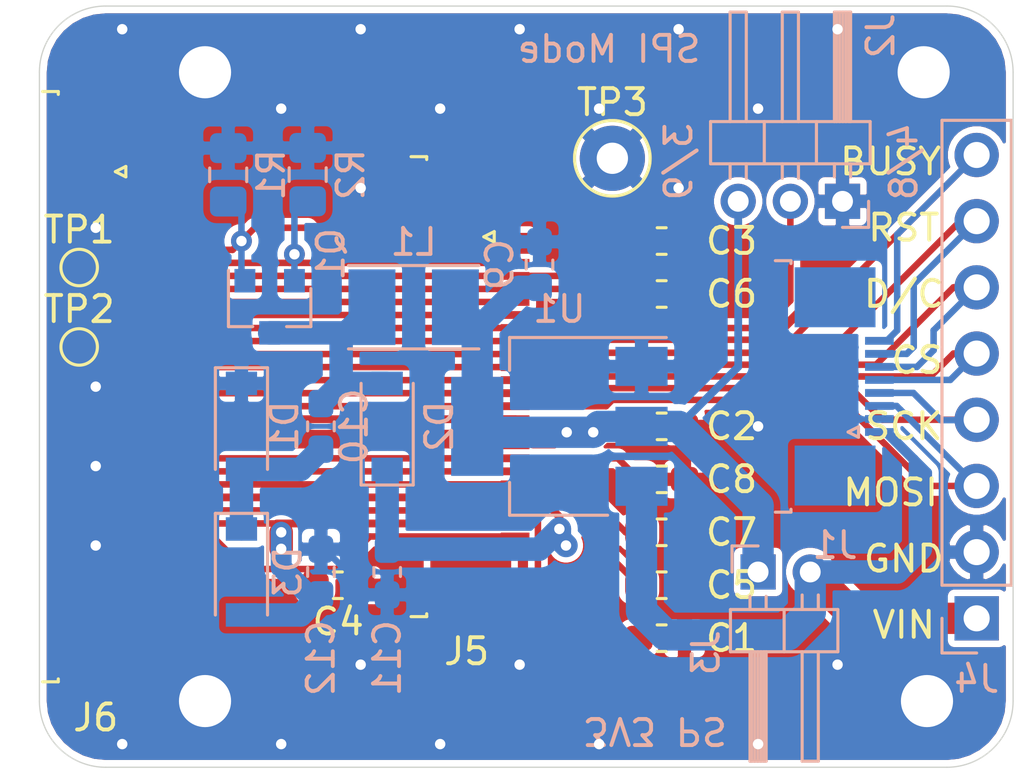
<source format=kicad_pcb>
(kicad_pcb (version 20171130) (host pcbnew "(5.1.6)-1")

  (general
    (thickness 1.6)
    (drawings 24)
    (tracks 254)
    (zones 0)
    (modules 29)
    (nets 38)
  )

  (page A4)
  (layers
    (0 F.Cu signal)
    (31 B.Cu signal)
    (32 B.Adhes user hide)
    (33 F.Adhes user hide)
    (34 B.Paste user)
    (35 F.Paste user hide)
    (36 B.SilkS user)
    (37 F.SilkS user)
    (38 B.Mask user)
    (39 F.Mask user)
    (40 Dwgs.User user)
    (41 Cmts.User user hide)
    (42 Eco1.User user hide)
    (43 Eco2.User user hide)
    (44 Edge.Cuts user)
    (45 Margin user hide)
    (46 B.CrtYd user hide)
    (47 F.CrtYd user hide)
    (48 B.Fab user hide)
    (49 F.Fab user hide)
  )

  (setup
    (last_trace_width 0.25)
    (user_trace_width 0.3)
    (user_trace_width 0.9)
    (user_trace_width 1.2)
    (trace_clearance 0.127)
    (zone_clearance 0.508)
    (zone_45_only no)
    (trace_min 0.127)
    (via_size 0.8)
    (via_drill 0.4)
    (via_min_size 0.6)
    (via_min_drill 0.3)
    (uvia_size 0.3)
    (uvia_drill 0.1)
    (uvias_allowed no)
    (uvia_min_size 0.2)
    (uvia_min_drill 0.1)
    (edge_width 0.05)
    (segment_width 0.2)
    (pcb_text_width 0.3)
    (pcb_text_size 1.5 1.5)
    (mod_edge_width 0.12)
    (mod_text_size 1 1)
    (mod_text_width 0.15)
    (pad_size 2 3.8)
    (pad_drill 0)
    (pad_to_mask_clearance 0.05)
    (aux_axis_origin 100.457 112.141)
    (visible_elements 7FFFF7FF)
    (pcbplotparams
      (layerselection 0x010fc_ffffffff)
      (usegerberextensions false)
      (usegerberattributes true)
      (usegerberadvancedattributes true)
      (creategerberjobfile true)
      (excludeedgelayer true)
      (linewidth 0.100000)
      (plotframeref false)
      (viasonmask false)
      (mode 1)
      (useauxorigin false)
      (hpglpennumber 1)
      (hpglpenspeed 20)
      (hpglpendiameter 15.000000)
      (psnegative false)
      (psa4output false)
      (plotreference true)
      (plotvalue true)
      (plotinvisibletext false)
      (padsonsilk false)
      (subtractmaskfromsilk false)
      (outputformat 1)
      (mirror false)
      (drillshape 1)
      (scaleselection 1)
      (outputdirectory ""))
  )

  (net 0 "")
  (net 1 GND)
  (net 2 "Net-(C1-Pad1)")
  (net 3 +3V3)
  (net 4 "Net-(C3-Pad1)")
  (net 5 "Net-(C4-Pad1)")
  (net 6 "Net-(C5-Pad1)")
  (net 7 "Net-(C6-Pad1)")
  (net 8 "Net-(C7-Pad1)")
  (net 9 "Net-(C8-Pad1)")
  (net 10 "Net-(C10-Pad2)")
  (net 11 "Net-(C10-Pad1)")
  (net 12 /PREVGH)
  (net 13 /PREVGL)
  (net 14 /VIN)
  (net 15 /MOSI)
  (net 16 /SCK)
  (net 17 /CS)
  (net 18 /D\C)
  (net 19 /RST)
  (net 20 /BUSY)
  (net 21 /BS1)
  (net 22 "Net-(J5-Pad1)")
  (net 23 /GDR)
  (net 24 /RESE)
  (net 25 "Net-(J5-Pad6)")
  (net 26 "Net-(J5-Pad7)")
  (net 27 "Net-(J6-Pad1)")
  (net 28 "Net-(J6-Pad2)")
  (net 29 "Net-(J6-Pad3)")
  (net 30 "Net-(J6-Pad4)")
  (net 31 "Net-(J6-Pad5)")
  (net 32 "Net-(J6-Pad30)")
  (net 33 "Net-(J6-Pad31)")
  (net 34 "Net-(J6-Pad32)")
  (net 35 "Net-(J6-Pad33)")
  (net 36 "Net-(J6-Pad34)")
  (net 37 "Net-(J6-Pad6)")

  (net_class Default "This is the default net class."
    (clearance 0.127)
    (trace_width 0.25)
    (via_dia 0.8)
    (via_drill 0.4)
    (uvia_dia 0.3)
    (uvia_drill 0.1)
    (add_net +3V3)
    (add_net /BS1)
    (add_net /BUSY)
    (add_net /CS)
    (add_net /D\C)
    (add_net /GDR)
    (add_net /MOSI)
    (add_net /PREVGH)
    (add_net /PREVGL)
    (add_net /RESE)
    (add_net /RST)
    (add_net /SCK)
    (add_net /VIN)
    (add_net GND)
    (add_net "Net-(C1-Pad1)")
    (add_net "Net-(C10-Pad1)")
    (add_net "Net-(C10-Pad2)")
    (add_net "Net-(C3-Pad1)")
    (add_net "Net-(C4-Pad1)")
    (add_net "Net-(C5-Pad1)")
    (add_net "Net-(C6-Pad1)")
    (add_net "Net-(C7-Pad1)")
    (add_net "Net-(C8-Pad1)")
    (add_net "Net-(J5-Pad1)")
    (add_net "Net-(J5-Pad6)")
    (add_net "Net-(J5-Pad7)")
    (add_net "Net-(J6-Pad1)")
    (add_net "Net-(J6-Pad2)")
    (add_net "Net-(J6-Pad3)")
    (add_net "Net-(J6-Pad30)")
    (add_net "Net-(J6-Pad31)")
    (add_net "Net-(J6-Pad32)")
    (add_net "Net-(J6-Pad33)")
    (add_net "Net-(J6-Pad34)")
    (add_net "Net-(J6-Pad4)")
    (add_net "Net-(J6-Pad5)")
    (add_net "Net-(J6-Pad6)")
  )

  (module Connector_PinHeader_2.54mm:PinHeader_1x08_P2.54mm_Vertical (layer B.Cu) (tedit 59FED5CC) (tstamp 5EC8F746)
    (at 136.398 106.426)
    (descr "Through hole straight pin header, 1x08, 2.54mm pitch, single row")
    (tags "Through hole pin header THT 1x08 2.54mm single row")
    (path /5EC8E0EA)
    (fp_text reference J4 (at 0 2.33) (layer B.SilkS)
      (effects (font (size 1 1) (thickness 0.15)) (justify mirror))
    )
    (fp_text value Conn_01x08 (at 0 -20.11) (layer B.Fab)
      (effects (font (size 1 1) (thickness 0.15)) (justify mirror))
    )
    (fp_line (start 1.8 1.8) (end -1.8 1.8) (layer B.CrtYd) (width 0.05))
    (fp_line (start 1.8 -19.55) (end 1.8 1.8) (layer B.CrtYd) (width 0.05))
    (fp_line (start -1.8 -19.55) (end 1.8 -19.55) (layer B.CrtYd) (width 0.05))
    (fp_line (start -1.8 1.8) (end -1.8 -19.55) (layer B.CrtYd) (width 0.05))
    (fp_line (start -1.33 1.33) (end 0 1.33) (layer B.SilkS) (width 0.12))
    (fp_line (start -1.33 0) (end -1.33 1.33) (layer B.SilkS) (width 0.12))
    (fp_line (start -1.33 -1.27) (end 1.33 -1.27) (layer B.SilkS) (width 0.12))
    (fp_line (start 1.33 -1.27) (end 1.33 -19.11) (layer B.SilkS) (width 0.12))
    (fp_line (start -1.33 -1.27) (end -1.33 -19.11) (layer B.SilkS) (width 0.12))
    (fp_line (start -1.33 -19.11) (end 1.33 -19.11) (layer B.SilkS) (width 0.12))
    (fp_line (start -1.27 0.635) (end -0.635 1.27) (layer B.Fab) (width 0.1))
    (fp_line (start -1.27 -19.05) (end -1.27 0.635) (layer B.Fab) (width 0.1))
    (fp_line (start 1.27 -19.05) (end -1.27 -19.05) (layer B.Fab) (width 0.1))
    (fp_line (start 1.27 1.27) (end 1.27 -19.05) (layer B.Fab) (width 0.1))
    (fp_line (start -0.635 1.27) (end 1.27 1.27) (layer B.Fab) (width 0.1))
    (fp_text user %R (at 0 -8.89 270) (layer B.Fab)
      (effects (font (size 1 1) (thickness 0.15)) (justify mirror))
    )
    (pad 1 thru_hole rect (at 0 0) (size 1.7 1.7) (drill 1) (layers *.Cu *.Mask)
      (net 14 /VIN))
    (pad 2 thru_hole oval (at 0 -2.54) (size 1.7 1.7) (drill 1) (layers *.Cu *.Mask)
      (net 1 GND))
    (pad 3 thru_hole oval (at 0 -5.08) (size 1.7 1.7) (drill 1) (layers *.Cu *.Mask)
      (net 15 /MOSI))
    (pad 4 thru_hole oval (at 0 -7.62) (size 1.7 1.7) (drill 1) (layers *.Cu *.Mask)
      (net 16 /SCK))
    (pad 5 thru_hole oval (at 0 -10.16) (size 1.7 1.7) (drill 1) (layers *.Cu *.Mask)
      (net 17 /CS))
    (pad 6 thru_hole oval (at 0 -12.7) (size 1.7 1.7) (drill 1) (layers *.Cu *.Mask)
      (net 18 /D\C))
    (pad 7 thru_hole oval (at 0 -15.24) (size 1.7 1.7) (drill 1) (layers *.Cu *.Mask)
      (net 19 /RST))
    (pad 8 thru_hole oval (at 0 -17.78) (size 1.7 1.7) (drill 1) (layers *.Cu *.Mask)
      (net 20 /BUSY))
    (model ${KISYS3DMOD}/Connector_PinHeader_2.54mm.3dshapes/PinHeader_1x08_P2.54mm_Vertical.wrl
      (at (xyz 0 0 0))
      (scale (xyz 1 1 1))
      (rotate (xyz 0 0 0))
    )
  )

  (module Capacitor_SMD:C_0603_1608Metric_Pad1.05x0.95mm_HandSolder (layer F.Cu) (tedit 5B301BBE) (tstamp 5EC919ED)
    (at 124.319 107.188)
    (descr "Capacitor SMD 0603 (1608 Metric), square (rectangular) end terminal, IPC_7351 nominal with elongated pad for handsoldering. (Body size source: http://www.tortai-tech.com/upload/download/2011102023233369053.pdf), generated with kicad-footprint-generator")
    (tags "capacitor handsolder")
    (path /5ECF6162)
    (attr smd)
    (fp_text reference C1 (at 2.681 0) (layer F.SilkS)
      (effects (font (size 1 1) (thickness 0.15)))
    )
    (fp_text value 1u (at 0 1.43) (layer F.Fab)
      (effects (font (size 1 1) (thickness 0.15)))
    )
    (fp_line (start -0.8 0.4) (end -0.8 -0.4) (layer F.Fab) (width 0.1))
    (fp_line (start -0.8 -0.4) (end 0.8 -0.4) (layer F.Fab) (width 0.1))
    (fp_line (start 0.8 -0.4) (end 0.8 0.4) (layer F.Fab) (width 0.1))
    (fp_line (start 0.8 0.4) (end -0.8 0.4) (layer F.Fab) (width 0.1))
    (fp_line (start -0.171267 -0.51) (end 0.171267 -0.51) (layer F.SilkS) (width 0.12))
    (fp_line (start -0.171267 0.51) (end 0.171267 0.51) (layer F.SilkS) (width 0.12))
    (fp_line (start -1.65 0.73) (end -1.65 -0.73) (layer F.CrtYd) (width 0.05))
    (fp_line (start -1.65 -0.73) (end 1.65 -0.73) (layer F.CrtYd) (width 0.05))
    (fp_line (start 1.65 -0.73) (end 1.65 0.73) (layer F.CrtYd) (width 0.05))
    (fp_line (start 1.65 0.73) (end -1.65 0.73) (layer F.CrtYd) (width 0.05))
    (fp_text user %R (at 0 0) (layer F.Fab)
      (effects (font (size 0.4 0.4) (thickness 0.06)))
    )
    (pad 2 smd roundrect (at 0.875 0) (size 1.05 0.95) (layers F.Cu F.Paste F.Mask) (roundrect_rratio 0.25)
      (net 1 GND))
    (pad 1 smd roundrect (at -0.875 0) (size 1.05 0.95) (layers F.Cu F.Paste F.Mask) (roundrect_rratio 0.25)
      (net 2 "Net-(C1-Pad1)"))
    (model ${KISYS3DMOD}/Capacitor_SMD.3dshapes/C_0603_1608Metric.wrl
      (at (xyz 0 0 0))
      (scale (xyz 1 1 1))
      (rotate (xyz 0 0 0))
    )
  )

  (module Capacitor_SMD:C_0603_1608Metric_Pad1.05x0.95mm_HandSolder (layer F.Cu) (tedit 5B301BBE) (tstamp 5EC919FE)
    (at 124.319 99.06)
    (descr "Capacitor SMD 0603 (1608 Metric), square (rectangular) end terminal, IPC_7351 nominal with elongated pad for handsoldering. (Body size source: http://www.tortai-tech.com/upload/download/2011102023233369053.pdf), generated with kicad-footprint-generator")
    (tags "capacitor handsolder")
    (path /5ECE54BD)
    (attr smd)
    (fp_text reference C2 (at 2.681 0) (layer F.SilkS)
      (effects (font (size 1 1) (thickness 0.15)))
    )
    (fp_text value 1u (at 0 1.43) (layer F.Fab)
      (effects (font (size 1 1) (thickness 0.15)))
    )
    (fp_line (start -0.8 0.4) (end -0.8 -0.4) (layer F.Fab) (width 0.1))
    (fp_line (start -0.8 -0.4) (end 0.8 -0.4) (layer F.Fab) (width 0.1))
    (fp_line (start 0.8 -0.4) (end 0.8 0.4) (layer F.Fab) (width 0.1))
    (fp_line (start 0.8 0.4) (end -0.8 0.4) (layer F.Fab) (width 0.1))
    (fp_line (start -0.171267 -0.51) (end 0.171267 -0.51) (layer F.SilkS) (width 0.12))
    (fp_line (start -0.171267 0.51) (end 0.171267 0.51) (layer F.SilkS) (width 0.12))
    (fp_line (start -1.65 0.73) (end -1.65 -0.73) (layer F.CrtYd) (width 0.05))
    (fp_line (start -1.65 -0.73) (end 1.65 -0.73) (layer F.CrtYd) (width 0.05))
    (fp_line (start 1.65 -0.73) (end 1.65 0.73) (layer F.CrtYd) (width 0.05))
    (fp_line (start 1.65 0.73) (end -1.65 0.73) (layer F.CrtYd) (width 0.05))
    (fp_text user %R (at 0 0) (layer F.Fab)
      (effects (font (size 0.4 0.4) (thickness 0.06)))
    )
    (pad 2 smd roundrect (at 0.875 0) (size 1.05 0.95) (layers F.Cu F.Paste F.Mask) (roundrect_rratio 0.25)
      (net 1 GND))
    (pad 1 smd roundrect (at -0.875 0) (size 1.05 0.95) (layers F.Cu F.Paste F.Mask) (roundrect_rratio 0.25)
      (net 3 +3V3))
    (model ${KISYS3DMOD}/Capacitor_SMD.3dshapes/C_0603_1608Metric.wrl
      (at (xyz 0 0 0))
      (scale (xyz 1 1 1))
      (rotate (xyz 0 0 0))
    )
  )

  (module Capacitor_SMD:C_0603_1608Metric_Pad1.05x0.95mm_HandSolder (layer F.Cu) (tedit 5B301BBE) (tstamp 5EC91A0F)
    (at 124.319 91.948)
    (descr "Capacitor SMD 0603 (1608 Metric), square (rectangular) end terminal, IPC_7351 nominal with elongated pad for handsoldering. (Body size source: http://www.tortai-tech.com/upload/download/2011102023233369053.pdf), generated with kicad-footprint-generator")
    (tags "capacitor handsolder")
    (path /5ECDB1A3)
    (attr smd)
    (fp_text reference C3 (at 2.681 0) (layer F.SilkS)
      (effects (font (size 1 1) (thickness 0.15)))
    )
    (fp_text value 1u (at 0 1.43) (layer F.Fab)
      (effects (font (size 1 1) (thickness 0.15)))
    )
    (fp_line (start -0.8 0.4) (end -0.8 -0.4) (layer F.Fab) (width 0.1))
    (fp_line (start -0.8 -0.4) (end 0.8 -0.4) (layer F.Fab) (width 0.1))
    (fp_line (start 0.8 -0.4) (end 0.8 0.4) (layer F.Fab) (width 0.1))
    (fp_line (start 0.8 0.4) (end -0.8 0.4) (layer F.Fab) (width 0.1))
    (fp_line (start -0.171267 -0.51) (end 0.171267 -0.51) (layer F.SilkS) (width 0.12))
    (fp_line (start -0.171267 0.51) (end 0.171267 0.51) (layer F.SilkS) (width 0.12))
    (fp_line (start -1.65 0.73) (end -1.65 -0.73) (layer F.CrtYd) (width 0.05))
    (fp_line (start -1.65 -0.73) (end 1.65 -0.73) (layer F.CrtYd) (width 0.05))
    (fp_line (start 1.65 -0.73) (end 1.65 0.73) (layer F.CrtYd) (width 0.05))
    (fp_line (start 1.65 0.73) (end -1.65 0.73) (layer F.CrtYd) (width 0.05))
    (fp_text user %R (at 0 0) (layer F.Fab)
      (effects (font (size 0.4 0.4) (thickness 0.06)))
    )
    (pad 2 smd roundrect (at 0.875 0) (size 1.05 0.95) (layers F.Cu F.Paste F.Mask) (roundrect_rratio 0.25)
      (net 1 GND))
    (pad 1 smd roundrect (at -0.875 0) (size 1.05 0.95) (layers F.Cu F.Paste F.Mask) (roundrect_rratio 0.25)
      (net 4 "Net-(C3-Pad1)"))
    (model ${KISYS3DMOD}/Capacitor_SMD.3dshapes/C_0603_1608Metric.wrl
      (at (xyz 0 0 0))
      (scale (xyz 1 1 1))
      (rotate (xyz 0 0 0))
    )
  )

  (module Capacitor_SMD:C_0603_1608Metric_Pad1.05x0.95mm_HandSolder (layer F.Cu) (tedit 5B301BBE) (tstamp 5EC91A20)
    (at 111.901 105.156)
    (descr "Capacitor SMD 0603 (1608 Metric), square (rectangular) end terminal, IPC_7351 nominal with elongated pad for handsoldering. (Body size source: http://www.tortai-tech.com/upload/download/2011102023233369053.pdf), generated with kicad-footprint-generator")
    (tags "capacitor handsolder")
    (path /5ECF543C)
    (attr smd)
    (fp_text reference C4 (at 0.014 1.397) (layer F.SilkS)
      (effects (font (size 1 1) (thickness 0.15)))
    )
    (fp_text value 1u (at 0 1.43) (layer F.Fab)
      (effects (font (size 1 1) (thickness 0.15)))
    )
    (fp_line (start 1.65 0.73) (end -1.65 0.73) (layer F.CrtYd) (width 0.05))
    (fp_line (start 1.65 -0.73) (end 1.65 0.73) (layer F.CrtYd) (width 0.05))
    (fp_line (start -1.65 -0.73) (end 1.65 -0.73) (layer F.CrtYd) (width 0.05))
    (fp_line (start -1.65 0.73) (end -1.65 -0.73) (layer F.CrtYd) (width 0.05))
    (fp_line (start -0.171267 0.51) (end 0.171267 0.51) (layer F.SilkS) (width 0.12))
    (fp_line (start -0.171267 -0.51) (end 0.171267 -0.51) (layer F.SilkS) (width 0.12))
    (fp_line (start 0.8 0.4) (end -0.8 0.4) (layer F.Fab) (width 0.1))
    (fp_line (start 0.8 -0.4) (end 0.8 0.4) (layer F.Fab) (width 0.1))
    (fp_line (start -0.8 -0.4) (end 0.8 -0.4) (layer F.Fab) (width 0.1))
    (fp_line (start -0.8 0.4) (end -0.8 -0.4) (layer F.Fab) (width 0.1))
    (fp_text user %R (at 0 0) (layer F.Fab)
      (effects (font (size 0.4 0.4) (thickness 0.06)))
    )
    (pad 1 smd roundrect (at -0.875 0) (size 1.05 0.95) (layers F.Cu F.Paste F.Mask) (roundrect_rratio 0.25)
      (net 5 "Net-(C4-Pad1)"))
    (pad 2 smd roundrect (at 0.875 0) (size 1.05 0.95) (layers F.Cu F.Paste F.Mask) (roundrect_rratio 0.25)
      (net 1 GND))
    (model ${KISYS3DMOD}/Capacitor_SMD.3dshapes/C_0603_1608Metric.wrl
      (at (xyz 0 0 0))
      (scale (xyz 1 1 1))
      (rotate (xyz 0 0 0))
    )
  )

  (module Capacitor_SMD:C_0603_1608Metric_Pad1.05x0.95mm_HandSolder (layer F.Cu) (tedit 5B301BBE) (tstamp 5EC91A31)
    (at 124.319 105.156)
    (descr "Capacitor SMD 0603 (1608 Metric), square (rectangular) end terminal, IPC_7351 nominal with elongated pad for handsoldering. (Body size source: http://www.tortai-tech.com/upload/download/2011102023233369053.pdf), generated with kicad-footprint-generator")
    (tags "capacitor handsolder")
    (path /5ECED995)
    (attr smd)
    (fp_text reference C5 (at 2.681 0) (layer F.SilkS)
      (effects (font (size 1 1) (thickness 0.15)))
    )
    (fp_text value 1u (at 0 1.43) (layer F.Fab)
      (effects (font (size 1 1) (thickness 0.15)))
    )
    (fp_line (start -0.8 0.4) (end -0.8 -0.4) (layer F.Fab) (width 0.1))
    (fp_line (start -0.8 -0.4) (end 0.8 -0.4) (layer F.Fab) (width 0.1))
    (fp_line (start 0.8 -0.4) (end 0.8 0.4) (layer F.Fab) (width 0.1))
    (fp_line (start 0.8 0.4) (end -0.8 0.4) (layer F.Fab) (width 0.1))
    (fp_line (start -0.171267 -0.51) (end 0.171267 -0.51) (layer F.SilkS) (width 0.12))
    (fp_line (start -0.171267 0.51) (end 0.171267 0.51) (layer F.SilkS) (width 0.12))
    (fp_line (start -1.65 0.73) (end -1.65 -0.73) (layer F.CrtYd) (width 0.05))
    (fp_line (start -1.65 -0.73) (end 1.65 -0.73) (layer F.CrtYd) (width 0.05))
    (fp_line (start 1.65 -0.73) (end 1.65 0.73) (layer F.CrtYd) (width 0.05))
    (fp_line (start 1.65 0.73) (end -1.65 0.73) (layer F.CrtYd) (width 0.05))
    (fp_text user %R (at 0 0) (layer F.Fab)
      (effects (font (size 0.4 0.4) (thickness 0.06)))
    )
    (pad 2 smd roundrect (at 0.875 0) (size 1.05 0.95) (layers F.Cu F.Paste F.Mask) (roundrect_rratio 0.25)
      (net 1 GND))
    (pad 1 smd roundrect (at -0.875 0) (size 1.05 0.95) (layers F.Cu F.Paste F.Mask) (roundrect_rratio 0.25)
      (net 6 "Net-(C5-Pad1)"))
    (model ${KISYS3DMOD}/Capacitor_SMD.3dshapes/C_0603_1608Metric.wrl
      (at (xyz 0 0 0))
      (scale (xyz 1 1 1))
      (rotate (xyz 0 0 0))
    )
  )

  (module Capacitor_SMD:C_0603_1608Metric_Pad1.05x0.95mm_HandSolder (layer F.Cu) (tedit 5B301BBE) (tstamp 5EC91A42)
    (at 124.319 93.98)
    (descr "Capacitor SMD 0603 (1608 Metric), square (rectangular) end terminal, IPC_7351 nominal with elongated pad for handsoldering. (Body size source: http://www.tortai-tech.com/upload/download/2011102023233369053.pdf), generated with kicad-footprint-generator")
    (tags "capacitor handsolder")
    (path /5ECDC9BC)
    (attr smd)
    (fp_text reference C6 (at 2.681 0) (layer F.SilkS)
      (effects (font (size 1 1) (thickness 0.15)))
    )
    (fp_text value 1u (at 0 1.43) (layer F.Fab)
      (effects (font (size 1 1) (thickness 0.15)))
    )
    (fp_line (start 1.65 0.73) (end -1.65 0.73) (layer F.CrtYd) (width 0.05))
    (fp_line (start 1.65 -0.73) (end 1.65 0.73) (layer F.CrtYd) (width 0.05))
    (fp_line (start -1.65 -0.73) (end 1.65 -0.73) (layer F.CrtYd) (width 0.05))
    (fp_line (start -1.65 0.73) (end -1.65 -0.73) (layer F.CrtYd) (width 0.05))
    (fp_line (start -0.171267 0.51) (end 0.171267 0.51) (layer F.SilkS) (width 0.12))
    (fp_line (start -0.171267 -0.51) (end 0.171267 -0.51) (layer F.SilkS) (width 0.12))
    (fp_line (start 0.8 0.4) (end -0.8 0.4) (layer F.Fab) (width 0.1))
    (fp_line (start 0.8 -0.4) (end 0.8 0.4) (layer F.Fab) (width 0.1))
    (fp_line (start -0.8 -0.4) (end 0.8 -0.4) (layer F.Fab) (width 0.1))
    (fp_line (start -0.8 0.4) (end -0.8 -0.4) (layer F.Fab) (width 0.1))
    (fp_text user %R (at 0 0) (layer F.Fab)
      (effects (font (size 0.4 0.4) (thickness 0.06)))
    )
    (pad 1 smd roundrect (at -0.875 0) (size 1.05 0.95) (layers F.Cu F.Paste F.Mask) (roundrect_rratio 0.25)
      (net 7 "Net-(C6-Pad1)"))
    (pad 2 smd roundrect (at 0.875 0) (size 1.05 0.95) (layers F.Cu F.Paste F.Mask) (roundrect_rratio 0.25)
      (net 1 GND))
    (model ${KISYS3DMOD}/Capacitor_SMD.3dshapes/C_0603_1608Metric.wrl
      (at (xyz 0 0 0))
      (scale (xyz 1 1 1))
      (rotate (xyz 0 0 0))
    )
  )

  (module Capacitor_SMD:C_0603_1608Metric_Pad1.05x0.95mm_HandSolder (layer F.Cu) (tedit 5B301BBE) (tstamp 5EC91A53)
    (at 124.319 103.124)
    (descr "Capacitor SMD 0603 (1608 Metric), square (rectangular) end terminal, IPC_7351 nominal with elongated pad for handsoldering. (Body size source: http://www.tortai-tech.com/upload/download/2011102023233369053.pdf), generated with kicad-footprint-generator")
    (tags "capacitor handsolder")
    (path /5ECEC83F)
    (attr smd)
    (fp_text reference C7 (at 2.681 0) (layer F.SilkS)
      (effects (font (size 1 1) (thickness 0.15)))
    )
    (fp_text value 1u (at 0 1.43) (layer F.Fab)
      (effects (font (size 1 1) (thickness 0.15)))
    )
    (fp_line (start 1.65 0.73) (end -1.65 0.73) (layer F.CrtYd) (width 0.05))
    (fp_line (start 1.65 -0.73) (end 1.65 0.73) (layer F.CrtYd) (width 0.05))
    (fp_line (start -1.65 -0.73) (end 1.65 -0.73) (layer F.CrtYd) (width 0.05))
    (fp_line (start -1.65 0.73) (end -1.65 -0.73) (layer F.CrtYd) (width 0.05))
    (fp_line (start -0.171267 0.51) (end 0.171267 0.51) (layer F.SilkS) (width 0.12))
    (fp_line (start -0.171267 -0.51) (end 0.171267 -0.51) (layer F.SilkS) (width 0.12))
    (fp_line (start 0.8 0.4) (end -0.8 0.4) (layer F.Fab) (width 0.1))
    (fp_line (start 0.8 -0.4) (end 0.8 0.4) (layer F.Fab) (width 0.1))
    (fp_line (start -0.8 -0.4) (end 0.8 -0.4) (layer F.Fab) (width 0.1))
    (fp_line (start -0.8 0.4) (end -0.8 -0.4) (layer F.Fab) (width 0.1))
    (fp_text user %R (at 0 0) (layer F.Fab)
      (effects (font (size 0.4 0.4) (thickness 0.06)))
    )
    (pad 1 smd roundrect (at -0.875 0) (size 1.05 0.95) (layers F.Cu F.Paste F.Mask) (roundrect_rratio 0.25)
      (net 8 "Net-(C7-Pad1)"))
    (pad 2 smd roundrect (at 0.875 0) (size 1.05 0.95) (layers F.Cu F.Paste F.Mask) (roundrect_rratio 0.25)
      (net 1 GND))
    (model ${KISYS3DMOD}/Capacitor_SMD.3dshapes/C_0603_1608Metric.wrl
      (at (xyz 0 0 0))
      (scale (xyz 1 1 1))
      (rotate (xyz 0 0 0))
    )
  )

  (module Capacitor_SMD:C_0603_1608Metric_Pad1.05x0.95mm_HandSolder (layer F.Cu) (tedit 5B301BBE) (tstamp 5EC91A64)
    (at 124.319 101.092)
    (descr "Capacitor SMD 0603 (1608 Metric), square (rectangular) end terminal, IPC_7351 nominal with elongated pad for handsoldering. (Body size source: http://www.tortai-tech.com/upload/download/2011102023233369053.pdf), generated with kicad-footprint-generator")
    (tags "capacitor handsolder")
    (path /5ECEA43E)
    (attr smd)
    (fp_text reference C8 (at 2.681 0) (layer F.SilkS)
      (effects (font (size 1 1) (thickness 0.15)))
    )
    (fp_text value 1u (at 0 1.43) (layer F.Fab)
      (effects (font (size 1 1) (thickness 0.15)))
    )
    (fp_line (start 1.65 0.73) (end -1.65 0.73) (layer F.CrtYd) (width 0.05))
    (fp_line (start 1.65 -0.73) (end 1.65 0.73) (layer F.CrtYd) (width 0.05))
    (fp_line (start -1.65 -0.73) (end 1.65 -0.73) (layer F.CrtYd) (width 0.05))
    (fp_line (start -1.65 0.73) (end -1.65 -0.73) (layer F.CrtYd) (width 0.05))
    (fp_line (start -0.171267 0.51) (end 0.171267 0.51) (layer F.SilkS) (width 0.12))
    (fp_line (start -0.171267 -0.51) (end 0.171267 -0.51) (layer F.SilkS) (width 0.12))
    (fp_line (start 0.8 0.4) (end -0.8 0.4) (layer F.Fab) (width 0.1))
    (fp_line (start 0.8 -0.4) (end 0.8 0.4) (layer F.Fab) (width 0.1))
    (fp_line (start -0.8 -0.4) (end 0.8 -0.4) (layer F.Fab) (width 0.1))
    (fp_line (start -0.8 0.4) (end -0.8 -0.4) (layer F.Fab) (width 0.1))
    (fp_text user %R (at 0 0) (layer F.Fab)
      (effects (font (size 0.4 0.4) (thickness 0.06)))
    )
    (pad 1 smd roundrect (at -0.875 0) (size 1.05 0.95) (layers F.Cu F.Paste F.Mask) (roundrect_rratio 0.25)
      (net 9 "Net-(C8-Pad1)"))
    (pad 2 smd roundrect (at 0.875 0) (size 1.05 0.95) (layers F.Cu F.Paste F.Mask) (roundrect_rratio 0.25)
      (net 1 GND))
    (model ${KISYS3DMOD}/Capacitor_SMD.3dshapes/C_0603_1608Metric.wrl
      (at (xyz 0 0 0))
      (scale (xyz 1 1 1))
      (rotate (xyz 0 0 0))
    )
  )

  (module Capacitor_SMD:C_0603_1608Metric_Pad1.05x0.95mm_HandSolder (layer B.Cu) (tedit 5B301BBE) (tstamp 5EC91A75)
    (at 119.634 92.851 90)
    (descr "Capacitor SMD 0603 (1608 Metric), square (rectangular) end terminal, IPC_7351 nominal with elongated pad for handsoldering. (Body size source: http://www.tortai-tech.com/upload/download/2011102023233369053.pdf), generated with kicad-footprint-generator")
    (tags "capacitor handsolder")
    (path /5EC87DD4)
    (attr smd)
    (fp_text reference C9 (at 0 -1.524 90) (layer B.SilkS)
      (effects (font (size 1 1) (thickness 0.15)) (justify mirror))
    )
    (fp_text value 10u (at 0 -1.43 90) (layer B.Fab)
      (effects (font (size 1 1) (thickness 0.15)) (justify mirror))
    )
    (fp_line (start -0.8 -0.4) (end -0.8 0.4) (layer B.Fab) (width 0.1))
    (fp_line (start -0.8 0.4) (end 0.8 0.4) (layer B.Fab) (width 0.1))
    (fp_line (start 0.8 0.4) (end 0.8 -0.4) (layer B.Fab) (width 0.1))
    (fp_line (start 0.8 -0.4) (end -0.8 -0.4) (layer B.Fab) (width 0.1))
    (fp_line (start -0.171267 0.51) (end 0.171267 0.51) (layer B.SilkS) (width 0.12))
    (fp_line (start -0.171267 -0.51) (end 0.171267 -0.51) (layer B.SilkS) (width 0.12))
    (fp_line (start -1.65 -0.73) (end -1.65 0.73) (layer B.CrtYd) (width 0.05))
    (fp_line (start -1.65 0.73) (end 1.65 0.73) (layer B.CrtYd) (width 0.05))
    (fp_line (start 1.65 0.73) (end 1.65 -0.73) (layer B.CrtYd) (width 0.05))
    (fp_line (start 1.65 -0.73) (end -1.65 -0.73) (layer B.CrtYd) (width 0.05))
    (fp_text user %R (at 0 0 90) (layer B.Fab)
      (effects (font (size 0.4 0.4) (thickness 0.06)) (justify mirror))
    )
    (pad 2 smd roundrect (at 0.875 0 90) (size 1.05 0.95) (layers B.Cu B.Paste B.Mask) (roundrect_rratio 0.25)
      (net 1 GND))
    (pad 1 smd roundrect (at -0.875 0 90) (size 1.05 0.95) (layers B.Cu B.Paste B.Mask) (roundrect_rratio 0.25)
      (net 3 +3V3))
    (model ${KISYS3DMOD}/Capacitor_SMD.3dshapes/C_0603_1608Metric.wrl
      (at (xyz 0 0 0))
      (scale (xyz 1 1 1))
      (rotate (xyz 0 0 0))
    )
  )

  (module Capacitor_SMD:C_0603_1608Metric_Pad1.05x0.95mm_HandSolder (layer B.Cu) (tedit 5B301BBE) (tstamp 5EC91A86)
    (at 111.252 99.06 270)
    (descr "Capacitor SMD 0603 (1608 Metric), square (rectangular) end terminal, IPC_7351 nominal with elongated pad for handsoldering. (Body size source: http://www.tortai-tech.com/upload/download/2011102023233369053.pdf), generated with kicad-footprint-generator")
    (tags "capacitor handsolder")
    (path /5EC88E1C)
    (attr smd)
    (fp_text reference C10 (at 0 -1.27 90) (layer B.SilkS)
      (effects (font (size 1 1) (thickness 0.15)) (justify mirror))
    )
    (fp_text value 1u (at 0 -1.43 90) (layer B.Fab)
      (effects (font (size 1 1) (thickness 0.15)) (justify mirror))
    )
    (fp_line (start -0.8 -0.4) (end -0.8 0.4) (layer B.Fab) (width 0.1))
    (fp_line (start -0.8 0.4) (end 0.8 0.4) (layer B.Fab) (width 0.1))
    (fp_line (start 0.8 0.4) (end 0.8 -0.4) (layer B.Fab) (width 0.1))
    (fp_line (start 0.8 -0.4) (end -0.8 -0.4) (layer B.Fab) (width 0.1))
    (fp_line (start -0.171267 0.51) (end 0.171267 0.51) (layer B.SilkS) (width 0.12))
    (fp_line (start -0.171267 -0.51) (end 0.171267 -0.51) (layer B.SilkS) (width 0.12))
    (fp_line (start -1.65 -0.73) (end -1.65 0.73) (layer B.CrtYd) (width 0.05))
    (fp_line (start -1.65 0.73) (end 1.65 0.73) (layer B.CrtYd) (width 0.05))
    (fp_line (start 1.65 0.73) (end 1.65 -0.73) (layer B.CrtYd) (width 0.05))
    (fp_line (start 1.65 -0.73) (end -1.65 -0.73) (layer B.CrtYd) (width 0.05))
    (fp_text user %R (at 0 0 90) (layer B.Fab)
      (effects (font (size 0.4 0.4) (thickness 0.06)) (justify mirror))
    )
    (pad 2 smd roundrect (at 0.875 0 270) (size 1.05 0.95) (layers B.Cu B.Paste B.Mask) (roundrect_rratio 0.25)
      (net 10 "Net-(C10-Pad2)"))
    (pad 1 smd roundrect (at -0.875 0 270) (size 1.05 0.95) (layers B.Cu B.Paste B.Mask) (roundrect_rratio 0.25)
      (net 11 "Net-(C10-Pad1)"))
    (model ${KISYS3DMOD}/Capacitor_SMD.3dshapes/C_0603_1608Metric.wrl
      (at (xyz 0 0 0))
      (scale (xyz 1 1 1))
      (rotate (xyz 0 0 0))
    )
  )

  (module Capacitor_SMD:C_0603_1608Metric_Pad1.05x0.95mm_HandSolder (layer B.Cu) (tedit 5B301BBE) (tstamp 5EC91A97)
    (at 113.792 104.648 270)
    (descr "Capacitor SMD 0603 (1608 Metric), square (rectangular) end terminal, IPC_7351 nominal with elongated pad for handsoldering. (Body size source: http://www.tortai-tech.com/upload/download/2011102023233369053.pdf), generated with kicad-footprint-generator")
    (tags "capacitor handsolder")
    (path /5EC89BFB)
    (attr smd)
    (fp_text reference C11 (at 3.302 0 90) (layer B.SilkS)
      (effects (font (size 1 1) (thickness 0.15)) (justify mirror))
    )
    (fp_text value 1u (at 0 -1.43 90) (layer B.Fab)
      (effects (font (size 1 1) (thickness 0.15)) (justify mirror))
    )
    (fp_line (start 1.65 -0.73) (end -1.65 -0.73) (layer B.CrtYd) (width 0.05))
    (fp_line (start 1.65 0.73) (end 1.65 -0.73) (layer B.CrtYd) (width 0.05))
    (fp_line (start -1.65 0.73) (end 1.65 0.73) (layer B.CrtYd) (width 0.05))
    (fp_line (start -1.65 -0.73) (end -1.65 0.73) (layer B.CrtYd) (width 0.05))
    (fp_line (start -0.171267 -0.51) (end 0.171267 -0.51) (layer B.SilkS) (width 0.12))
    (fp_line (start -0.171267 0.51) (end 0.171267 0.51) (layer B.SilkS) (width 0.12))
    (fp_line (start 0.8 -0.4) (end -0.8 -0.4) (layer B.Fab) (width 0.1))
    (fp_line (start 0.8 0.4) (end 0.8 -0.4) (layer B.Fab) (width 0.1))
    (fp_line (start -0.8 0.4) (end 0.8 0.4) (layer B.Fab) (width 0.1))
    (fp_line (start -0.8 -0.4) (end -0.8 0.4) (layer B.Fab) (width 0.1))
    (fp_text user %R (at 0 0 90) (layer B.Fab)
      (effects (font (size 0.4 0.4) (thickness 0.06)) (justify mirror))
    )
    (pad 1 smd roundrect (at -0.875 0 270) (size 1.05 0.95) (layers B.Cu B.Paste B.Mask) (roundrect_rratio 0.25)
      (net 12 /PREVGH))
    (pad 2 smd roundrect (at 0.875 0 270) (size 1.05 0.95) (layers B.Cu B.Paste B.Mask) (roundrect_rratio 0.25)
      (net 1 GND))
    (model ${KISYS3DMOD}/Capacitor_SMD.3dshapes/C_0603_1608Metric.wrl
      (at (xyz 0 0 0))
      (scale (xyz 1 1 1))
      (rotate (xyz 0 0 0))
    )
  )

  (module Capacitor_SMD:C_0603_1608Metric_Pad1.05x0.95mm_HandSolder (layer B.Cu) (tedit 5B301BBE) (tstamp 5EC91AA8)
    (at 111.252 104.648 270)
    (descr "Capacitor SMD 0603 (1608 Metric), square (rectangular) end terminal, IPC_7351 nominal with elongated pad for handsoldering. (Body size source: http://www.tortai-tech.com/upload/download/2011102023233369053.pdf), generated with kicad-footprint-generator")
    (tags "capacitor handsolder")
    (path /5EC8B4A3)
    (attr smd)
    (fp_text reference C12 (at 3.302 0 90) (layer B.SilkS)
      (effects (font (size 1 1) (thickness 0.15)) (justify mirror))
    )
    (fp_text value 1u (at 0 -1.43 90) (layer B.Fab)
      (effects (font (size 1 1) (thickness 0.15)) (justify mirror))
    )
    (fp_line (start -0.8 -0.4) (end -0.8 0.4) (layer B.Fab) (width 0.1))
    (fp_line (start -0.8 0.4) (end 0.8 0.4) (layer B.Fab) (width 0.1))
    (fp_line (start 0.8 0.4) (end 0.8 -0.4) (layer B.Fab) (width 0.1))
    (fp_line (start 0.8 -0.4) (end -0.8 -0.4) (layer B.Fab) (width 0.1))
    (fp_line (start -0.171267 0.51) (end 0.171267 0.51) (layer B.SilkS) (width 0.12))
    (fp_line (start -0.171267 -0.51) (end 0.171267 -0.51) (layer B.SilkS) (width 0.12))
    (fp_line (start -1.65 -0.73) (end -1.65 0.73) (layer B.CrtYd) (width 0.05))
    (fp_line (start -1.65 0.73) (end 1.65 0.73) (layer B.CrtYd) (width 0.05))
    (fp_line (start 1.65 0.73) (end 1.65 -0.73) (layer B.CrtYd) (width 0.05))
    (fp_line (start 1.65 -0.73) (end -1.65 -0.73) (layer B.CrtYd) (width 0.05))
    (fp_text user %R (at 0 0 90) (layer B.Fab)
      (effects (font (size 0.4 0.4) (thickness 0.06)) (justify mirror))
    )
    (pad 2 smd roundrect (at 0.875 0 270) (size 1.05 0.95) (layers B.Cu B.Paste B.Mask) (roundrect_rratio 0.25)
      (net 13 /PREVGL))
    (pad 1 smd roundrect (at -0.875 0 270) (size 1.05 0.95) (layers B.Cu B.Paste B.Mask) (roundrect_rratio 0.25)
      (net 1 GND))
    (model ${KISYS3DMOD}/Capacitor_SMD.3dshapes/C_0603_1608Metric.wrl
      (at (xyz 0 0 0))
      (scale (xyz 1 1 1))
      (rotate (xyz 0 0 0))
    )
  )

  (module Diode_SMD:D_SOD-123 (layer B.Cu) (tedit 58645DC7) (tstamp 5EC91AC1)
    (at 108.204 99.06 270)
    (descr SOD-123)
    (tags SOD-123)
    (path /5EC8DBCA)
    (attr smd)
    (fp_text reference D1 (at 0 -1.651 90) (layer B.SilkS)
      (effects (font (size 1 1) (thickness 0.15)) (justify mirror))
    )
    (fp_text value D (at 0 -2.1 90) (layer B.Fab)
      (effects (font (size 1 1) (thickness 0.15)) (justify mirror))
    )
    (fp_line (start -2.25 1) (end -2.25 -1) (layer B.SilkS) (width 0.12))
    (fp_line (start 0.25 0) (end 0.75 0) (layer B.Fab) (width 0.1))
    (fp_line (start 0.25 -0.4) (end -0.35 0) (layer B.Fab) (width 0.1))
    (fp_line (start 0.25 0.4) (end 0.25 -0.4) (layer B.Fab) (width 0.1))
    (fp_line (start -0.35 0) (end 0.25 0.4) (layer B.Fab) (width 0.1))
    (fp_line (start -0.35 0) (end -0.35 -0.55) (layer B.Fab) (width 0.1))
    (fp_line (start -0.35 0) (end -0.35 0.55) (layer B.Fab) (width 0.1))
    (fp_line (start -0.75 0) (end -0.35 0) (layer B.Fab) (width 0.1))
    (fp_line (start -1.4 -0.9) (end -1.4 0.9) (layer B.Fab) (width 0.1))
    (fp_line (start 1.4 -0.9) (end -1.4 -0.9) (layer B.Fab) (width 0.1))
    (fp_line (start 1.4 0.9) (end 1.4 -0.9) (layer B.Fab) (width 0.1))
    (fp_line (start -1.4 0.9) (end 1.4 0.9) (layer B.Fab) (width 0.1))
    (fp_line (start -2.35 1.15) (end 2.35 1.15) (layer B.CrtYd) (width 0.05))
    (fp_line (start 2.35 1.15) (end 2.35 -1.15) (layer B.CrtYd) (width 0.05))
    (fp_line (start 2.35 -1.15) (end -2.35 -1.15) (layer B.CrtYd) (width 0.05))
    (fp_line (start -2.35 1.15) (end -2.35 -1.15) (layer B.CrtYd) (width 0.05))
    (fp_line (start -2.25 -1) (end 1.65 -1) (layer B.SilkS) (width 0.12))
    (fp_line (start -2.25 1) (end 1.65 1) (layer B.SilkS) (width 0.12))
    (fp_text user %R (at 0 2 90) (layer B.Fab)
      (effects (font (size 1 1) (thickness 0.15)) (justify mirror))
    )
    (pad 2 smd rect (at 1.65 0 270) (size 0.9 1.2) (layers B.Cu B.Paste B.Mask)
      (net 10 "Net-(C10-Pad2)"))
    (pad 1 smd rect (at -1.65 0 270) (size 0.9 1.2) (layers B.Cu B.Paste B.Mask)
      (net 1 GND))
    (model ${KISYS3DMOD}/Diode_SMD.3dshapes/D_SOD-123.wrl
      (at (xyz 0 0 0))
      (scale (xyz 1 1 1))
      (rotate (xyz 0 0 0))
    )
  )

  (module Diode_SMD:D_SOD-123 (layer B.Cu) (tedit 58645DC7) (tstamp 5EC91ADA)
    (at 113.792 99.06 90)
    (descr SOD-123)
    (tags SOD-123)
    (path /5EC8D1B0)
    (attr smd)
    (fp_text reference D2 (at 0 2 90) (layer B.SilkS)
      (effects (font (size 1 1) (thickness 0.15)) (justify mirror))
    )
    (fp_text value D (at 0 -2.1 90) (layer B.Fab)
      (effects (font (size 1 1) (thickness 0.15)) (justify mirror))
    )
    (fp_line (start -2.25 1) (end 1.65 1) (layer B.SilkS) (width 0.12))
    (fp_line (start -2.25 -1) (end 1.65 -1) (layer B.SilkS) (width 0.12))
    (fp_line (start -2.35 1.15) (end -2.35 -1.15) (layer B.CrtYd) (width 0.05))
    (fp_line (start 2.35 -1.15) (end -2.35 -1.15) (layer B.CrtYd) (width 0.05))
    (fp_line (start 2.35 1.15) (end 2.35 -1.15) (layer B.CrtYd) (width 0.05))
    (fp_line (start -2.35 1.15) (end 2.35 1.15) (layer B.CrtYd) (width 0.05))
    (fp_line (start -1.4 0.9) (end 1.4 0.9) (layer B.Fab) (width 0.1))
    (fp_line (start 1.4 0.9) (end 1.4 -0.9) (layer B.Fab) (width 0.1))
    (fp_line (start 1.4 -0.9) (end -1.4 -0.9) (layer B.Fab) (width 0.1))
    (fp_line (start -1.4 -0.9) (end -1.4 0.9) (layer B.Fab) (width 0.1))
    (fp_line (start -0.75 0) (end -0.35 0) (layer B.Fab) (width 0.1))
    (fp_line (start -0.35 0) (end -0.35 0.55) (layer B.Fab) (width 0.1))
    (fp_line (start -0.35 0) (end -0.35 -0.55) (layer B.Fab) (width 0.1))
    (fp_line (start -0.35 0) (end 0.25 0.4) (layer B.Fab) (width 0.1))
    (fp_line (start 0.25 0.4) (end 0.25 -0.4) (layer B.Fab) (width 0.1))
    (fp_line (start 0.25 -0.4) (end -0.35 0) (layer B.Fab) (width 0.1))
    (fp_line (start 0.25 0) (end 0.75 0) (layer B.Fab) (width 0.1))
    (fp_line (start -2.25 1) (end -2.25 -1) (layer B.SilkS) (width 0.12))
    (fp_text user %R (at 0 2 90) (layer B.Fab)
      (effects (font (size 1 1) (thickness 0.15)) (justify mirror))
    )
    (pad 1 smd rect (at -1.65 0 90) (size 0.9 1.2) (layers B.Cu B.Paste B.Mask)
      (net 12 /PREVGH))
    (pad 2 smd rect (at 1.65 0 90) (size 0.9 1.2) (layers B.Cu B.Paste B.Mask)
      (net 11 "Net-(C10-Pad1)"))
    (model ${KISYS3DMOD}/Diode_SMD.3dshapes/D_SOD-123.wrl
      (at (xyz 0 0 0))
      (scale (xyz 1 1 1))
      (rotate (xyz 0 0 0))
    )
  )

  (module Diode_SMD:D_SOD-123 (layer B.Cu) (tedit 58645DC7) (tstamp 5EC91AF3)
    (at 108.204 104.648 270)
    (descr SOD-123)
    (tags SOD-123)
    (path /5EC8C020)
    (attr smd)
    (fp_text reference D3 (at 0 -1.778 90) (layer B.SilkS)
      (effects (font (size 1 1) (thickness 0.15)) (justify mirror))
    )
    (fp_text value D (at 0 -2.1 90) (layer B.Fab)
      (effects (font (size 1 1) (thickness 0.15)) (justify mirror))
    )
    (fp_line (start -2.25 1) (end 1.65 1) (layer B.SilkS) (width 0.12))
    (fp_line (start -2.25 -1) (end 1.65 -1) (layer B.SilkS) (width 0.12))
    (fp_line (start -2.35 1.15) (end -2.35 -1.15) (layer B.CrtYd) (width 0.05))
    (fp_line (start 2.35 -1.15) (end -2.35 -1.15) (layer B.CrtYd) (width 0.05))
    (fp_line (start 2.35 1.15) (end 2.35 -1.15) (layer B.CrtYd) (width 0.05))
    (fp_line (start -2.35 1.15) (end 2.35 1.15) (layer B.CrtYd) (width 0.05))
    (fp_line (start -1.4 0.9) (end 1.4 0.9) (layer B.Fab) (width 0.1))
    (fp_line (start 1.4 0.9) (end 1.4 -0.9) (layer B.Fab) (width 0.1))
    (fp_line (start 1.4 -0.9) (end -1.4 -0.9) (layer B.Fab) (width 0.1))
    (fp_line (start -1.4 -0.9) (end -1.4 0.9) (layer B.Fab) (width 0.1))
    (fp_line (start -0.75 0) (end -0.35 0) (layer B.Fab) (width 0.1))
    (fp_line (start -0.35 0) (end -0.35 0.55) (layer B.Fab) (width 0.1))
    (fp_line (start -0.35 0) (end -0.35 -0.55) (layer B.Fab) (width 0.1))
    (fp_line (start -0.35 0) (end 0.25 0.4) (layer B.Fab) (width 0.1))
    (fp_line (start 0.25 0.4) (end 0.25 -0.4) (layer B.Fab) (width 0.1))
    (fp_line (start 0.25 -0.4) (end -0.35 0) (layer B.Fab) (width 0.1))
    (fp_line (start 0.25 0) (end 0.75 0) (layer B.Fab) (width 0.1))
    (fp_line (start -2.25 1) (end -2.25 -1) (layer B.SilkS) (width 0.12))
    (fp_text user %R (at 0 2 90) (layer B.Fab)
      (effects (font (size 1 1) (thickness 0.15)) (justify mirror))
    )
    (pad 1 smd rect (at -1.65 0 270) (size 0.9 1.2) (layers B.Cu B.Paste B.Mask)
      (net 10 "Net-(C10-Pad2)"))
    (pad 2 smd rect (at 1.65 0 270) (size 0.9 1.2) (layers B.Cu B.Paste B.Mask)
      (net 13 /PREVGL))
    (model ${KISYS3DMOD}/Diode_SMD.3dshapes/D_SOD-123.wrl
      (at (xyz 0 0 0))
      (scale (xyz 1 1 1))
      (rotate (xyz 0 0 0))
    )
  )

  (module Connector_FFC-FPC:TE_0-1734839-8_1x08-1MP_P0.5mm_Horizontal (layer B.Cu) (tedit 5EC8B81E) (tstamp 5EC91B18)
    (at 131.318 97.527 90)
    (descr "TE FPC connector, 08 top-side contacts, 0.5mm pitch, SMT, https://www.te.com/commerce/DocumentDelivery/DDEController?Action=showdoc&DocId=Customer+Drawing%7F1734839%7FC%7Fpdf%7FEnglish%7FENG_CD_1734839_C_C_1734839.pdf%7F4-1734839-0")
    (tags "te fpc 1734839")
    (path /5EC8F581)
    (attr smd)
    (fp_text reference J1 (at -6.096 -0.35 180) (layer B.SilkS)
      (effects (font (size 1 1) (thickness 0.15)) (justify mirror))
    )
    (fp_text value Conn_01x08 (at 0 -3.25 270) (layer Dwgs.User)
      (effects (font (size 0.5 0.5) (thickness 0.08)))
    )
    (fp_line (start 5.22 2.4) (end -5.22 2.4) (layer B.CrtYd) (width 0.05))
    (fp_line (start 5.22 -4.25) (end 5.22 2.4) (layer B.CrtYd) (width 0.05))
    (fp_line (start -5.22 -4.25) (end 5.22 -4.25) (layer B.CrtYd) (width 0.05))
    (fp_line (start -5.22 2.4) (end -5.22 -4.25) (layer B.CrtYd) (width 0.05))
    (fp_line (start 4.605 -2.75) (end -4.605 -2.75) (layer Dwgs.User) (width 0.1))
    (fp_line (start -1.55 0.55) (end -1.95 0.55) (layer B.SilkS) (width 0.12))
    (fp_line (start -1.75 0.15) (end -1.55 0.55) (layer B.SilkS) (width 0.12))
    (fp_line (start -1.95 0.55) (end -1.75 0.15) (layer B.SilkS) (width 0.12))
    (fp_line (start 4.825 -2.04) (end 4.825 -2.64) (layer B.SilkS) (width 0.12))
    (fp_line (start 4.715 -2.04) (end 4.825 -2.04) (layer B.SilkS) (width 0.12))
    (fp_line (start -4.825 -2.04) (end -4.825 -2.64) (layer B.SilkS) (width 0.12))
    (fp_line (start -4.715 -2.04) (end -4.825 -2.04) (layer B.SilkS) (width 0.12))
    (fp_line (start -1.75 -0.15) (end -1.35 0.65) (layer B.Fab) (width 0.1))
    (fp_line (start -2.15 0.65) (end -1.75 -0.15) (layer B.Fab) (width 0.1))
    (fp_line (start -4.06 -2.15) (end -4.06 0.65) (layer B.Fab) (width 0.1))
    (fp_line (start -4.715 -2.15) (end -4.06 -2.15) (layer B.Fab) (width 0.1))
    (fp_line (start -4.715 -3.75) (end -4.715 -2.15) (layer B.Fab) (width 0.1))
    (fp_line (start 4.715 -3.75) (end -4.715 -3.75) (layer B.Fab) (width 0.1))
    (fp_line (start 4.715 -2.15) (end 4.715 -3.75) (layer B.Fab) (width 0.1))
    (fp_line (start 4.06 -2.15) (end 4.715 -2.15) (layer B.Fab) (width 0.1))
    (fp_line (start 4.06 0.65) (end 4.06 -2.15) (layer B.Fab) (width 0.1))
    (fp_line (start -4.06 0.65) (end 4.06 0.65) (layer B.Fab) (width 0.1))
    (fp_text user %R (at 0 -1.55 270) (layer B.Fab)
      (effects (font (size 1 1) (thickness 0.15)) (justify mirror))
    )
    (pad 1 smd rect (at -1.75 1.35 90) (size 0.3 1.1) (layers B.Cu B.Paste B.Mask)
      (net 14 /VIN))
    (pad 2 smd rect (at -1.25 1.35 90) (size 0.3 1.1) (layers B.Cu B.Paste B.Mask)
      (net 1 GND))
    (pad 3 smd rect (at -0.75 1.35 90) (size 0.3 1.1) (layers B.Cu B.Paste B.Mask)
      (net 15 /MOSI))
    (pad 4 smd rect (at -0.25 1.35 90) (size 0.3 1.1) (layers B.Cu B.Paste B.Mask)
      (net 16 /SCK))
    (pad 5 smd rect (at 0.25 1.35 90) (size 0.3 1.1) (layers B.Cu B.Paste B.Mask)
      (net 17 /CS))
    (pad 6 smd rect (at 0.75 1.35 90) (size 0.3 1.1) (layers B.Cu B.Paste B.Mask)
      (net 18 /D\C))
    (pad 7 smd rect (at 1.25 1.35 90) (size 0.3 1.1) (layers B.Cu B.Paste B.Mask)
      (net 19 /RST))
    (pad 8 smd rect (at 1.75 1.35 90) (size 0.3 1.1) (layers B.Cu B.Paste B.Mask)
      (net 20 /BUSY))
    (pad MP smd rect (at -3.42 -0.35 90) (size 2.3 3.1) (layers B.Cu B.Paste B.Mask))
    (pad MP smd rect (at 3.42 -0.35 90) (size 2.3 3.1) (layers B.Cu B.Paste B.Mask))
    (model ${KISYS3DMOD}/Connector_FFC-FPC.3dshapes/TE_0-1734839-8_1x08-1MP_P0.5mm_Horizontal.wrl
      (at (xyz 0 0 0))
      (scale (xyz 1 1 1))
      (rotate (xyz 0 0 0))
    )
  )

  (module Connector_PinHeader_2.00mm:PinHeader_1x03_P2.00mm_Horizontal (layer B.Cu) (tedit 59FED667) (tstamp 5EC91B57)
    (at 131.254 90.424 90)
    (descr "Through hole angled pin header, 1x03, 2.00mm pitch, 4.2mm pin length, single row")
    (tags "Through hole angled pin header THT 1x03 2.00mm single row")
    (path /5EC979B7)
    (fp_text reference J2 (at 6.35 1.461 270) (layer B.SilkS)
      (effects (font (size 1 1) (thickness 0.15)) (justify mirror))
    )
    (fp_text value Conn_01x03 (at 3.1 -6 270) (layer B.Fab)
      (effects (font (size 1 1) (thickness 0.15)) (justify mirror))
    )
    (fp_line (start 7.7 1.5) (end -1.5 1.5) (layer B.CrtYd) (width 0.05))
    (fp_line (start 7.7 -5.5) (end 7.7 1.5) (layer B.CrtYd) (width 0.05))
    (fp_line (start -1.5 -5.5) (end 7.7 -5.5) (layer B.CrtYd) (width 0.05))
    (fp_line (start -1.5 1.5) (end -1.5 -5.5) (layer B.CrtYd) (width 0.05))
    (fp_line (start -1 1) (end 0 1) (layer B.SilkS) (width 0.12))
    (fp_line (start -1 0) (end -1 1) (layer B.SilkS) (width 0.12))
    (fp_line (start 0.882114 -4.31) (end 1.44 -4.31) (layer B.SilkS) (width 0.12))
    (fp_line (start 0.882114 -3.69) (end 1.44 -3.69) (layer B.SilkS) (width 0.12))
    (fp_line (start 7.26 -4.31) (end 3.06 -4.31) (layer B.SilkS) (width 0.12))
    (fp_line (start 7.26 -3.69) (end 7.26 -4.31) (layer B.SilkS) (width 0.12))
    (fp_line (start 3.06 -3.69) (end 7.26 -3.69) (layer B.SilkS) (width 0.12))
    (fp_line (start 1.44 -3) (end 3.06 -3) (layer B.SilkS) (width 0.12))
    (fp_line (start 0.882114 -2.31) (end 1.44 -2.31) (layer B.SilkS) (width 0.12))
    (fp_line (start 0.882114 -1.69) (end 1.44 -1.69) (layer B.SilkS) (width 0.12))
    (fp_line (start 7.26 -2.31) (end 3.06 -2.31) (layer B.SilkS) (width 0.12))
    (fp_line (start 7.26 -1.69) (end 7.26 -2.31) (layer B.SilkS) (width 0.12))
    (fp_line (start 3.06 -1.69) (end 7.26 -1.69) (layer B.SilkS) (width 0.12))
    (fp_line (start 1.44 -1) (end 3.06 -1) (layer B.SilkS) (width 0.12))
    (fp_line (start 0.935 -0.31) (end 1.44 -0.31) (layer B.SilkS) (width 0.12))
    (fp_line (start 0.935 0.31) (end 1.44 0.31) (layer B.SilkS) (width 0.12))
    (fp_line (start 3.06 -0.23) (end 7.26 -0.23) (layer B.SilkS) (width 0.12))
    (fp_line (start 3.06 -0.11) (end 7.26 -0.11) (layer B.SilkS) (width 0.12))
    (fp_line (start 3.06 0.01) (end 7.26 0.01) (layer B.SilkS) (width 0.12))
    (fp_line (start 3.06 0.13) (end 7.26 0.13) (layer B.SilkS) (width 0.12))
    (fp_line (start 3.06 0.25) (end 7.26 0.25) (layer B.SilkS) (width 0.12))
    (fp_line (start 7.26 -0.31) (end 3.06 -0.31) (layer B.SilkS) (width 0.12))
    (fp_line (start 7.26 0.31) (end 7.26 -0.31) (layer B.SilkS) (width 0.12))
    (fp_line (start 3.06 0.31) (end 7.26 0.31) (layer B.SilkS) (width 0.12))
    (fp_line (start 3.06 1.06) (end 1.44 1.06) (layer B.SilkS) (width 0.12))
    (fp_line (start 3.06 -5.06) (end 3.06 1.06) (layer B.SilkS) (width 0.12))
    (fp_line (start 1.44 -5.06) (end 3.06 -5.06) (layer B.SilkS) (width 0.12))
    (fp_line (start 1.44 1.06) (end 1.44 -5.06) (layer B.SilkS) (width 0.12))
    (fp_line (start 3 -4.25) (end 7.2 -4.25) (layer B.Fab) (width 0.1))
    (fp_line (start 7.2 -3.75) (end 7.2 -4.25) (layer B.Fab) (width 0.1))
    (fp_line (start 3 -3.75) (end 7.2 -3.75) (layer B.Fab) (width 0.1))
    (fp_line (start -0.25 -4.25) (end 1.5 -4.25) (layer B.Fab) (width 0.1))
    (fp_line (start -0.25 -3.75) (end -0.25 -4.25) (layer B.Fab) (width 0.1))
    (fp_line (start -0.25 -3.75) (end 1.5 -3.75) (layer B.Fab) (width 0.1))
    (fp_line (start 3 -2.25) (end 7.2 -2.25) (layer B.Fab) (width 0.1))
    (fp_line (start 7.2 -1.75) (end 7.2 -2.25) (layer B.Fab) (width 0.1))
    (fp_line (start 3 -1.75) (end 7.2 -1.75) (layer B.Fab) (width 0.1))
    (fp_line (start -0.25 -2.25) (end 1.5 -2.25) (layer B.Fab) (width 0.1))
    (fp_line (start -0.25 -1.75) (end -0.25 -2.25) (layer B.Fab) (width 0.1))
    (fp_line (start -0.25 -1.75) (end 1.5 -1.75) (layer B.Fab) (width 0.1))
    (fp_line (start 3 -0.25) (end 7.2 -0.25) (layer B.Fab) (width 0.1))
    (fp_line (start 7.2 0.25) (end 7.2 -0.25) (layer B.Fab) (width 0.1))
    (fp_line (start 3 0.25) (end 7.2 0.25) (layer B.Fab) (width 0.1))
    (fp_line (start -0.25 -0.25) (end 1.5 -0.25) (layer B.Fab) (width 0.1))
    (fp_line (start -0.25 0.25) (end -0.25 -0.25) (layer B.Fab) (width 0.1))
    (fp_line (start -0.25 0.25) (end 1.5 0.25) (layer B.Fab) (width 0.1))
    (fp_line (start 1.5 0.625) (end 1.875 1) (layer B.Fab) (width 0.1))
    (fp_line (start 1.5 -5) (end 1.5 0.625) (layer B.Fab) (width 0.1))
    (fp_line (start 3 -5) (end 1.5 -5) (layer B.Fab) (width 0.1))
    (fp_line (start 3 1) (end 3 -5) (layer B.Fab) (width 0.1))
    (fp_line (start 1.875 1) (end 3 1) (layer B.Fab) (width 0.1))
    (fp_text user %R (at 2.25 -2) (layer B.Fab)
      (effects (font (size 0.9 0.9) (thickness 0.135)) (justify mirror))
    )
    (pad 1 thru_hole rect (at 0 0 90) (size 1.35 1.35) (drill 0.8) (layers *.Cu *.Mask)
      (net 1 GND))
    (pad 2 thru_hole oval (at 0 -2 90) (size 1.35 1.35) (drill 0.8) (layers *.Cu *.Mask)
      (net 21 /BS1))
    (pad 3 thru_hole oval (at 0 -4 90) (size 1.35 1.35) (drill 0.8) (layers *.Cu *.Mask)
      (net 3 +3V3))
    (model ${KISYS3DMOD}/Connector_PinHeader_2.00mm.3dshapes/PinHeader_1x03_P2.00mm_Horizontal.wrl
      (at (xyz 0 0 0))
      (scale (xyz 1 1 1))
      (rotate (xyz 0 0 0))
    )
  )

  (module Connector_PinHeader_2.00mm:PinHeader_1x02_P2.00mm_Horizontal (layer B.Cu) (tedit 59FED667) (tstamp 5EC91B89)
    (at 128.016 104.648 270)
    (descr "Through hole angled pin header, 1x02, 2.00mm pitch, 4.2mm pin length, single row")
    (tags "Through hole angled pin header THT 1x02 2.00mm single row")
    (path /5EC9856E)
    (fp_text reference J3 (at 3.1 2 270) (layer B.SilkS)
      (effects (font (size 1 1) (thickness 0.15)) (justify mirror))
    )
    (fp_text value Conn_01x02 (at 3.1 -4 270) (layer B.Fab)
      (effects (font (size 1 1) (thickness 0.15)) (justify mirror))
    )
    (fp_line (start 7.7 1.5) (end -1.5 1.5) (layer B.CrtYd) (width 0.05))
    (fp_line (start 7.7 -3.5) (end 7.7 1.5) (layer B.CrtYd) (width 0.05))
    (fp_line (start -1.5 -3.5) (end 7.7 -3.5) (layer B.CrtYd) (width 0.05))
    (fp_line (start -1.5 1.5) (end -1.5 -3.5) (layer B.CrtYd) (width 0.05))
    (fp_line (start -1 1) (end 0 1) (layer B.SilkS) (width 0.12))
    (fp_line (start -1 0) (end -1 1) (layer B.SilkS) (width 0.12))
    (fp_line (start 0.882114 -2.31) (end 1.44 -2.31) (layer B.SilkS) (width 0.12))
    (fp_line (start 0.882114 -1.69) (end 1.44 -1.69) (layer B.SilkS) (width 0.12))
    (fp_line (start 7.26 -2.31) (end 3.06 -2.31) (layer B.SilkS) (width 0.12))
    (fp_line (start 7.26 -1.69) (end 7.26 -2.31) (layer B.SilkS) (width 0.12))
    (fp_line (start 3.06 -1.69) (end 7.26 -1.69) (layer B.SilkS) (width 0.12))
    (fp_line (start 1.44 -1) (end 3.06 -1) (layer B.SilkS) (width 0.12))
    (fp_line (start 0.935 -0.31) (end 1.44 -0.31) (layer B.SilkS) (width 0.12))
    (fp_line (start 0.935 0.31) (end 1.44 0.31) (layer B.SilkS) (width 0.12))
    (fp_line (start 3.06 -0.23) (end 7.26 -0.23) (layer B.SilkS) (width 0.12))
    (fp_line (start 3.06 -0.11) (end 7.26 -0.11) (layer B.SilkS) (width 0.12))
    (fp_line (start 3.06 0.01) (end 7.26 0.01) (layer B.SilkS) (width 0.12))
    (fp_line (start 3.06 0.13) (end 7.26 0.13) (layer B.SilkS) (width 0.12))
    (fp_line (start 3.06 0.25) (end 7.26 0.25) (layer B.SilkS) (width 0.12))
    (fp_line (start 7.26 -0.31) (end 3.06 -0.31) (layer B.SilkS) (width 0.12))
    (fp_line (start 7.26 0.31) (end 7.26 -0.31) (layer B.SilkS) (width 0.12))
    (fp_line (start 3.06 0.31) (end 7.26 0.31) (layer B.SilkS) (width 0.12))
    (fp_line (start 3.06 1.06) (end 1.44 1.06) (layer B.SilkS) (width 0.12))
    (fp_line (start 3.06 -3.06) (end 3.06 1.06) (layer B.SilkS) (width 0.12))
    (fp_line (start 1.44 -3.06) (end 3.06 -3.06) (layer B.SilkS) (width 0.12))
    (fp_line (start 1.44 1.06) (end 1.44 -3.06) (layer B.SilkS) (width 0.12))
    (fp_line (start 3 -2.25) (end 7.2 -2.25) (layer B.Fab) (width 0.1))
    (fp_line (start 7.2 -1.75) (end 7.2 -2.25) (layer B.Fab) (width 0.1))
    (fp_line (start 3 -1.75) (end 7.2 -1.75) (layer B.Fab) (width 0.1))
    (fp_line (start -0.25 -2.25) (end 1.5 -2.25) (layer B.Fab) (width 0.1))
    (fp_line (start -0.25 -1.75) (end -0.25 -2.25) (layer B.Fab) (width 0.1))
    (fp_line (start -0.25 -1.75) (end 1.5 -1.75) (layer B.Fab) (width 0.1))
    (fp_line (start 3 -0.25) (end 7.2 -0.25) (layer B.Fab) (width 0.1))
    (fp_line (start 7.2 0.25) (end 7.2 -0.25) (layer B.Fab) (width 0.1))
    (fp_line (start 3 0.25) (end 7.2 0.25) (layer B.Fab) (width 0.1))
    (fp_line (start -0.25 -0.25) (end 1.5 -0.25) (layer B.Fab) (width 0.1))
    (fp_line (start -0.25 0.25) (end -0.25 -0.25) (layer B.Fab) (width 0.1))
    (fp_line (start -0.25 0.25) (end 1.5 0.25) (layer B.Fab) (width 0.1))
    (fp_line (start 1.5 0.625) (end 1.875 1) (layer B.Fab) (width 0.1))
    (fp_line (start 1.5 -3) (end 1.5 0.625) (layer B.Fab) (width 0.1))
    (fp_line (start 3 -3) (end 1.5 -3) (layer B.Fab) (width 0.1))
    (fp_line (start 3 1) (end 3 -3) (layer B.Fab) (width 0.1))
    (fp_line (start 1.875 1) (end 3 1) (layer B.Fab) (width 0.1))
    (fp_text user %R (at 2.25 -1) (layer B.Fab)
      (effects (font (size 0.9 0.9) (thickness 0.135)) (justify mirror))
    )
    (pad 1 thru_hole rect (at 0 0 270) (size 1.35 1.35) (drill 0.8) (layers *.Cu *.Mask)
      (net 3 +3V3))
    (pad 2 thru_hole oval (at 0 -2 270) (size 1.35 1.35) (drill 0.8) (layers *.Cu *.Mask)
      (net 14 /VIN))
    (model ${KISYS3DMOD}/Connector_PinHeader_2.00mm.3dshapes/PinHeader_1x02_P2.00mm_Horizontal.wrl
      (at (xyz 0 0 0))
      (scale (xyz 1 1 1))
      (rotate (xyz 0 0 0))
    )
  )

  (module Connector_FFC-FPC:TE_2-1734839-4_1x24-1MP_P0.5mm_Horizontal (layer F.Cu) (tedit 5EC8B806) (tstamp 5EC91BDA)
    (at 117.348 97.536 270)
    (descr "TE FPC connector, 24 top-side contacts, 0.5mm pitch, SMT, https://www.te.com/commerce/DocumentDelivery/DDEController?Action=showdoc&DocId=Customer+Drawing%7F1734839%7FC%7Fpdf%7FEnglish%7FENG_CD_1734839_C_C_1734839.pdf%7F4-1734839-0")
    (tags "te fpc 1734839")
    (path /5ED09386)
    (attr smd)
    (fp_text reference J5 (at 10.16 0.508 180) (layer F.SilkS)
      (effects (font (size 1 1) (thickness 0.15)))
    )
    (fp_text value Conn_01x24 (at 0 3.25 90) (layer Dwgs.User)
      (effects (font (size 0.5 0.5) (thickness 0.08)))
    )
    (fp_line (start 9.22 -2.4) (end -9.22 -2.4) (layer F.CrtYd) (width 0.05))
    (fp_line (start 9.22 4.25) (end 9.22 -2.4) (layer F.CrtYd) (width 0.05))
    (fp_line (start -9.22 4.25) (end 9.22 4.25) (layer F.CrtYd) (width 0.05))
    (fp_line (start -9.22 -2.4) (end -9.22 4.25) (layer F.CrtYd) (width 0.05))
    (fp_line (start 8.605 2.75) (end -8.605 2.75) (layer Dwgs.User) (width 0.1))
    (fp_line (start -5.55 -0.55) (end -5.95 -0.55) (layer F.SilkS) (width 0.12))
    (fp_line (start -5.75 -0.15) (end -5.55 -0.55) (layer F.SilkS) (width 0.12))
    (fp_line (start -5.95 -0.55) (end -5.75 -0.15) (layer F.SilkS) (width 0.12))
    (fp_line (start 8.825 2.04) (end 8.825 2.64) (layer F.SilkS) (width 0.12))
    (fp_line (start 8.715 2.04) (end 8.825 2.04) (layer F.SilkS) (width 0.12))
    (fp_line (start -8.825 2.04) (end -8.825 2.64) (layer F.SilkS) (width 0.12))
    (fp_line (start -8.715 2.04) (end -8.825 2.04) (layer F.SilkS) (width 0.12))
    (fp_line (start -5.75 0.15) (end -5.35 -0.65) (layer F.Fab) (width 0.1))
    (fp_line (start -6.15 -0.65) (end -5.75 0.15) (layer F.Fab) (width 0.1))
    (fp_line (start -8.06 2.15) (end -8.06 -0.65) (layer F.Fab) (width 0.1))
    (fp_line (start -8.715 2.15) (end -8.06 2.15) (layer F.Fab) (width 0.1))
    (fp_line (start -8.715 3.75) (end -8.715 2.15) (layer F.Fab) (width 0.1))
    (fp_line (start 8.715 3.75) (end -8.715 3.75) (layer F.Fab) (width 0.1))
    (fp_line (start 8.715 2.15) (end 8.715 3.75) (layer F.Fab) (width 0.1))
    (fp_line (start 8.06 2.15) (end 8.715 2.15) (layer F.Fab) (width 0.1))
    (fp_line (start 8.06 -0.65) (end 8.06 2.15) (layer F.Fab) (width 0.1))
    (fp_line (start -8.06 -0.65) (end 8.06 -0.65) (layer F.Fab) (width 0.1))
    (fp_text user %R (at 0 1.55 90) (layer F.Fab)
      (effects (font (size 1 1) (thickness 0.15)))
    )
    (pad 1 smd rect (at -5.75 -1.35 270) (size 0.3 1.1) (layers F.Cu F.Paste F.Mask)
      (net 22 "Net-(J5-Pad1)"))
    (pad 2 smd rect (at -5.25 -1.35 270) (size 0.3 1.1) (layers F.Cu F.Paste F.Mask)
      (net 23 /GDR))
    (pad 3 smd rect (at -4.75 -1.35 270) (size 0.3 1.1) (layers F.Cu F.Paste F.Mask)
      (net 24 /RESE))
    (pad 4 smd rect (at -4.25 -1.35 270) (size 0.3 1.1) (layers F.Cu F.Paste F.Mask)
      (net 4 "Net-(C3-Pad1)"))
    (pad 5 smd rect (at -3.75 -1.35 270) (size 0.3 1.1) (layers F.Cu F.Paste F.Mask)
      (net 7 "Net-(C6-Pad1)"))
    (pad 6 smd rect (at -3.25 -1.35 270) (size 0.3 1.1) (layers F.Cu F.Paste F.Mask)
      (net 25 "Net-(J5-Pad6)"))
    (pad 7 smd rect (at -2.75 -1.35 270) (size 0.3 1.1) (layers F.Cu F.Paste F.Mask)
      (net 26 "Net-(J5-Pad7)"))
    (pad 8 smd rect (at -2.25 -1.35 270) (size 0.3 1.1) (layers F.Cu F.Paste F.Mask)
      (net 21 /BS1))
    (pad 9 smd rect (at -1.75 -1.35 270) (size 0.3 1.1) (layers F.Cu F.Paste F.Mask)
      (net 20 /BUSY))
    (pad 10 smd rect (at -1.25 -1.35 270) (size 0.3 1.1) (layers F.Cu F.Paste F.Mask)
      (net 19 /RST))
    (pad 11 smd rect (at -0.75 -1.35 270) (size 0.3 1.1) (layers F.Cu F.Paste F.Mask)
      (net 18 /D\C))
    (pad 12 smd rect (at -0.25 -1.35 270) (size 0.3 1.1) (layers F.Cu F.Paste F.Mask)
      (net 17 /CS))
    (pad 13 smd rect (at 0.25 -1.35 270) (size 0.3 1.1) (layers F.Cu F.Paste F.Mask)
      (net 16 /SCK))
    (pad 14 smd rect (at 0.75 -1.35 270) (size 0.3 1.1) (layers F.Cu F.Paste F.Mask)
      (net 15 /MOSI))
    (pad 15 smd rect (at 1.25 -1.35 270) (size 0.3 1.1) (layers F.Cu F.Paste F.Mask)
      (net 3 +3V3))
    (pad 16 smd rect (at 1.75 -1.35 270) (size 0.3 1.1) (layers F.Cu F.Paste F.Mask)
      (net 3 +3V3))
    (pad 17 smd rect (at 2.25 -1.35 270) (size 0.3 1.1) (layers F.Cu F.Paste F.Mask)
      (net 1 GND))
    (pad 18 smd rect (at 2.75 -1.35 270) (size 0.3 1.1) (layers F.Cu F.Paste F.Mask)
      (net 9 "Net-(C8-Pad1)"))
    (pad 19 smd rect (at 3.25 -1.35 270) (size 0.3 1.1) (layers F.Cu F.Paste F.Mask)
      (net 8 "Net-(C7-Pad1)"))
    (pad 20 smd rect (at 3.75 -1.35 270) (size 0.3 1.1) (layers F.Cu F.Paste F.Mask)
      (net 6 "Net-(C5-Pad1)"))
    (pad 21 smd rect (at 4.25 -1.35 270) (size 0.3 1.1) (layers F.Cu F.Paste F.Mask)
      (net 12 /PREVGH))
    (pad 22 smd rect (at 4.75 -1.35 270) (size 0.3 1.1) (layers F.Cu F.Paste F.Mask)
      (net 2 "Net-(C1-Pad1)"))
    (pad 23 smd rect (at 5.25 -1.35 270) (size 0.3 1.1) (layers F.Cu F.Paste F.Mask)
      (net 13 /PREVGL))
    (pad 24 smd rect (at 5.75 -1.35 270) (size 0.3 1.1) (layers F.Cu F.Paste F.Mask)
      (net 5 "Net-(C4-Pad1)"))
    (pad MP smd rect (at -7.42 0.35 270) (size 2.3 3.1) (layers F.Cu F.Paste F.Mask))
    (pad MP smd rect (at 7.42 0.35 270) (size 2.3 3.1) (layers F.Cu F.Paste F.Mask))
    (model ${KISYS3DMOD}/Connector_FFC-FPC.3dshapes/TE_2-1734839-4_1x24-1MP_P0.5mm_Horizontal.wrl
      (at (xyz 0 0 0))
      (scale (xyz 1 1 1))
      (rotate (xyz 0 0 0))
    )
  )

  (module Connector_FFC-FPC:TE_3-1734839-4_1x34-1MP_P0.5mm_Horizontal (layer F.Cu) (tedit 5EC8B7EA) (tstamp 5EC91C19)
    (at 103.22 97.536 270)
    (descr "TE FPC connector, 34 top-side contacts, 0.5mm pitch, SMT, https://www.te.com/commerce/DocumentDelivery/DDEController?Action=showdoc&DocId=Customer+Drawing%7F1734839%7FC%7Fpdf%7FEnglish%7FENG_CD_1734839_C_C_1734839.pdf%7F4-1734839-0")
    (tags "te fpc 1734839")
    (path /5ED06287)
    (attr smd)
    (fp_text reference J6 (at 12.7 0.604 180) (layer F.SilkS)
      (effects (font (size 1 1) (thickness 0.15)))
    )
    (fp_text value Conn_01x34 (at 0 3.25 90) (layer Dwgs.User)
      (effects (font (size 0.5 0.5) (thickness 0.08)))
    )
    (fp_line (start -10.56 -0.65) (end 10.56 -0.65) (layer F.Fab) (width 0.1))
    (fp_line (start 10.56 -0.65) (end 10.56 2.15) (layer F.Fab) (width 0.1))
    (fp_line (start 10.56 2.15) (end 11.215 2.15) (layer F.Fab) (width 0.1))
    (fp_line (start 11.215 2.15) (end 11.215 3.75) (layer F.Fab) (width 0.1))
    (fp_line (start 11.215 3.75) (end -11.215 3.75) (layer F.Fab) (width 0.1))
    (fp_line (start -11.215 3.75) (end -11.215 2.15) (layer F.Fab) (width 0.1))
    (fp_line (start -11.215 2.15) (end -10.56 2.15) (layer F.Fab) (width 0.1))
    (fp_line (start -10.56 2.15) (end -10.56 -0.65) (layer F.Fab) (width 0.1))
    (fp_line (start -8.65 -0.65) (end -8.25 0.15) (layer F.Fab) (width 0.1))
    (fp_line (start -8.25 0.15) (end -7.85 -0.65) (layer F.Fab) (width 0.1))
    (fp_line (start -11.215 2.04) (end -11.325 2.04) (layer F.SilkS) (width 0.12))
    (fp_line (start -11.325 2.04) (end -11.325 2.64) (layer F.SilkS) (width 0.12))
    (fp_line (start 11.215 2.04) (end 11.325 2.04) (layer F.SilkS) (width 0.12))
    (fp_line (start 11.325 2.04) (end 11.325 2.64) (layer F.SilkS) (width 0.12))
    (fp_line (start -8.45 -0.55) (end -8.25 -0.15) (layer F.SilkS) (width 0.12))
    (fp_line (start -8.25 -0.15) (end -8.05 -0.55) (layer F.SilkS) (width 0.12))
    (fp_line (start -8.05 -0.55) (end -8.45 -0.55) (layer F.SilkS) (width 0.12))
    (fp_line (start 11.105 2.75) (end -11.105 2.75) (layer Dwgs.User) (width 0.1))
    (fp_line (start -11.72 -2.4) (end -11.72 4.25) (layer F.CrtYd) (width 0.05))
    (fp_line (start -11.72 4.25) (end 11.72 4.25) (layer F.CrtYd) (width 0.05))
    (fp_line (start 11.72 4.25) (end 11.72 -2.4) (layer F.CrtYd) (width 0.05))
    (fp_line (start 11.72 -2.4) (end -11.72 -2.4) (layer F.CrtYd) (width 0.05))
    (fp_text user %R (at 0 1.55 90) (layer F.Fab)
      (effects (font (size 1 1) (thickness 0.15)))
    )
    (pad MP smd rect (at 9.92 0.35 270) (size 2.3 3.1) (layers F.Cu F.Paste F.Mask))
    (pad MP smd rect (at -9.92 0.35 270) (size 2.3 3.1) (layers F.Cu F.Paste F.Mask))
    (pad 34 smd rect (at 8.25 -1.35 270) (size 0.3 1.1) (layers F.Cu F.Paste F.Mask)
      (net 36 "Net-(J6-Pad34)"))
    (pad 33 smd rect (at 7.75 -1.35 270) (size 0.3 1.1) (layers F.Cu F.Paste F.Mask)
      (net 35 "Net-(J6-Pad33)"))
    (pad 32 smd rect (at 7.25 -1.35 270) (size 0.3 1.1) (layers F.Cu F.Paste F.Mask)
      (net 34 "Net-(J6-Pad32)"))
    (pad 31 smd rect (at 6.75 -1.35 270) (size 0.3 1.1) (layers F.Cu F.Paste F.Mask)
      (net 33 "Net-(J6-Pad31)"))
    (pad 30 smd rect (at 6.25 -1.35 270) (size 0.3 1.1) (layers F.Cu F.Paste F.Mask)
      (net 32 "Net-(J6-Pad30)"))
    (pad 29 smd rect (at 5.75 -1.35 270) (size 0.3 1.1) (layers F.Cu F.Paste F.Mask)
      (net 5 "Net-(C4-Pad1)"))
    (pad 28 smd rect (at 5.25 -1.35 270) (size 0.3 1.1) (layers F.Cu F.Paste F.Mask)
      (net 13 /PREVGL))
    (pad 27 smd rect (at 4.75 -1.35 270) (size 0.3 1.1) (layers F.Cu F.Paste F.Mask)
      (net 2 "Net-(C1-Pad1)"))
    (pad 26 smd rect (at 4.25 -1.35 270) (size 0.3 1.1) (layers F.Cu F.Paste F.Mask)
      (net 12 /PREVGH))
    (pad 25 smd rect (at 3.75 -1.35 270) (size 0.3 1.1) (layers F.Cu F.Paste F.Mask)
      (net 6 "Net-(C5-Pad1)"))
    (pad 24 smd rect (at 3.25 -1.35 270) (size 0.3 1.1) (layers F.Cu F.Paste F.Mask)
      (net 8 "Net-(C7-Pad1)"))
    (pad 23 smd rect (at 2.75 -1.35 270) (size 0.3 1.1) (layers F.Cu F.Paste F.Mask)
      (net 9 "Net-(C8-Pad1)"))
    (pad 22 smd rect (at 2.25 -1.35 270) (size 0.3 1.1) (layers F.Cu F.Paste F.Mask)
      (net 1 GND))
    (pad 21 smd rect (at 1.75 -1.35 270) (size 0.3 1.1) (layers F.Cu F.Paste F.Mask)
      (net 3 +3V3))
    (pad 20 smd rect (at 1.25 -1.35 270) (size 0.3 1.1) (layers F.Cu F.Paste F.Mask)
      (net 3 +3V3))
    (pad 19 smd rect (at 0.75 -1.35 270) (size 0.3 1.1) (layers F.Cu F.Paste F.Mask)
      (net 15 /MOSI))
    (pad 18 smd rect (at 0.25 -1.35 270) (size 0.3 1.1) (layers F.Cu F.Paste F.Mask)
      (net 16 /SCK))
    (pad 17 smd rect (at -0.25 -1.35 270) (size 0.3 1.1) (layers F.Cu F.Paste F.Mask)
      (net 17 /CS))
    (pad 16 smd rect (at -0.75 -1.35 270) (size 0.3 1.1) (layers F.Cu F.Paste F.Mask)
      (net 18 /D\C))
    (pad 15 smd rect (at -1.25 -1.35 270) (size 0.3 1.1) (layers F.Cu F.Paste F.Mask)
      (net 19 /RST))
    (pad 14 smd rect (at -1.75 -1.35 270) (size 0.3 1.1) (layers F.Cu F.Paste F.Mask)
      (net 20 /BUSY))
    (pad 13 smd rect (at -2.25 -1.35 270) (size 0.3 1.1) (layers F.Cu F.Paste F.Mask)
      (net 21 /BS1))
    (pad 12 smd rect (at -2.75 -1.35 270) (size 0.3 1.1) (layers F.Cu F.Paste F.Mask)
      (net 26 "Net-(J5-Pad7)"))
    (pad 11 smd rect (at -3.25 -1.35 270) (size 0.3 1.1) (layers F.Cu F.Paste F.Mask)
      (net 25 "Net-(J5-Pad6)"))
    (pad 10 smd rect (at -3.75 -1.35 270) (size 0.3 1.1) (layers F.Cu F.Paste F.Mask)
      (net 7 "Net-(C6-Pad1)"))
    (pad 9 smd rect (at -4.25 -1.35 270) (size 0.3 1.1) (layers F.Cu F.Paste F.Mask)
      (net 4 "Net-(C3-Pad1)"))
    (pad 8 smd rect (at -4.75 -1.35 270) (size 0.3 1.1) (layers F.Cu F.Paste F.Mask)
      (net 24 /RESE))
    (pad 7 smd rect (at -5.25 -1.35 270) (size 0.3 1.1) (layers F.Cu F.Paste F.Mask)
      (net 23 /GDR))
    (pad 6 smd rect (at -5.75 -1.35 270) (size 0.3 1.1) (layers F.Cu F.Paste F.Mask)
      (net 37 "Net-(J6-Pad6)"))
    (pad 5 smd rect (at -6.25 -1.35 270) (size 0.3 1.1) (layers F.Cu F.Paste F.Mask)
      (net 31 "Net-(J6-Pad5)"))
    (pad 4 smd rect (at -6.75 -1.35 270) (size 0.3 1.1) (layers F.Cu F.Paste F.Mask)
      (net 30 "Net-(J6-Pad4)"))
    (pad 3 smd rect (at -7.25 -1.35 270) (size 0.3 1.1) (layers F.Cu F.Paste F.Mask)
      (net 29 "Net-(J6-Pad3)"))
    (pad 2 smd rect (at -7.75 -1.35 270) (size 0.3 1.1) (layers F.Cu F.Paste F.Mask)
      (net 28 "Net-(J6-Pad2)"))
    (pad 1 smd rect (at -8.25 -1.35 270) (size 0.3 1.1) (layers F.Cu F.Paste F.Mask)
      (net 27 "Net-(J6-Pad1)"))
    (model ${KISYS3DMOD}/Connector_FFC-FPC.3dshapes/TE_3-1734839-4_1x34-1MP_P0.5mm_Horizontal.wrl
      (at (xyz 0 0 0))
      (scale (xyz 1 1 1))
      (rotate (xyz 0 0 0))
    )
  )

  (module Inductor_SMD:L_Taiyo-Yuden_NR-30xx_HandSoldering (layer B.Cu) (tedit 5990349C) (tstamp 5EC91C32)
    (at 114.808 94.488 180)
    (descr "Inductor, Taiyo Yuden, NR series, Taiyo-Yuden_NR-30xx, 3.0mmx3.0mm")
    (tags "inductor taiyo-yuden nr smd")
    (path /5EC85BA1)
    (attr smd)
    (fp_text reference L1 (at 0 2.5) (layer B.SilkS)
      (effects (font (size 1 1) (thickness 0.15)) (justify mirror))
    )
    (fp_text value 100u (at 0 -3) (layer B.Fab)
      (effects (font (size 1 1) (thickness 0.15)) (justify mirror))
    )
    (fp_line (start 2.75 1.8) (end -2.75 1.8) (layer B.CrtYd) (width 0.05))
    (fp_line (start 2.75 -1.8) (end 2.75 1.8) (layer B.CrtYd) (width 0.05))
    (fp_line (start -2.75 -1.8) (end 2.75 -1.8) (layer B.CrtYd) (width 0.05))
    (fp_line (start -2.75 1.8) (end -2.75 -1.8) (layer B.CrtYd) (width 0.05))
    (fp_line (start -2.5 -1.6) (end 2.5 -1.6) (layer B.SilkS) (width 0.12))
    (fp_line (start -2.5 1.6) (end 2.5 1.6) (layer B.SilkS) (width 0.12))
    (fp_line (start -0.95 -1.5) (end 0 -1.5) (layer B.Fab) (width 0.1))
    (fp_line (start -1.5 -0.95) (end -0.95 -1.5) (layer B.Fab) (width 0.1))
    (fp_line (start -1.5 0) (end -1.5 -0.95) (layer B.Fab) (width 0.1))
    (fp_line (start 0.95 -1.5) (end 0 -1.5) (layer B.Fab) (width 0.1))
    (fp_line (start 1.5 -0.95) (end 0.95 -1.5) (layer B.Fab) (width 0.1))
    (fp_line (start 1.5 0) (end 1.5 -0.95) (layer B.Fab) (width 0.1))
    (fp_line (start 0.95 1.5) (end 0 1.5) (layer B.Fab) (width 0.1))
    (fp_line (start 1.5 0.95) (end 0.95 1.5) (layer B.Fab) (width 0.1))
    (fp_line (start 1.5 0) (end 1.5 0.95) (layer B.Fab) (width 0.1))
    (fp_line (start -0.95 1.5) (end 0 1.5) (layer B.Fab) (width 0.1))
    (fp_line (start -1.5 0.95) (end -0.95 1.5) (layer B.Fab) (width 0.1))
    (fp_line (start -1.5 0) (end -1.5 0.95) (layer B.Fab) (width 0.1))
    (fp_text user %R (at 0 0) (layer B.Fab)
      (effects (font (size 0.7 0.7) (thickness 0.105)) (justify mirror))
    )
    (pad 1 smd rect (at -1.6 0 180) (size 1.8 2.9) (layers B.Cu B.Paste B.Mask)
      (net 3 +3V3))
    (pad 2 smd rect (at 1.6 0 180) (size 1.8 2.9) (layers B.Cu B.Paste B.Mask)
      (net 11 "Net-(C10-Pad1)"))
    (model ${KISYS3DMOD}/Inductor_SMD.3dshapes/L_Taiyo-Yuden_NR-30xx.wrl
      (at (xyz 0 0 0))
      (scale (xyz 1 1 1))
      (rotate (xyz 0 0 0))
    )
  )

  (module Package_TO_SOT_SMD:SOT-23 (layer B.Cu) (tedit 5A02FF57) (tstamp 5EC91C47)
    (at 109.286 94.472 270)
    (descr "SOT-23, Standard")
    (tags SOT-23)
    (path /5ECEC234)
    (attr smd)
    (fp_text reference Q1 (at -2.016 -2.347 90) (layer B.SilkS)
      (effects (font (size 1 1) (thickness 0.15)) (justify mirror))
    )
    (fp_text value Q_NMOS_GSD (at 0 -2.5 90) (layer B.Fab)
      (effects (font (size 1 1) (thickness 0.15)) (justify mirror))
    )
    (fp_line (start 0.76 -1.58) (end -0.7 -1.58) (layer B.SilkS) (width 0.12))
    (fp_line (start 0.76 1.58) (end -1.4 1.58) (layer B.SilkS) (width 0.12))
    (fp_line (start -1.7 -1.75) (end -1.7 1.75) (layer B.CrtYd) (width 0.05))
    (fp_line (start 1.7 -1.75) (end -1.7 -1.75) (layer B.CrtYd) (width 0.05))
    (fp_line (start 1.7 1.75) (end 1.7 -1.75) (layer B.CrtYd) (width 0.05))
    (fp_line (start -1.7 1.75) (end 1.7 1.75) (layer B.CrtYd) (width 0.05))
    (fp_line (start 0.76 1.58) (end 0.76 0.65) (layer B.SilkS) (width 0.12))
    (fp_line (start 0.76 -1.58) (end 0.76 -0.65) (layer B.SilkS) (width 0.12))
    (fp_line (start -0.7 -1.52) (end 0.7 -1.52) (layer B.Fab) (width 0.1))
    (fp_line (start 0.7 1.52) (end 0.7 -1.52) (layer B.Fab) (width 0.1))
    (fp_line (start -0.7 0.95) (end -0.15 1.52) (layer B.Fab) (width 0.1))
    (fp_line (start -0.15 1.52) (end 0.7 1.52) (layer B.Fab) (width 0.1))
    (fp_line (start -0.7 0.95) (end -0.7 -1.5) (layer B.Fab) (width 0.1))
    (fp_text user %R (at 0 0 180) (layer B.Fab)
      (effects (font (size 0.5 0.5) (thickness 0.075)) (justify mirror))
    )
    (pad 1 smd rect (at -1 0.95 270) (size 0.9 0.8) (layers B.Cu B.Paste B.Mask)
      (net 23 /GDR))
    (pad 2 smd rect (at -1 -0.95 270) (size 0.9 0.8) (layers B.Cu B.Paste B.Mask)
      (net 24 /RESE))
    (pad 3 smd rect (at 1 0 270) (size 0.9 0.8) (layers B.Cu B.Paste B.Mask)
      (net 11 "Net-(C10-Pad1)"))
    (model ${KISYS3DMOD}/Package_TO_SOT_SMD.3dshapes/SOT-23.wrl
      (at (xyz 0 0 0))
      (scale (xyz 1 1 1))
      (rotate (xyz 0 0 0))
    )
  )

  (module Resistor_SMD:R_0805_2012Metric_Pad1.15x1.40mm_HandSolder (layer B.Cu) (tedit 5B36C52B) (tstamp 5EC91C58)
    (at 107.696 89.408 90)
    (descr "Resistor SMD 0805 (2012 Metric), square (rectangular) end terminal, IPC_7351 nominal with elongated pad for handsoldering. (Body size source: https://docs.google.com/spreadsheets/d/1BsfQQcO9C6DZCsRaXUlFlo91Tg2WpOkGARC1WS5S8t0/edit?usp=sharing), generated with kicad-footprint-generator")
    (tags "resistor handsolder")
    (path /5ECD54A0)
    (attr smd)
    (fp_text reference R1 (at 0 1.65 90) (layer B.SilkS)
      (effects (font (size 1 1) (thickness 0.15)) (justify mirror))
    )
    (fp_text value 100k (at 0 -1.65 90) (layer B.Fab)
      (effects (font (size 1 1) (thickness 0.15)) (justify mirror))
    )
    (fp_line (start -1 -0.6) (end -1 0.6) (layer B.Fab) (width 0.1))
    (fp_line (start -1 0.6) (end 1 0.6) (layer B.Fab) (width 0.1))
    (fp_line (start 1 0.6) (end 1 -0.6) (layer B.Fab) (width 0.1))
    (fp_line (start 1 -0.6) (end -1 -0.6) (layer B.Fab) (width 0.1))
    (fp_line (start -0.261252 0.71) (end 0.261252 0.71) (layer B.SilkS) (width 0.12))
    (fp_line (start -0.261252 -0.71) (end 0.261252 -0.71) (layer B.SilkS) (width 0.12))
    (fp_line (start -1.85 -0.95) (end -1.85 0.95) (layer B.CrtYd) (width 0.05))
    (fp_line (start -1.85 0.95) (end 1.85 0.95) (layer B.CrtYd) (width 0.05))
    (fp_line (start 1.85 0.95) (end 1.85 -0.95) (layer B.CrtYd) (width 0.05))
    (fp_line (start 1.85 -0.95) (end -1.85 -0.95) (layer B.CrtYd) (width 0.05))
    (fp_text user %R (at 0 0 90) (layer B.Fab)
      (effects (font (size 0.5 0.5) (thickness 0.08)) (justify mirror))
    )
    (pad 2 smd roundrect (at 1.025 0 90) (size 1.15 1.4) (layers B.Cu B.Paste B.Mask) (roundrect_rratio 0.217391)
      (net 1 GND))
    (pad 1 smd roundrect (at -1.025 0 90) (size 1.15 1.4) (layers B.Cu B.Paste B.Mask) (roundrect_rratio 0.217391)
      (net 23 /GDR))
    (model ${KISYS3DMOD}/Resistor_SMD.3dshapes/R_0805_2012Metric.wrl
      (at (xyz 0 0 0))
      (scale (xyz 1 1 1))
      (rotate (xyz 0 0 0))
    )
  )

  (module Resistor_SMD:R_0805_2012Metric_Pad1.15x1.40mm_HandSolder (layer B.Cu) (tedit 5B36C52B) (tstamp 5EC91C69)
    (at 110.744 89.399 90)
    (descr "Resistor SMD 0805 (2012 Metric), square (rectangular) end terminal, IPC_7351 nominal with elongated pad for handsoldering. (Body size source: https://docs.google.com/spreadsheets/d/1BsfQQcO9C6DZCsRaXUlFlo91Tg2WpOkGARC1WS5S8t0/edit?usp=sharing), generated with kicad-footprint-generator")
    (tags "resistor handsolder")
    (path /5ECD6508)
    (attr smd)
    (fp_text reference R2 (at 0 1.65 90) (layer B.SilkS)
      (effects (font (size 1 1) (thickness 0.15)) (justify mirror))
    )
    (fp_text value 0.47 (at 0 -1.65 90) (layer B.Fab)
      (effects (font (size 1 1) (thickness 0.15)) (justify mirror))
    )
    (fp_line (start 1.85 -0.95) (end -1.85 -0.95) (layer B.CrtYd) (width 0.05))
    (fp_line (start 1.85 0.95) (end 1.85 -0.95) (layer B.CrtYd) (width 0.05))
    (fp_line (start -1.85 0.95) (end 1.85 0.95) (layer B.CrtYd) (width 0.05))
    (fp_line (start -1.85 -0.95) (end -1.85 0.95) (layer B.CrtYd) (width 0.05))
    (fp_line (start -0.261252 -0.71) (end 0.261252 -0.71) (layer B.SilkS) (width 0.12))
    (fp_line (start -0.261252 0.71) (end 0.261252 0.71) (layer B.SilkS) (width 0.12))
    (fp_line (start 1 -0.6) (end -1 -0.6) (layer B.Fab) (width 0.1))
    (fp_line (start 1 0.6) (end 1 -0.6) (layer B.Fab) (width 0.1))
    (fp_line (start -1 0.6) (end 1 0.6) (layer B.Fab) (width 0.1))
    (fp_line (start -1 -0.6) (end -1 0.6) (layer B.Fab) (width 0.1))
    (fp_text user %R (at 0 0 90) (layer B.Fab)
      (effects (font (size 0.5 0.5) (thickness 0.08)) (justify mirror))
    )
    (pad 1 smd roundrect (at -1.025 0 90) (size 1.15 1.4) (layers B.Cu B.Paste B.Mask) (roundrect_rratio 0.217391)
      (net 24 /RESE))
    (pad 2 smd roundrect (at 1.025 0 90) (size 1.15 1.4) (layers B.Cu B.Paste B.Mask) (roundrect_rratio 0.217391)
      (net 1 GND))
    (model ${KISYS3DMOD}/Resistor_SMD.3dshapes/R_0805_2012Metric.wrl
      (at (xyz 0 0 0))
      (scale (xyz 1 1 1))
      (rotate (xyz 0 0 0))
    )
  )

  (module TestPoint:TestPoint_Pad_D1.0mm (layer F.Cu) (tedit 5A0F774F) (tstamp 5EC91C71)
    (at 101.981 92.964)
    (descr "SMD pad as test Point, diameter 1.0mm")
    (tags "test point SMD pad")
    (path /5ECC9E4C)
    (attr virtual)
    (fp_text reference TP1 (at 0 -1.448) (layer F.SilkS)
      (effects (font (size 1 1) (thickness 0.15)))
    )
    (fp_text value TestPoint (at 0 1.55) (layer F.Fab)
      (effects (font (size 1 1) (thickness 0.15)))
    )
    (fp_circle (center 0 0) (end 1 0) (layer F.CrtYd) (width 0.05))
    (fp_circle (center 0 0) (end 0 0.7) (layer F.SilkS) (width 0.12))
    (fp_text user %R (at 0 -1.45) (layer F.Fab)
      (effects (font (size 1 1) (thickness 0.15)))
    )
    (pad 1 smd circle (at 0 0) (size 1 1) (layers F.Cu F.Mask)
      (net 25 "Net-(J5-Pad6)"))
  )

  (module TestPoint:TestPoint_Pad_D1.0mm (layer F.Cu) (tedit 5A0F774F) (tstamp 5EC91C79)
    (at 101.981 96.012)
    (descr "SMD pad as test Point, diameter 1.0mm")
    (tags "test point SMD pad")
    (path /5ECCBDAB)
    (attr virtual)
    (fp_text reference TP2 (at 0 -1.448) (layer F.SilkS)
      (effects (font (size 1 1) (thickness 0.15)))
    )
    (fp_text value TestPoint (at 0 1.55) (layer F.Fab)
      (effects (font (size 1 1) (thickness 0.15)))
    )
    (fp_circle (center 0 0) (end 0 0.7) (layer F.SilkS) (width 0.12))
    (fp_circle (center 0 0) (end 1 0) (layer F.CrtYd) (width 0.05))
    (fp_text user %R (at 0 -1.45) (layer F.Fab)
      (effects (font (size 1 1) (thickness 0.15)))
    )
    (pad 1 smd circle (at 0 0) (size 1 1) (layers F.Cu F.Mask)
      (net 26 "Net-(J5-Pad7)"))
  )

  (module TestPoint:TestPoint_THTPad_D2.5mm_Drill1.2mm (layer F.Cu) (tedit 5A0F774F) (tstamp 5EC91C81)
    (at 122.428 88.773)
    (descr "THT pad as test Point, diameter 2.5mm, hole diameter 1.2mm ")
    (tags "test point THT pad")
    (path /5EC9C87C)
    (attr virtual)
    (fp_text reference TP3 (at 0 -2.148) (layer F.SilkS)
      (effects (font (size 1 1) (thickness 0.15)))
    )
    (fp_text value TestPoint (at 0 2.25) (layer F.Fab)
      (effects (font (size 1 1) (thickness 0.15)))
    )
    (fp_circle (center 0 0) (end 0 1.45) (layer F.SilkS) (width 0.12))
    (fp_circle (center 0 0) (end 1.75 0) (layer F.CrtYd) (width 0.05))
    (fp_text user %R (at 0 -2.15) (layer F.Fab)
      (effects (font (size 1 1) (thickness 0.15)))
    )
    (pad 1 thru_hole circle (at 0 0) (size 2.5 2.5) (drill 1.2) (layers *.Cu *.Mask)
      (net 1 GND))
  )

  (module Package_TO_SOT_SMD:SOT-223 (layer B.Cu) (tedit 5EC91C61) (tstamp 5EC91C97)
    (at 120.396 99.06 180)
    (descr "module CMS SOT223 4 pins")
    (tags "CMS SOT")
    (path /5EC990C0)
    (attr smd)
    (fp_text reference U1 (at 0 4.5 180) (layer B.SilkS)
      (effects (font (size 1 1) (thickness 0.15)) (justify mirror))
    )
    (fp_text value AZ1117-3.3 (at 0 -4.5 180) (layer B.Fab)
      (effects (font (size 1 1) (thickness 0.15)) (justify mirror))
    )
    (fp_line (start 1.85 3.35) (end 1.85 -3.35) (layer B.Fab) (width 0.1))
    (fp_line (start -1.85 -3.35) (end 1.85 -3.35) (layer B.Fab) (width 0.1))
    (fp_line (start -4.1 3.41) (end 1.91 3.41) (layer B.SilkS) (width 0.12))
    (fp_line (start -0.8 3.35) (end 1.85 3.35) (layer B.Fab) (width 0.1))
    (fp_line (start -1.85 -3.41) (end 1.91 -3.41) (layer B.SilkS) (width 0.12))
    (fp_line (start -1.85 2.3) (end -1.85 -3.35) (layer B.Fab) (width 0.1))
    (fp_line (start -4.4 3.6) (end -4.4 -3.6) (layer B.CrtYd) (width 0.05))
    (fp_line (start -4.4 -3.6) (end 4.4 -3.6) (layer B.CrtYd) (width 0.05))
    (fp_line (start 4.4 -3.6) (end 4.4 3.6) (layer B.CrtYd) (width 0.05))
    (fp_line (start 4.4 3.6) (end -4.4 3.6) (layer B.CrtYd) (width 0.05))
    (fp_line (start 1.91 3.41) (end 1.91 2.15) (layer B.SilkS) (width 0.12))
    (fp_line (start 1.91 -3.41) (end 1.91 -2.15) (layer B.SilkS) (width 0.12))
    (fp_line (start -1.85 2.3) (end -0.8 3.35) (layer B.Fab) (width 0.1))
    (fp_text user %R (at 0 0 90) (layer B.Fab)
      (effects (font (size 0.8 0.8) (thickness 0.12)) (justify mirror))
    )
    (pad 4 smd rect (at 3.15 0 180) (size 2 3.8) (layers B.Cu B.Paste B.Mask)
      (net 3 +3V3))
    (pad 2 smd rect (at -3.15 0 180) (size 2 1.5) (layers B.Cu B.Paste B.Mask)
      (net 3 +3V3))
    (pad 3 smd rect (at -3.15 -2.3 180) (size 2 1.5) (layers B.Cu B.Paste B.Mask)
      (net 14 /VIN))
    (pad 1 smd rect (at -3.15 2.3 180) (size 2 1.5) (layers B.Cu B.Paste B.Mask)
      (net 1 GND))
    (model ${KISYS3DMOD}/Package_TO_SOT_SMD.3dshapes/SOT-223.wrl
      (at (xyz 0 0 0))
      (scale (xyz 1 1 1))
      (rotate (xyz 0 0 0))
    )
  )

  (gr_text VIN (at 133.604 106.68) (layer F.SilkS)
    (effects (font (size 1 1) (thickness 0.15)))
  )
  (gr_text GND (at 133.604 104.14) (layer F.SilkS)
    (effects (font (size 1 1) (thickness 0.15)))
  )
  (gr_text MOSI (at 133.096 101.6) (layer F.SilkS)
    (effects (font (size 1 1) (thickness 0.15)))
  )
  (gr_text SCK (at 133.604 99.06) (layer F.SilkS)
    (effects (font (size 1 1) (thickness 0.15)))
  )
  (gr_text CS (at 134.112 96.52) (layer F.SilkS)
    (effects (font (size 1 1) (thickness 0.15)))
  )
  (gr_text D/C (at 133.604 93.98) (layer F.SilkS)
    (effects (font (size 1 1) (thickness 0.15)))
  )
  (gr_text RST (at 133.604 91.44) (layer F.SilkS)
    (effects (font (size 1 1) (thickness 0.15)))
  )
  (gr_text BUSY (at 133.096 88.9) (layer F.SilkS)
    (effects (font (size 1 1) (thickness 0.15)))
  )
  (gr_text "3V3 PS" (at 124.079 110.744 180) (layer B.SilkS)
    (effects (font (size 1 1) (thickness 0.15)) (justify mirror))
  )
  (gr_text "SPI Mode" (at 122.301 84.582) (layer B.SilkS)
    (effects (font (size 1 1) (thickness 0.15)) (justify mirror))
  )
  (gr_text 3/9 (at 124.968 88.9 90) (layer B.SilkS) (tstamp 5EC9190A)
    (effects (font (size 1 1) (thickness 0.15)) (justify mirror))
  )
  (gr_text 4/8 (at 133.604 88.9 90) (layer B.SilkS)
    (effects (font (size 1 1) (thickness 0.15)) (justify mirror))
  )
  (gr_text "Generic e-Ink Driver" (at 102.616 97.536 90) (layer B.Mask) (tstamp 5EC909A1)
    (effects (font (size 1.5 1.5) (thickness 0.3)) (justify mirror))
  )
  (gr_text SdtElectronics (at 105.283 97.536 90) (layer B.Mask) (tstamp 5EC9099B)
    (effects (font (size 1.5 1.5) (thickness 0.3)) (justify mirror))
  )
  (gr_text SdtElectronics (at 105.283 97.536 90) (layer B.Paste)
    (effects (font (size 1.5 1.5) (thickness 0.3)) (justify mirror))
  )
  (gr_text "Generic e-Ink Driver" (at 102.616 97.536 90) (layer B.Paste)
    (effects (font (size 1.5 1.5) (thickness 0.3)) (justify mirror))
  )
  (gr_line (start 137.795 109.601) (end 137.795 85.471) (layer Edge.Cuts) (width 0.05) (tstamp 5EC9084B))
  (gr_line (start 102.997 112.141) (end 135.255 112.141) (layer Edge.Cuts) (width 0.05) (tstamp 5EC9084A))
  (gr_line (start 100.457 109.601) (end 100.457 85.471) (layer Edge.Cuts) (width 0.05) (tstamp 5EC90849))
  (gr_line (start 102.997 82.931) (end 135.255 82.931) (layer Edge.Cuts) (width 0.05) (tstamp 5EC90848))
  (gr_arc (start 135.255 109.601) (end 135.255 112.141) (angle -90) (layer Edge.Cuts) (width 0.05) (tstamp 5EC90832))
  (gr_arc (start 135.255 85.471) (end 137.795 85.471) (angle -90) (layer Edge.Cuts) (width 0.05) (tstamp 5EC90832))
  (gr_arc (start 102.997 109.601) (end 100.457 109.601) (angle -90) (layer Edge.Cuts) (width 0.05) (tstamp 5EC90832))
  (gr_arc (start 102.997 85.471) (end 102.997 82.931) (angle -90) (layer Edge.Cuts) (width 0.05))

  (via (at 124.968 89.916) (size 0.8) (drill 0.4) (layers F.Cu B.Cu) (net 1) (tstamp 5EC920DB))
  (via (at 115.824 86.868) (size 0.8) (drill 0.4) (layers F.Cu B.Cu) (net 1) (tstamp 5EC920DB))
  (via (at 121.92 86.868) (size 0.8) (drill 0.4) (layers F.Cu B.Cu) (net 1) (tstamp 5EC920DB))
  (via (at 128.016 86.868) (size 0.8) (drill 0.4) (layers F.Cu B.Cu) (net 1) (tstamp 5EC920DB))
  (via (at 112.776 83.82) (size 0.8) (drill 0.4) (layers F.Cu B.Cu) (net 1) (tstamp 5EC920DB))
  (via (at 118.872 83.82) (size 0.8) (drill 0.4) (layers F.Cu B.Cu) (net 1) (tstamp 5EC920DB))
  (via (at 124.968 83.82) (size 0.8) (drill 0.4) (layers F.Cu B.Cu) (net 1) (tstamp 5EC920DB))
  (via (at 131.064 83.82) (size 0.8) (drill 0.4) (layers F.Cu B.Cu) (net 1) (tstamp 5EC920DB))
  (via (at 112.776 89.916) (size 0.8) (drill 0.4) (layers F.Cu B.Cu) (net 1) (tstamp 5EC920DB))
  (via (at 102.616 97.536) (size 0.8) (drill 0.4) (layers F.Cu B.Cu) (net 1) (tstamp 5EC920DB))
  (via (at 102.616 100.584) (size 0.8) (drill 0.4) (layers F.Cu B.Cu) (net 1) (tstamp 5EC920DB))
  (via (at 102.616 103.632) (size 0.8) (drill 0.4) (layers F.Cu B.Cu) (net 1) (tstamp 5EC920DB))
  (via (at 102.616 91.44) (size 0.8) (drill 0.4) (layers F.Cu B.Cu) (net 1) (tstamp 5EC920DB))
  (via (at 128.016 99.06) (size 0.8) (drill 0.4) (layers F.Cu B.Cu) (net 1) (tstamp 5EC920DB))
  (via (at 128.016 111.252) (size 0.8) (drill 0.4) (layers F.Cu B.Cu) (net 1) (tstamp 5EC920DB))
  (via (at 121.92 111.252) (size 0.8) (drill 0.4) (layers F.Cu B.Cu) (net 1) (tstamp 5EC920DB))
  (via (at 115.824 111.252) (size 0.8) (drill 0.4) (layers F.Cu B.Cu) (net 1) (tstamp 5EC920DB))
  (via (at 109.728 111.252) (size 0.8) (drill 0.4) (layers F.Cu B.Cu) (net 1) (tstamp 5EC920DB))
  (via (at 103.632 83.82) (size 0.8) (drill 0.4) (layers F.Cu B.Cu) (net 1) (tstamp 5EC920DB))
  (via (at 103.632 111.252) (size 0.8) (drill 0.4) (layers F.Cu B.Cu) (net 1) (tstamp 5EC920DB))
  (via (at 112.776 108.204) (size 0.8) (drill 0.4) (layers F.Cu B.Cu) (net 1) (tstamp 5EC920DB))
  (via (at 118.872 108.204) (size 0.8) (drill 0.4) (layers F.Cu B.Cu) (net 1) (tstamp 5EC920DB))
  (via (at 131.064 108.204) (size 0.8) (drill 0.4) (layers F.Cu B.Cu) (net 1) (tstamp 5EC920DB))
  (via (at 106.807 85.471) (size 3) (drill 2) (layers F.Cu B.Cu) (net 1))
  (via (at 134.366 85.471) (size 3) (drill 2) (layers F.Cu B.Cu) (net 1) (tstamp 5EC90851))
  (via (at 106.807 109.601) (size 3) (drill 2) (layers F.Cu B.Cu) (net 1) (tstamp 5EC90855))
  (via (at 134.493 109.601) (size 3) (drill 2) (layers F.Cu B.Cu) (net 1) (tstamp 5EC90863))
  (via (at 109.728 86.868) (size 0.8) (drill 0.4) (layers F.Cu B.Cu) (net 1))
  (segment (start 125.194 91.948) (end 125.194 93.98) (width 0.25) (layer F.Cu) (net 1))
  (segment (start 111.252 103.773) (end 111.393 103.773) (width 0.25) (layer B.Cu) (net 1))
  (segment (start 113.143 105.523) (end 113.792 105.523) (width 0.25) (layer B.Cu) (net 1))
  (segment (start 111.393 103.773) (end 113.143 105.523) (width 0.25) (layer B.Cu) (net 1))
  (segment (start 118.698 102.286) (end 104.57 102.286) (width 0.25) (layer F.Cu) (net 2))
  (segment (start 119.483002 102.286) (end 118.698 102.286) (width 0.25) (layer F.Cu) (net 2))
  (segment (start 119.573001 102.375999) (end 119.483002 102.286) (width 0.25) (layer F.Cu) (net 2))
  (segment (start 119.573001 104.841001) (end 119.573001 102.375999) (width 0.25) (layer F.Cu) (net 2))
  (segment (start 121.92 107.188) (end 119.573001 104.841001) (width 0.25) (layer F.Cu) (net 2))
  (segment (start 123.444 107.188) (end 121.92 107.188) (width 0.25) (layer F.Cu) (net 2))
  (segment (start 122.71 99.286) (end 122.936 99.06) (width 0.3) (layer F.Cu) (net 3))
  (segment (start 122.71 99.286) (end 121.694 99.286) (width 0.3) (layer F.Cu) (net 3))
  (via (at 120.678 99.286) (size 0.8) (drill 0.4) (layers F.Cu B.Cu) (net 3))
  (via (at 121.694 99.286) (size 0.8) (drill 0.4) (layers F.Cu B.Cu) (net 3))
  (segment (start 104.57 98.786) (end 118.698 98.786) (width 0.3) (layer F.Cu) (net 3))
  (segment (start 118.698 99.286) (end 118.698 98.786) (width 0.3) (layer F.Cu) (net 3))
  (segment (start 104.57 99.286) (end 104.57 98.786) (width 0.3) (layer F.Cu) (net 3))
  (segment (start 121.92 99.06) (end 121.694 99.286) (width 1.2) (layer B.Cu) (net 3))
  (segment (start 123.546 99.06) (end 121.92 99.06) (width 1.2) (layer B.Cu) (net 3))
  (segment (start 117.246 95.326) (end 116.408 94.488) (width 1.2) (layer B.Cu) (net 3))
  (segment (start 117.246 99.06) (end 117.246 95.326) (width 1.2) (layer B.Cu) (net 3))
  (segment (start 118.698 99.286) (end 120.678 99.286) (width 0.25) (layer F.Cu) (net 3))
  (segment (start 120.678 99.286) (end 121.694 99.286) (width 0.3) (layer F.Cu) (net 3))
  (segment (start 117.472 99.286) (end 117.246 99.06) (width 1.2) (layer B.Cu) (net 3))
  (segment (start 121.694 99.286) (end 117.472 99.286) (width 1.2) (layer B.Cu) (net 3))
  (segment (start 123.546 99.06) (end 124.968 99.06) (width 1.2) (layer B.Cu) (net 3))
  (segment (start 128.016 102.108) (end 128.016 104.648) (width 1.2) (layer B.Cu) (net 3))
  (segment (start 124.968 99.06) (end 128.016 102.108) (width 1.2) (layer B.Cu) (net 3))
  (segment (start 127.254 96.774) (end 124.968 99.06) (width 0.3) (layer B.Cu) (net 3))
  (segment (start 127.254 90.424) (end 127.254 96.774) (width 0.3) (layer B.Cu) (net 3))
  (segment (start 118.846 93.726) (end 117.246 95.326) (width 0.9) (layer B.Cu) (net 3))
  (segment (start 119.634 93.726) (end 118.846 93.726) (width 0.9) (layer B.Cu) (net 3))
  (segment (start 104.97 93.286) (end 118.698 93.286) (width 0.25) (layer F.Cu) (net 4))
  (segment (start 104.57 93.286) (end 104.97 93.286) (width 0.25) (layer F.Cu) (net 4))
  (segment (start 122.106 93.286) (end 118.698 93.286) (width 0.25) (layer F.Cu) (net 4))
  (segment (start 123.444 91.948) (end 122.106 93.286) (width 0.25) (layer F.Cu) (net 4))
  (segment (start 104.57 103.286) (end 104.994 103.286) (width 0.25) (layer F.Cu) (net 5))
  (segment (start 119.034 103.286) (end 118.698 103.286) (width 0.25) (layer F.Cu) (net 5))
  (segment (start 104.57 103.286) (end 107.096 103.286) (width 0.25) (layer F.Cu) (net 5))
  (segment (start 107.096 103.286) (end 108.34401 104.53401) (width 0.25) (layer F.Cu) (net 5))
  (segment (start 113.122 103.286) (end 118.698 103.286) (width 0.25) (layer F.Cu) (net 5))
  (segment (start 111.87399 104.53401) (end 113.122 103.286) (width 0.25) (layer F.Cu) (net 5))
  (segment (start 110.998 105.156) (end 110.998 104.902) (width 0.9) (layer F.Cu) (net 5))
  (segment (start 111.252 104.67402) (end 111.11199 104.53401) (width 0.25) (layer F.Cu) (net 5))
  (segment (start 111.252 105.156) (end 111.252 104.67402) (width 0.25) (layer F.Cu) (net 5))
  (segment (start 108.34401 104.53401) (end 111.11199 104.53401) (width 0.25) (layer F.Cu) (net 5))
  (segment (start 111.11199 104.53401) (end 111.87399 104.53401) (width 0.25) (layer F.Cu) (net 5))
  (segment (start 119.533 101.286) (end 118.698 101.286) (width 0.25) (layer F.Cu) (net 6))
  (segment (start 122.275 103.673) (end 119.888 101.286) (width 0.25) (layer F.Cu) (net 6))
  (segment (start 104.57 101.286) (end 118.698 101.286) (width 0.25) (layer F.Cu) (net 6))
  (segment (start 122.275 103.987) (end 123.444 105.156) (width 0.25) (layer F.Cu) (net 6))
  (segment (start 122.275 103.673) (end 122.275 103.987) (width 0.25) (layer F.Cu) (net 6))
  (segment (start 119.888 101.286) (end 119.533 101.286) (width 0.25) (layer F.Cu) (net 6))
  (segment (start 104.962 93.786) (end 118.698 93.786) (width 0.25) (layer F.Cu) (net 7))
  (segment (start 104.57 93.786) (end 104.962 93.786) (width 0.25) (layer F.Cu) (net 7))
  (segment (start 123.25 93.786) (end 123.444 93.98) (width 0.25) (layer F.Cu) (net 7))
  (segment (start 118.698 93.786) (end 123.25 93.786) (width 0.25) (layer F.Cu) (net 7))
  (segment (start 123.444 103.124) (end 122.936 103.124) (width 0.25) (layer F.Cu) (net 8))
  (segment (start 120.598 100.786) (end 118.698 100.786) (width 0.25) (layer F.Cu) (net 8))
  (segment (start 122.936 103.124) (end 120.598 100.786) (width 0.25) (layer F.Cu) (net 8))
  (segment (start 118.698 100.786) (end 104.57 100.786) (width 0.25) (layer F.Cu) (net 8))
  (segment (start 122.638 100.286) (end 118.698 100.286) (width 0.25) (layer F.Cu) (net 9))
  (segment (start 123.444 101.092) (end 122.638 100.286) (width 0.25) (layer F.Cu) (net 9))
  (segment (start 104.57 100.286) (end 118.698 100.286) (width 0.25) (layer F.Cu) (net 9))
  (segment (start 108.204 100.71) (end 108.204 102.998) (width 0.9) (layer B.Cu) (net 10))
  (segment (start 110.477 100.71) (end 111.252 99.935) (width 0.9) (layer B.Cu) (net 10))
  (segment (start 108.204 100.71) (end 110.477 100.71) (width 0.9) (layer B.Cu) (net 10))
  (segment (start 112.224 95.472) (end 113.208 94.488) (width 0.25) (layer B.Cu) (net 11))
  (segment (start 109.286 95.472) (end 112.224 95.472) (width 0.9) (layer B.Cu) (net 11))
  (segment (start 112.027 97.41) (end 111.252 98.185) (width 0.9) (layer B.Cu) (net 11))
  (segment (start 113.792 97.41) (end 112.027 97.41) (width 0.9) (layer B.Cu) (net 11))
  (segment (start 112.027 95.669) (end 113.208 94.488) (width 0.9) (layer B.Cu) (net 11))
  (segment (start 112.027 97.41) (end 112.027 95.669) (width 0.9) (layer B.Cu) (net 11))
  (segment (start 104.97 101.786) (end 118.698 101.786) (width 0.3) (layer F.Cu) (net 12))
  (segment (start 104.57 101.786) (end 104.97 101.786) (width 0.25) (layer F.Cu) (net 12))
  (segment (start 118.698 101.786) (end 118.698 101.774) (width 0.25) (layer F.Cu) (net 12))
  (segment (start 118.698 101.774) (end 118.710999 101.761001) (width 0.25) (layer F.Cu) (net 12))
  (segment (start 120.904 103.632) (end 120.904 103.632) (width 0.25) (layer F.Cu) (net 12) (tstamp 5EC95983))
  (via (at 120.396 102.997) (size 0.8) (drill 0.4) (layers F.Cu B.Cu) (net 12))
  (segment (start 113.933 103.632) (end 113.792 103.773) (width 0.25) (layer B.Cu) (net 12))
  (segment (start 113.792 100.71) (end 113.792 103.773) (width 0.9) (layer B.Cu) (net 12))
  (via (at 120.65 103.632) (size 0.8) (drill 0.4) (layers F.Cu B.Cu) (net 12))
  (segment (start 118.698 101.786) (end 119.654767 101.786) (width 0.3) (layer F.Cu) (net 12))
  (segment (start 120.396 102.527233) (end 120.396 102.997) (width 0.3) (layer F.Cu) (net 12))
  (segment (start 119.654767 101.786) (end 120.396 102.527233) (width 0.3) (layer F.Cu) (net 12))
  (segment (start 119.62 103.773) (end 120.396 102.997) (width 0.9) (layer B.Cu) (net 12))
  (segment (start 113.792 103.773) (end 119.62 103.773) (width 0.9) (layer B.Cu) (net 12))
  (segment (start 120.396 103.378) (end 120.65 103.632) (width 0.9) (layer B.Cu) (net 12))
  (segment (start 120.396 102.997) (end 120.396 103.378) (width 0.9) (layer B.Cu) (net 12))
  (segment (start 104.57 102.786) (end 104.57 102.761001) (width 0.25) (layer F.Cu) (net 13))
  (segment (start 104.57 102.786) (end 104.986 102.786) (width 0.25) (layer F.Cu) (net 13))
  (segment (start 110.477 106.298) (end 111.252 105.523) (width 0.9) (layer B.Cu) (net 13))
  (segment (start 108.204 106.298) (end 110.477 106.298) (width 0.9) (layer B.Cu) (net 13))
  (segment (start 109.728 102.956) (end 109.558 102.786) (width 0.25) (layer F.Cu) (net 13))
  (segment (start 104.986 102.786) (end 109.558 102.786) (width 0.25) (layer F.Cu) (net 13))
  (segment (start 109.558 102.786) (end 118.698 102.786) (width 0.3) (layer F.Cu) (net 13))
  (via (at 109.728 103.759) (size 0.8) (drill 0.4) (layers F.Cu B.Cu) (net 13))
  (via (at 109.728 103.124) (size 0.8) (drill 0.4) (layers F.Cu B.Cu) (net 13))
  (segment (start 110.926315 105.523) (end 111.252 105.523) (width 0.9) (layer B.Cu) (net 13))
  (segment (start 110.777 105.523) (end 111.252 105.523) (width 0.8) (layer B.Cu) (net 13))
  (segment (start 109.728 104.474) (end 110.777 105.523) (width 0.8) (layer B.Cu) (net 13))
  (segment (start 109.728 103.124) (end 109.728 104.474) (width 0.8) (layer B.Cu) (net 13))
  (segment (start 109.728 103.124) (end 109.728 103.759) (width 0.9) (layer F.Cu) (net 13))
  (segment (start 131.794 106.426) (end 130.016 104.648) (width 1.2) (layer F.Cu) (net 14))
  (segment (start 136.398 106.426) (end 131.794 106.426) (width 1.2) (layer F.Cu) (net 14))
  (segment (start 123.546 101.36) (end 123.546 106.147) (width 1.2) (layer B.Cu) (net 14))
  (segment (start 123.546 106.147) (end 124.46 107.061) (width 1.2) (layer B.Cu) (net 14))
  (segment (start 124.46 107.061) (end 129.159 107.061) (width 1.2) (layer B.Cu) (net 14))
  (segment (start 130.016 106.204) (end 130.016 104.648) (width 1.2) (layer B.Cu) (net 14))
  (segment (start 129.159 107.061) (end 130.016 106.204) (width 1.2) (layer B.Cu) (net 14))
  (segment (start 134.493 101.727) (end 134.239 101.981) (width 0.25) (layer B.Cu) (net 14))
  (segment (start 134.493 100.838) (end 134.493 101.727) (width 0.39) (layer B.Cu) (net 14))
  (segment (start 134.239 101.981) (end 134.239 101.092) (width 0.9) (layer B.Cu) (net 14))
  (segment (start 133.985 100.33) (end 134.493 100.838) (width 0.39) (layer B.Cu) (net 14))
  (segment (start 133.985 101.727) (end 134.239 101.981) (width 0.25) (layer B.Cu) (net 14))
  (segment (start 133.985 100.33) (end 133.985 101.727) (width 0.39) (layer B.Cu) (net 14))
  (segment (start 133.2865 99.6315) (end 133.985 100.33) (width 0.39) (layer B.Cu) (net 14))
  (segment (start 133.35 104.648) (end 134.239 103.759) (width 0.9) (layer B.Cu) (net 14))
  (segment (start 130.016 104.648) (end 133.35 104.648) (width 0.9) (layer B.Cu) (net 14))
  (segment (start 134.239 103.759) (end 134.239 101.981) (width 0.9) (layer B.Cu) (net 14))
  (segment (start 132.992 99.337) (end 133.2865 99.6315) (width 0.39) (layer B.Cu) (net 14))
  (segment (start 104.89 98.286) (end 118.698 98.286) (width 0.25) (layer F.Cu) (net 15))
  (segment (start 104.57 98.286) (end 104.89 98.286) (width 0.25) (layer F.Cu) (net 15))
  (segment (start 132.668 98.277) (end 133.329 98.277) (width 0.25) (layer B.Cu) (net 15))
  (segment (start 133.329 98.277) (end 133.477 98.425) (width 0.25) (layer B.Cu) (net 15))
  (segment (start 133.477 98.425) (end 136.398 101.346) (width 0.25) (layer B.Cu) (net 15))
  (segment (start 122.428 98.044) (end 122.186 98.286) (width 0.25) (layer F.Cu) (net 15))
  (segment (start 122.186 98.286) (end 118.698 98.286) (width 0.25) (layer F.Cu) (net 15))
  (segment (start 131.185 98.044) (end 122.428 98.044) (width 0.25) (layer F.Cu) (net 15))
  (segment (start 136.398 101.346) (end 134.487 101.346) (width 0.25) (layer F.Cu) (net 15))
  (segment (start 134.487 101.346) (end 131.185 98.044) (width 0.25) (layer F.Cu) (net 15))
  (segment (start 118.698 97.786) (end 104.57 97.786) (width 0.25) (layer F.Cu) (net 16))
  (segment (start 121.67 97.786) (end 118.698 97.786) (width 0.25) (layer F.Cu) (net 16))
  (segment (start 121.862009 97.593991) (end 121.67 97.786) (width 0.25) (layer F.Cu) (net 16))
  (segment (start 131.572 97.593991) (end 121.862009 97.593991) (width 0.25) (layer F.Cu) (net 16))
  (segment (start 136.398 98.806) (end 132.784009 98.806) (width 0.25) (layer F.Cu) (net 16))
  (segment (start 132.784009 98.806) (end 131.572 97.593991) (width 0.25) (layer F.Cu) (net 16))
  (segment (start 136.385 98.819) (end 136.398 98.806) (width 0.25) (layer B.Cu) (net 16))
  (segment (start 135.014 98.819) (end 136.385 98.819) (width 0.25) (layer B.Cu) (net 16))
  (segment (start 132.668 97.777) (end 133.972 97.777) (width 0.25) (layer B.Cu) (net 16))
  (segment (start 133.972 97.777) (end 135.014 98.819) (width 0.25) (layer B.Cu) (net 16))
  (segment (start 119.483002 97.286) (end 118.698 97.286) (width 0.25) (layer F.Cu) (net 17))
  (segment (start 104.57 97.286) (end 119.483002 97.286) (width 0.25) (layer F.Cu) (net 17))
  (segment (start 121.296018 97.143982) (end 121.154 97.286) (width 0.25) (layer F.Cu) (net 17))
  (segment (start 121.154 97.286) (end 119.483002 97.286) (width 0.25) (layer F.Cu) (net 17))
  (segment (start 135.387 97.277) (end 136.398 96.266) (width 0.25) (layer B.Cu) (net 17))
  (segment (start 132.668 97.277) (end 135.387 97.277) (width 0.25) (layer B.Cu) (net 17))
  (segment (start 131.941982 97.143982) (end 134.631018 97.143982) (width 0.25) (layer F.Cu) (net 17))
  (segment (start 131.941982 97.143982) (end 132.08 97.143982) (width 0.25) (layer F.Cu) (net 17))
  (segment (start 121.296018 97.143982) (end 131.941982 97.143982) (width 0.25) (layer F.Cu) (net 17))
  (segment (start 135.509 96.266) (end 136.398 96.266) (width 0.25) (layer F.Cu) (net 17))
  (segment (start 134.631018 97.143982) (end 135.509 96.266) (width 0.25) (layer F.Cu) (net 17))
  (segment (start 104.914 96.786) (end 118.698 96.786) (width 0.25) (layer F.Cu) (net 18))
  (segment (start 104.57 96.786) (end 104.914 96.786) (width 0.25) (layer F.Cu) (net 18))
  (segment (start 132.668 96.777) (end 134.109 96.777) (width 0.25) (layer B.Cu) (net 18))
  (segment (start 134.109 96.777) (end 134.747 96.139) (width 0.25) (layer B.Cu) (net 18))
  (segment (start 134.747 95.377) (end 136.398 93.726) (width 0.25) (layer B.Cu) (net 18))
  (segment (start 134.747 96.139) (end 134.747 95.377) (width 0.25) (layer B.Cu) (net 18))
  (segment (start 120.396 96.786) (end 120.488028 96.693972) (width 0.25) (layer F.Cu) (net 18))
  (segment (start 118.698 96.786) (end 120.396 96.786) (width 0.25) (layer F.Cu) (net 18))
  (segment (start 120.488028 96.693972) (end 131.271028 96.693972) (width 0.25) (layer F.Cu) (net 18))
  (segment (start 135.509 93.726) (end 136.398 93.726) (width 0.25) (layer F.Cu) (net 18))
  (segment (start 131.271028 96.693972) (end 132.541028 96.693972) (width 0.25) (layer F.Cu) (net 18))
  (segment (start 132.541028 96.693972) (end 135.509 93.726) (width 0.25) (layer F.Cu) (net 18))
  (segment (start 118.698 96.286) (end 104.57 96.286) (width 0.25) (layer F.Cu) (net 19))
  (segment (start 119.866982 96.243963) (end 119.824945 96.286) (width 0.25) (layer F.Cu) (net 19))
  (segment (start 118.698 96.286) (end 119.824945 96.286) (width 0.25) (layer F.Cu) (net 19))
  (segment (start 119.874935 96.23601) (end 119.824945 96.286) (width 0.25) (layer F.Cu) (net 19))
  (segment (start 132.668 96.277) (end 133.72 96.277) (width 0.25) (layer B.Cu) (net 19))
  (segment (start 133.72 96.277) (end 133.985 96.012) (width 0.25) (layer B.Cu) (net 19))
  (segment (start 133.985 93.599) (end 136.398 91.186) (width 0.25) (layer B.Cu) (net 19))
  (segment (start 133.985 96.012) (end 133.985 93.599) (width 0.25) (layer B.Cu) (net 19))
  (segment (start 136.398 91.186) (end 135.763 91.186) (width 0.25) (layer F.Cu) (net 19))
  (segment (start 135.763 91.186) (end 130.71299 96.23601) (width 0.25) (layer F.Cu) (net 19))
  (segment (start 130.71299 96.23601) (end 129.95099 96.23601) (width 0.25) (layer F.Cu) (net 19))
  (segment (start 129.95099 96.23601) (end 119.874935 96.23601) (width 0.25) (layer F.Cu) (net 19))
  (segment (start 104.93 95.786) (end 118.698 95.786) (width 0.25) (layer F.Cu) (net 20))
  (segment (start 104.57 95.786) (end 104.93 95.786) (width 0.25) (layer F.Cu) (net 20))
  (segment (start 119.5195 95.786) (end 119.5445 95.761) (width 0.25) (layer F.Cu) (net 20))
  (segment (start 132.668 95.777) (end 132.95 95.777) (width 0.25) (layer B.Cu) (net 20))
  (segment (start 132.95 95.777) (end 133.35 95.377) (width 0.25) (layer B.Cu) (net 20))
  (segment (start 133.35 91.694) (end 136.398 88.646) (width 0.25) (layer B.Cu) (net 20))
  (segment (start 133.35 95.377) (end 133.35 91.694) (width 0.25) (layer B.Cu) (net 20))
  (segment (start 136.398 88.646) (end 129.30799 95.73601) (width 0.25) (layer F.Cu) (net 20))
  (segment (start 119.56949 95.73601) (end 119.5195 95.786) (width 0.25) (layer F.Cu) (net 20))
  (segment (start 129.30799 95.73601) (end 119.56949 95.73601) (width 0.25) (layer F.Cu) (net 20))
  (segment (start 118.773 95.786) (end 119.5195 95.786) (width 0.25) (layer F.Cu) (net 20))
  (segment (start 118.698 95.786) (end 118.773 95.786) (width 0.25) (layer F.Cu) (net 20))
  (segment (start 118.698 95.286) (end 104.57 95.286) (width 0.25) (layer F.Cu) (net 21))
  (segment (start 119.67 95.286) (end 119.598 95.286) (width 0.25) (layer F.Cu) (net 21))
  (segment (start 119.598 95.286) (end 118.698 95.286) (width 0.25) (layer F.Cu) (net 21))
  (segment (start 119.598 95.286) (end 128.202 95.286) (width 0.25) (layer F.Cu) (net 21))
  (segment (start 129.254 94.234) (end 128.202 95.286) (width 0.25) (layer F.Cu) (net 21))
  (segment (start 129.254 92.837) (end 129.254 94.234) (width 0.25) (layer F.Cu) (net 21))
  (segment (start 129.254 92.837) (end 129.254 90.424) (width 0.25) (layer F.Cu) (net 21))
  (segment (start 108.204 93.34) (end 108.336 93.472) (width 0.25) (layer B.Cu) (net 23))
  (segment (start 108.204 90.424) (end 108.204 91.948) (width 0.25) (layer B.Cu) (net 23))
  (segment (start 108.204 91.948) (end 108.204 93.34) (width 0.25) (layer B.Cu) (net 23) (tstamp 5EC95E49))
  (via (at 108.204 91.948) (size 0.8) (drill 0.4) (layers F.Cu B.Cu) (net 23))
  (segment (start 107.866 92.286) (end 108.204 91.948) (width 0.25) (layer F.Cu) (net 23))
  (segment (start 104.57 92.286) (end 107.866 92.286) (width 0.25) (layer F.Cu) (net 23))
  (segment (start 108.421001 91.730999) (end 108.204 91.948) (width 0.25) (layer F.Cu) (net 23))
  (segment (start 116.67 92.286) (end 118.698 92.286) (width 0.25) (layer F.Cu) (net 23))
  (segment (start 108.204 91.948) (end 108.712 91.44) (width 0.25) (layer F.Cu) (net 23))
  (segment (start 111.252 91.948) (end 116.332 91.948) (width 0.25) (layer F.Cu) (net 23))
  (segment (start 110.744 91.44) (end 111.252 91.948) (width 0.25) (layer F.Cu) (net 23))
  (segment (start 108.712 91.44) (end 110.744 91.44) (width 0.25) (layer F.Cu) (net 23))
  (segment (start 116.332 91.948) (end 116.67 92.286) (width 0.25) (layer F.Cu) (net 23))
  (segment (start 104.57 92.786) (end 104.978 92.786) (width 0.25) (layer F.Cu) (net 24))
  (segment (start 110.236 90.932) (end 110.744 90.424) (width 0.25) (layer B.Cu) (net 24))
  (segment (start 110.236 93.472) (end 110.236 92.456) (width 0.25) (layer B.Cu) (net 24))
  (segment (start 110.236 92.456) (end 110.236 90.932) (width 0.25) (layer B.Cu) (net 24) (tstamp 5EC95E0F))
  (via (at 110.236 92.456) (size 0.8) (drill 0.4) (layers F.Cu B.Cu) (net 24))
  (segment (start 110.236 92.608) (end 110.058 92.786) (width 0.25) (layer F.Cu) (net 24))
  (segment (start 104.978 92.786) (end 110.058 92.786) (width 0.25) (layer F.Cu) (net 24))
  (segment (start 110.236 92.456) (end 110.236 92.608) (width 0.25) (layer F.Cu) (net 24))
  (segment (start 110.058 92.786) (end 118.698 92.786) (width 0.25) (layer F.Cu) (net 24))
  (segment (start 104.85 94.286) (end 118.698 94.286) (width 0.25) (layer F.Cu) (net 25))
  (segment (start 104.57 94.286) (end 104.85 94.286) (width 0.25) (layer F.Cu) (net 25))
  (segment (start 103.303 94.286) (end 101.981 92.964) (width 0.25) (layer F.Cu) (net 25))
  (segment (start 103.303 94.286) (end 104.57 94.286) (width 0.25) (layer F.Cu) (net 25))
  (segment (start 104.946 94.786) (end 118.698 94.786) (width 0.25) (layer F.Cu) (net 26))
  (segment (start 104.57 94.786) (end 104.946 94.786) (width 0.25) (layer F.Cu) (net 26))
  (segment (start 103.207 94.786) (end 101.981 96.012) (width 0.25) (layer F.Cu) (net 26))
  (segment (start 103.969 94.786) (end 104.57 94.786) (width 0.25) (layer F.Cu) (net 26))
  (segment (start 103.207 94.786) (end 103.969 94.786) (width 0.25) (layer F.Cu) (net 26))

  (zone (net 1) (net_name GND) (layer F.Cu) (tstamp 5EC94DB8) (hatch edge 0.508)
    (connect_pads (clearance 0.254))
    (min_thickness 0.127)
    (fill yes (arc_segments 32) (thermal_gap 0.254) (thermal_bridge_width 0.508))
    (polygon
      (pts
        (xy 137.795 112.141) (xy 100.457 112.141) (xy 100.457 82.931) (xy 137.795 82.931)
      )
    )
    (filled_polygon
      (pts
        (xy 135.681509 83.316962) (xy 136.091775 83.440828) (xy 136.470169 83.642023) (xy 136.802279 83.912886) (xy 137.075447 84.24309)
        (xy 137.279279 84.620069) (xy 137.406007 85.029462) (xy 137.452501 85.471816) (xy 137.452501 88.140966) (xy 137.432625 88.092981)
        (xy 137.304856 87.901762) (xy 137.142238 87.739144) (xy 136.951019 87.611375) (xy 136.738547 87.523366) (xy 136.512989 87.4785)
        (xy 136.283011 87.4785) (xy 136.057453 87.523366) (xy 135.844981 87.611375) (xy 135.653762 87.739144) (xy 135.491144 87.901762)
        (xy 135.363375 88.092981) (xy 135.275366 88.305453) (xy 135.2305 88.531011) (xy 135.2305 88.760989) (xy 135.275366 88.986547)
        (xy 135.321145 89.097066) (xy 129.124701 95.29351) (xy 128.820279 95.29351) (xy 129.551525 94.562265) (xy 129.568409 94.548409)
        (xy 129.623705 94.481029) (xy 129.664795 94.404157) (xy 129.690097 94.320745) (xy 129.6965 94.255737) (xy 129.698641 94.234)
        (xy 129.6965 94.212263) (xy 129.6965 91.314985) (xy 129.724125 91.303542) (xy 129.886682 91.194925) (xy 129.982607 91.099)
        (xy 130.259964 91.099) (xy 130.266094 91.161241) (xy 130.284249 91.22109) (xy 130.313731 91.276247) (xy 130.353407 91.324593)
        (xy 130.401753 91.364269) (xy 130.45691 91.393751) (xy 130.516759 91.411906) (xy 130.579 91.418036) (xy 130.984125 91.4165)
        (xy 131.0635 91.337125) (xy 131.0635 90.6145) (xy 131.4445 90.6145) (xy 131.4445 91.337125) (xy 131.523875 91.4165)
        (xy 131.929 91.418036) (xy 131.991241 91.411906) (xy 132.05109 91.393751) (xy 132.106247 91.364269) (xy 132.154593 91.324593)
        (xy 132.194269 91.276247) (xy 132.223751 91.22109) (xy 132.241906 91.161241) (xy 132.248036 91.099) (xy 132.2465 90.693875)
        (xy 132.167125 90.6145) (xy 131.4445 90.6145) (xy 131.0635 90.6145) (xy 130.340875 90.6145) (xy 130.2615 90.693875)
        (xy 130.259964 91.099) (xy 129.982607 91.099) (xy 130.024925 91.056682) (xy 130.133542 90.894125) (xy 130.208359 90.713501)
        (xy 130.2465 90.521753) (xy 130.2465 90.326247) (xy 130.208359 90.134499) (xy 130.133542 89.953875) (xy 130.024925 89.791318)
        (xy 129.982607 89.749) (xy 130.259964 89.749) (xy 130.2615 90.154125) (xy 130.340875 90.2335) (xy 131.0635 90.2335)
        (xy 131.0635 89.510875) (xy 131.4445 89.510875) (xy 131.4445 90.2335) (xy 132.167125 90.2335) (xy 132.2465 90.154125)
        (xy 132.248036 89.749) (xy 132.241906 89.686759) (xy 132.223751 89.62691) (xy 132.194269 89.571753) (xy 132.154593 89.523407)
        (xy 132.106247 89.483731) (xy 132.05109 89.454249) (xy 131.991241 89.436094) (xy 131.929 89.429964) (xy 131.523875 89.4315)
        (xy 131.4445 89.510875) (xy 131.0635 89.510875) (xy 130.984125 89.4315) (xy 130.579 89.429964) (xy 130.516759 89.436094)
        (xy 130.45691 89.454249) (xy 130.401753 89.483731) (xy 130.353407 89.523407) (xy 130.313731 89.571753) (xy 130.284249 89.62691)
        (xy 130.266094 89.686759) (xy 130.259964 89.749) (xy 129.982607 89.749) (xy 129.886682 89.653075) (xy 129.724125 89.544458)
        (xy 129.543501 89.469641) (xy 129.351753 89.4315) (xy 129.156247 89.4315) (xy 128.964499 89.469641) (xy 128.783875 89.544458)
        (xy 128.621318 89.653075) (xy 128.483075 89.791318) (xy 128.374458 89.953875) (xy 128.299641 90.134499) (xy 128.2615 90.326247)
        (xy 128.2615 90.521753) (xy 128.299641 90.713501) (xy 128.374458 90.894125) (xy 128.483075 91.056682) (xy 128.621318 91.194925)
        (xy 128.783875 91.303542) (xy 128.811501 91.314985) (xy 128.8115 92.815263) (xy 128.8115 92.815264) (xy 128.811501 94.050709)
        (xy 128.018711 94.8435) (xy 119.567036 94.8435) (xy 119.567036 94.636) (xy 119.560906 94.573759) (xy 119.549452 94.536)
        (xy 119.560906 94.498241) (xy 119.567036 94.436) (xy 119.567036 94.2285) (xy 122.601047 94.2285) (xy 122.610658 94.326075)
        (xy 122.642328 94.430477) (xy 122.693757 94.526695) (xy 122.76297 94.61103) (xy 122.847305 94.680243) (xy 122.943523 94.731672)
        (xy 123.047925 94.763342) (xy 123.1565 94.774036) (xy 123.7315 94.774036) (xy 123.840075 94.763342) (xy 123.944477 94.731672)
        (xy 124.040695 94.680243) (xy 124.12503 94.61103) (xy 124.194243 94.526695) (xy 124.232564 94.455) (xy 124.349964 94.455)
        (xy 124.356094 94.517241) (xy 124.374249 94.57709) (xy 124.403731 94.632247) (xy 124.443407 94.680593) (xy 124.491753 94.720269)
        (xy 124.54691 94.749751) (xy 124.606759 94.767906) (xy 124.669 94.774036) (xy 124.924125 94.7725) (xy 125.0035 94.693125)
        (xy 125.0035 94.1705) (xy 125.3845 94.1705) (xy 125.3845 94.693125) (xy 125.463875 94.7725) (xy 125.719 94.774036)
        (xy 125.781241 94.767906) (xy 125.84109 94.749751) (xy 125.896247 94.720269) (xy 125.944593 94.680593) (xy 125.984269 94.632247)
        (xy 126.013751 94.57709) (xy 126.031906 94.517241) (xy 126.038036 94.455) (xy 126.0365 94.249875) (xy 125.957125 94.1705)
        (xy 125.3845 94.1705) (xy 125.0035 94.1705) (xy 124.430875 94.1705) (xy 124.3515 94.249875) (xy 124.349964 94.455)
        (xy 124.232564 94.455) (xy 124.245672 94.430477) (xy 124.277342 94.326075) (xy 124.288036 94.2175) (xy 124.288036 93.7425)
        (xy 124.277342 93.633925) (xy 124.245672 93.529523) (xy 124.232565 93.505) (xy 124.349964 93.505) (xy 124.3515 93.710125)
        (xy 124.430875 93.7895) (xy 125.0035 93.7895) (xy 125.0035 93.266875) (xy 125.3845 93.266875) (xy 125.3845 93.7895)
        (xy 125.957125 93.7895) (xy 126.0365 93.710125) (xy 126.038036 93.505) (xy 126.031906 93.442759) (xy 126.013751 93.38291)
        (xy 125.984269 93.327753) (xy 125.944593 93.279407) (xy 125.896247 93.239731) (xy 125.84109 93.210249) (xy 125.781241 93.192094)
        (xy 125.719 93.185964) (xy 125.463875 93.1875) (xy 125.3845 93.266875) (xy 125.0035 93.266875) (xy 124.924125 93.1875)
        (xy 124.669 93.185964) (xy 124.606759 93.192094) (xy 124.54691 93.210249) (xy 124.491753 93.239731) (xy 124.443407 93.279407)
        (xy 124.403731 93.327753) (xy 124.374249 93.38291) (xy 124.356094 93.442759) (xy 124.349964 93.505) (xy 124.232565 93.505)
        (xy 124.194243 93.433305) (xy 124.12503 93.34897) (xy 124.040695 93.279757) (xy 123.944477 93.228328) (xy 123.840075 93.196658)
        (xy 123.7315 93.185964) (xy 123.1565 93.185964) (xy 123.047925 93.196658) (xy 122.943523 93.228328) (xy 122.847305 93.279757)
        (xy 122.769635 93.3435) (xy 122.674289 93.3435) (xy 123.275754 92.742036) (xy 123.7315 92.742036) (xy 123.840075 92.731342)
        (xy 123.944477 92.699672) (xy 124.040695 92.648243) (xy 124.12503 92.57903) (xy 124.194243 92.494695) (xy 124.232564 92.423)
        (xy 124.349964 92.423) (xy 124.356094 92.485241) (xy 124.374249 92.54509) (xy 124.403731 92.600247) (xy 124.443407 92.648593)
        (xy 124.491753 92.688269) (xy 124.54691 92.717751) (xy 124.606759 92.735906) (xy 124.669 92.742036) (xy 124.924125 92.7405)
        (xy 125.0035 92.661125) (xy 125.0035 92.1385) (xy 125.3845 92.1385) (xy 125.3845 92.661125) (xy 125.463875 92.7405)
        (xy 125.719 92.742036) (xy 125.781241 92.735906) (xy 125.84109 92.717751) (xy 125.896247 92.688269) (xy 125.944593 92.648593)
        (xy 125.984269 92.600247) (xy 126.013751 92.54509) (xy 126.031906 92.485241) (xy 126.038036 92.423) (xy 126.0365 92.217875)
        (xy 125.957125 92.1385) (xy 125.3845 92.1385) (xy 125.0035 92.1385) (xy 124.430875 92.1385) (xy 124.3515 92.217875)
        (xy 124.349964 92.423) (xy 124.232564 92.423) (xy 124.245672 92.398477) (xy 124.277342 92.294075) (xy 124.288036 92.1855)
        (xy 124.288036 91.7105) (xy 124.277342 91.601925) (xy 124.245672 91.497523) (xy 124.232565 91.473) (xy 124.349964 91.473)
        (xy 124.3515 91.678125) (xy 124.430875 91.7575) (xy 125.0035 91.7575) (xy 125.0035 91.234875) (xy 125.3845 91.234875)
        (xy 125.3845 91.7575) (xy 125.957125 91.7575) (xy 126.0365 91.678125) (xy 126.038036 91.473) (xy 126.031906 91.410759)
        (xy 126.013751 91.35091) (xy 125.984269 91.295753) (xy 125.944593 91.247407) (xy 125.896247 91.207731) (xy 125.84109 91.178249)
        (xy 125.781241 91.160094) (xy 125.719 91.153964) (xy 125.463875 91.1555) (xy 125.3845 91.234875) (xy 125.0035 91.234875)
        (xy 124.924125 91.1555) (xy 124.669 91.153964) (xy 124.606759 91.160094) (xy 124.54691 91.178249) (xy 124.491753 91.207731)
        (xy 124.443407 91.247407) (xy 124.403731 91.295753) (xy 124.374249 91.35091) (xy 124.356094 91.410759) (xy 124.349964 91.473)
        (xy 124.232565 91.473) (xy 124.194243 91.401305) (xy 124.12503 91.31697) (xy 124.040695 91.247757) (xy 123.944477 91.196328)
        (xy 123.840075 91.164658) (xy 123.7315 91.153964) (xy 123.1565 91.153964) (xy 123.047925 91.164658) (xy 122.943523 91.196328)
        (xy 122.847305 91.247757) (xy 122.76297 91.31697) (xy 122.693757 91.401305) (xy 122.642328 91.497523) (xy 122.610658 91.601925)
        (xy 122.599964 91.7105) (xy 122.599964 92.166246) (xy 121.922711 92.8435) (xy 119.567036 92.8435) (xy 119.567036 92.636)
        (xy 119.560906 92.573759) (xy 119.549452 92.536) (xy 119.560906 92.498241) (xy 119.567036 92.436) (xy 119.567036 92.136)
        (xy 119.560906 92.073759) (xy 119.549452 92.036) (xy 119.560906 91.998241) (xy 119.567036 91.936) (xy 119.567036 91.636)
        (xy 119.560906 91.573759) (xy 119.542751 91.51391) (xy 119.513269 91.458753) (xy 119.473593 91.410407) (xy 119.425247 91.370731)
        (xy 119.37009 91.341249) (xy 119.310241 91.323094) (xy 119.248 91.316964) (xy 118.862017 91.316964) (xy 118.867036 91.266)
        (xy 118.867036 89.956717) (xy 121.513691 89.956717) (xy 121.663103 90.149888) (xy 121.946418 90.272656) (xy 122.24824 90.337793)
        (xy 122.55697 90.342795) (xy 122.647831 90.326247) (xy 126.2615 90.326247) (xy 126.2615 90.521753) (xy 126.299641 90.713501)
        (xy 126.374458 90.894125) (xy 126.483075 91.056682) (xy 126.621318 91.194925) (xy 126.783875 91.303542) (xy 126.964499 91.378359)
        (xy 127.156247 91.4165) (xy 127.351753 91.4165) (xy 127.543501 91.378359) (xy 127.724125 91.303542) (xy 127.886682 91.194925)
        (xy 128.024925 91.056682) (xy 128.133542 90.894125) (xy 128.208359 90.713501) (xy 128.2465 90.521753) (xy 128.2465 90.326247)
        (xy 128.208359 90.134499) (xy 128.133542 89.953875) (xy 128.024925 89.791318) (xy 127.886682 89.653075) (xy 127.724125 89.544458)
        (xy 127.543501 89.469641) (xy 127.351753 89.4315) (xy 127.156247 89.4315) (xy 126.964499 89.469641) (xy 126.783875 89.544458)
        (xy 126.621318 89.653075) (xy 126.483075 89.791318) (xy 126.374458 89.953875) (xy 126.299641 90.134499) (xy 126.2615 90.326247)
        (xy 122.647831 90.326247) (xy 122.860743 90.287471) (xy 123.147886 90.173946) (xy 123.192897 90.149888) (xy 123.342309 89.956717)
        (xy 122.428 89.042408) (xy 121.513691 89.956717) (xy 118.867036 89.956717) (xy 118.867036 88.966) (xy 118.860906 88.903759)
        (xy 118.860364 88.90197) (xy 120.858205 88.90197) (xy 120.913529 89.205743) (xy 121.027054 89.492886) (xy 121.051112 89.537897)
        (xy 121.244283 89.687309) (xy 122.158592 88.773) (xy 122.697408 88.773) (xy 123.611717 89.687309) (xy 123.804888 89.537897)
        (xy 123.927656 89.254582) (xy 123.992793 88.95276) (xy 123.997795 88.64403) (xy 123.942471 88.340257) (xy 123.828946 88.053114)
        (xy 123.804888 88.008103) (xy 123.611717 87.858691) (xy 122.697408 88.773) (xy 122.158592 88.773) (xy 121.244283 87.858691)
        (xy 121.051112 88.008103) (xy 120.928344 88.291418) (xy 120.863207 88.59324) (xy 120.858205 88.90197) (xy 118.860364 88.90197)
        (xy 118.842751 88.84391) (xy 118.813269 88.788753) (xy 118.773593 88.740407) (xy 118.725247 88.700731) (xy 118.67009 88.671249)
        (xy 118.610241 88.653094) (xy 118.548 88.646964) (xy 115.448 88.646964) (xy 115.385759 88.653094) (xy 115.32591 88.671249)
        (xy 115.270753 88.700731) (xy 115.222407 88.740407) (xy 115.182731 88.788753) (xy 115.153249 88.84391) (xy 115.135094 88.903759)
        (xy 115.128964 88.966) (xy 115.128964 91.266) (xy 115.135094 91.328241) (xy 115.153249 91.38809) (xy 115.182731 91.443247)
        (xy 115.222407 91.491593) (xy 115.239353 91.5055) (xy 111.435289 91.5055) (xy 111.07227 91.142481) (xy 111.058409 91.125591)
        (xy 110.991029 91.070295) (xy 110.914157 91.029205) (xy 110.830745 91.003903) (xy 110.765737 90.9975) (xy 110.765734 90.9975)
        (xy 110.744 90.995359) (xy 110.722266 90.9975) (xy 108.733733 90.9975) (xy 108.711999 90.995359) (xy 108.690265 90.9975)
        (xy 108.690263 90.9975) (xy 108.625255 91.003903) (xy 108.541843 91.029205) (xy 108.464971 91.070295) (xy 108.397591 91.125591)
        (xy 108.38373 91.142481) (xy 108.29222 91.233991) (xy 108.274668 91.2305) (xy 108.133332 91.2305) (xy 107.994713 91.258073)
        (xy 107.864136 91.312159) (xy 107.74662 91.390681) (xy 107.646681 91.49062) (xy 107.568159 91.608136) (xy 107.514073 91.738713)
        (xy 107.49323 91.8435) (xy 105.439036 91.8435) (xy 105.439036 91.636) (xy 105.432906 91.573759) (xy 105.421452 91.536)
        (xy 105.432906 91.498241) (xy 105.439036 91.436) (xy 105.439036 91.136) (xy 105.432906 91.073759) (xy 105.421452 91.036)
        (xy 105.432906 90.998241) (xy 105.439036 90.936) (xy 105.439036 90.636) (xy 105.432906 90.573759) (xy 105.421452 90.536)
        (xy 105.432906 90.498241) (xy 105.439036 90.436) (xy 105.439036 90.136) (xy 105.432906 90.073759) (xy 105.421452 90.036)
        (xy 105.432906 89.998241) (xy 105.439036 89.936) (xy 105.439036 89.636) (xy 105.432906 89.573759) (xy 105.421452 89.536)
        (xy 105.432906 89.498241) (xy 105.439036 89.436) (xy 105.439036 89.136) (xy 105.432906 89.073759) (xy 105.414751 89.01391)
        (xy 105.385269 88.958753) (xy 105.345593 88.910407) (xy 105.297247 88.870731) (xy 105.24209 88.841249) (xy 105.182241 88.823094)
        (xy 105.12 88.816964) (xy 104.734017 88.816964) (xy 104.739036 88.766) (xy 104.739036 87.589283) (xy 121.513691 87.589283)
        (xy 122.428 88.503592) (xy 123.342309 87.589283) (xy 123.192897 87.396112) (xy 122.909582 87.273344) (xy 122.60776 87.208207)
        (xy 122.29903 87.203205) (xy 121.995257 87.258529) (xy 121.708114 87.372054) (xy 121.663103 87.396112) (xy 121.513691 87.589283)
        (xy 104.739036 87.589283) (xy 104.739036 86.466) (xy 104.732906 86.403759) (xy 104.714751 86.34391) (xy 104.685269 86.288753)
        (xy 104.645593 86.240407) (xy 104.597247 86.200731) (xy 104.54209 86.171249) (xy 104.482241 86.153094) (xy 104.42 86.146964)
        (xy 101.32 86.146964) (xy 101.257759 86.153094) (xy 101.19791 86.171249) (xy 101.142753 86.200731) (xy 101.094407 86.240407)
        (xy 101.054731 86.288753) (xy 101.025249 86.34391) (xy 101.007094 86.403759) (xy 101.000964 86.466) (xy 101.000964 88.766)
        (xy 101.007094 88.828241) (xy 101.025249 88.88809) (xy 101.054731 88.943247) (xy 101.094407 88.991593) (xy 101.142753 89.031269)
        (xy 101.19791 89.060751) (xy 101.257759 89.078906) (xy 101.32 89.085036) (xy 103.705983 89.085036) (xy 103.700964 89.136)
        (xy 103.700964 89.436) (xy 103.707094 89.498241) (xy 103.718548 89.536) (xy 103.707094 89.573759) (xy 103.700964 89.636)
        (xy 103.700964 89.936) (xy 103.707094 89.998241) (xy 103.718548 90.036) (xy 103.707094 90.073759) (xy 103.700964 90.136)
        (xy 103.700964 90.436) (xy 103.707094 90.498241) (xy 103.718548 90.536) (xy 103.707094 90.573759) (xy 103.700964 90.636)
        (xy 103.700964 90.936) (xy 103.707094 90.998241) (xy 103.718548 91.036) (xy 103.707094 91.073759) (xy 103.700964 91.136)
        (xy 103.700964 91.436) (xy 103.707094 91.498241) (xy 103.718548 91.536) (xy 103.707094 91.573759) (xy 103.700964 91.636)
        (xy 103.700964 91.936) (xy 103.707094 91.998241) (xy 103.718548 92.036) (xy 103.707094 92.073759) (xy 103.700964 92.136)
        (xy 103.700964 92.436) (xy 103.707094 92.498241) (xy 103.718548 92.536) (xy 103.707094 92.573759) (xy 103.700964 92.636)
        (xy 103.700964 92.936) (xy 103.707094 92.998241) (xy 103.718548 93.036) (xy 103.707094 93.073759) (xy 103.700964 93.136)
        (xy 103.700964 93.436) (xy 103.707094 93.498241) (xy 103.718548 93.536) (xy 103.707094 93.573759) (xy 103.700964 93.636)
        (xy 103.700964 93.8435) (xy 103.486289 93.8435) (xy 102.780052 93.137263) (xy 102.7985 93.044517) (xy 102.7985 92.883483)
        (xy 102.767084 92.725544) (xy 102.70546 92.576768) (xy 102.615994 92.442874) (xy 102.502126 92.329006) (xy 102.368232 92.23954)
        (xy 102.219456 92.177916) (xy 102.061517 92.1465) (xy 101.900483 92.1465) (xy 101.742544 92.177916) (xy 101.593768 92.23954)
        (xy 101.459874 92.329006) (xy 101.346006 92.442874) (xy 101.25654 92.576768) (xy 101.194916 92.725544) (xy 101.1635 92.883483)
        (xy 101.1635 93.044517) (xy 101.194916 93.202456) (xy 101.25654 93.351232) (xy 101.346006 93.485126) (xy 101.459874 93.598994)
        (xy 101.593768 93.68846) (xy 101.742544 93.750084) (xy 101.900483 93.7815) (xy 102.061517 93.7815) (xy 102.154263 93.763052)
        (xy 102.879164 94.487953) (xy 102.878735 94.488475) (xy 102.154262 95.212948) (xy 102.061517 95.1945) (xy 101.900483 95.1945)
        (xy 101.742544 95.225916) (xy 101.593768 95.28754) (xy 101.459874 95.377006) (xy 101.346006 95.490874) (xy 101.25654 95.624768)
        (xy 101.194916 95.773544) (xy 101.1635 95.931483) (xy 101.1635 96.092517) (xy 101.194916 96.250456) (xy 101.25654 96.399232)
        (xy 101.346006 96.533126) (xy 101.459874 96.646994) (xy 101.593768 96.73646) (xy 101.742544 96.798084) (xy 101.900483 96.8295)
        (xy 102.061517 96.8295) (xy 102.219456 96.798084) (xy 102.368232 96.73646) (xy 102.502126 96.646994) (xy 102.615994 96.533126)
        (xy 102.70546 96.399232) (xy 102.767084 96.250456) (xy 102.7985 96.092517) (xy 102.7985 95.931483) (xy 102.780052 95.838738)
        (xy 103.39029 95.2285) (xy 103.700964 95.2285) (xy 103.700964 95.436) (xy 103.707094 95.498241) (xy 103.718548 95.536)
        (xy 103.707094 95.573759) (xy 103.700964 95.636) (xy 103.700964 95.936) (xy 103.707094 95.998241) (xy 103.718548 96.036)
        (xy 103.707094 96.073759) (xy 103.700964 96.136) (xy 103.700964 96.436) (xy 103.707094 96.498241) (xy 103.718548 96.536)
        (xy 103.707094 96.573759) (xy 103.700964 96.636) (xy 103.700964 96.936) (xy 103.707094 96.998241) (xy 103.718548 97.036)
        (xy 103.707094 97.073759) (xy 103.700964 97.136) (xy 103.700964 97.436) (xy 103.707094 97.498241) (xy 103.718548 97.536)
        (xy 103.707094 97.573759) (xy 103.700964 97.636) (xy 103.700964 97.936) (xy 103.707094 97.998241) (xy 103.718548 98.036)
        (xy 103.707094 98.073759) (xy 103.700964 98.136) (xy 103.700964 98.436) (xy 103.707094 98.498241) (xy 103.718548 98.536)
        (xy 103.707094 98.573759) (xy 103.700964 98.636) (xy 103.700964 98.936) (xy 103.707094 98.998241) (xy 103.718548 99.036)
        (xy 103.707094 99.073759) (xy 103.700964 99.136) (xy 103.700964 99.436) (xy 103.707094 99.498241) (xy 103.718585 99.536122)
        (xy 103.707811 99.570259) (xy 103.7025 99.620125) (xy 103.781875 99.6995) (xy 103.840597 99.6995) (xy 103.842753 99.701269)
        (xy 103.89791 99.730751) (xy 103.957759 99.748906) (xy 104.02 99.755036) (xy 104.562629 99.755036) (xy 104.57 99.755762)
        (xy 104.577371 99.755036) (xy 105.12 99.755036) (xy 105.182241 99.748906) (xy 105.24209 99.730751) (xy 105.297247 99.701269)
        (xy 105.299403 99.6995) (xy 105.358125 99.6995) (xy 105.4375 99.620125) (xy 105.432189 99.570259) (xy 105.421415 99.536122)
        (xy 105.432906 99.498241) (xy 105.439036 99.436) (xy 105.439036 99.2535) (xy 117.828964 99.2535) (xy 117.828964 99.436)
        (xy 117.835094 99.498241) (xy 117.846585 99.536122) (xy 117.835811 99.570259) (xy 117.8305 99.620125) (xy 117.909875 99.6995)
        (xy 117.968597 99.6995) (xy 117.970753 99.701269) (xy 118.02591 99.730751) (xy 118.085759 99.748906) (xy 118.148 99.755036)
        (xy 118.690629 99.755036) (xy 118.698 99.755762) (xy 118.705371 99.755036) (xy 119.248 99.755036) (xy 119.310241 99.748906)
        (xy 119.37009 99.730751) (xy 119.374301 99.7285) (xy 120.110738 99.7285) (xy 120.120681 99.74338) (xy 120.22062 99.843319)
        (xy 120.220891 99.8435) (xy 119.374301 99.8435) (xy 119.37009 99.841249) (xy 119.310241 99.823094) (xy 119.248 99.816964)
        (xy 118.148 99.816964) (xy 118.085759 99.823094) (xy 118.02591 99.841249) (xy 118.021699 99.8435) (xy 105.246301 99.8435)
        (xy 105.24209 99.841249) (xy 105.182241 99.823094) (xy 105.12 99.816964) (xy 104.02 99.816964) (xy 103.957759 99.823094)
        (xy 103.89791 99.841249) (xy 103.842753 99.870731) (xy 103.840597 99.8725) (xy 103.781875 99.8725) (xy 103.7025 99.951875)
        (xy 103.707811 100.001741) (xy 103.718585 100.035878) (xy 103.707094 100.073759) (xy 103.700964 100.136) (xy 103.700964 100.436)
        (xy 103.707094 100.498241) (xy 103.718548 100.536) (xy 103.707094 100.573759) (xy 103.700964 100.636) (xy 103.700964 100.936)
        (xy 103.707094 100.998241) (xy 103.718548 101.036) (xy 103.707094 101.073759) (xy 103.700964 101.136) (xy 103.700964 101.436)
        (xy 103.707094 101.498241) (xy 103.718548 101.536) (xy 103.707094 101.573759) (xy 103.700964 101.636) (xy 103.700964 101.936)
        (xy 103.707094 101.998241) (xy 103.718548 102.036) (xy 103.707094 102.073759) (xy 103.700964 102.136) (xy 103.700964 102.436)
        (xy 103.707094 102.498241) (xy 103.718548 102.536) (xy 103.707094 102.573759) (xy 103.700964 102.636) (xy 103.700964 102.936)
        (xy 103.707094 102.998241) (xy 103.718548 103.036) (xy 103.707094 103.073759) (xy 103.700964 103.136) (xy 103.700964 103.436)
        (xy 103.707094 103.498241) (xy 103.718548 103.536) (xy 103.707094 103.573759) (xy 103.700964 103.636) (xy 103.700964 103.936)
        (xy 103.707094 103.998241) (xy 103.718548 104.036) (xy 103.707094 104.073759) (xy 103.700964 104.136) (xy 103.700964 104.436)
        (xy 103.707094 104.498241) (xy 103.718548 104.536) (xy 103.707094 104.573759) (xy 103.700964 104.636) (xy 103.700964 104.936)
        (xy 103.707094 104.998241) (xy 103.718548 105.036) (xy 103.707094 105.073759) (xy 103.700964 105.136) (xy 103.700964 105.436)
        (xy 103.707094 105.498241) (xy 103.718548 105.536) (xy 103.707094 105.573759) (xy 103.700964 105.636) (xy 103.700964 105.936)
        (xy 103.705983 105.986964) (xy 101.32 105.986964) (xy 101.257759 105.993094) (xy 101.19791 106.011249) (xy 101.142753 106.040731)
        (xy 101.094407 106.080407) (xy 101.054731 106.128753) (xy 101.025249 106.18391) (xy 101.007094 106.243759) (xy 101.000964 106.306)
        (xy 101.000964 108.606) (xy 101.007094 108.668241) (xy 101.025249 108.72809) (xy 101.054731 108.783247) (xy 101.094407 108.831593)
        (xy 101.142753 108.871269) (xy 101.19791 108.900751) (xy 101.257759 108.918906) (xy 101.32 108.925036) (xy 104.42 108.925036)
        (xy 104.482241 108.918906) (xy 104.54209 108.900751) (xy 104.597247 108.871269) (xy 104.645593 108.831593) (xy 104.685269 108.783247)
        (xy 104.714751 108.72809) (xy 104.732906 108.668241) (xy 104.739036 108.606) (xy 104.739036 106.306) (xy 104.734017 106.255036)
        (xy 105.12 106.255036) (xy 105.182241 106.248906) (xy 105.24209 106.230751) (xy 105.297247 106.201269) (xy 105.345593 106.161593)
        (xy 105.385269 106.113247) (xy 105.414751 106.05809) (xy 105.432906 105.998241) (xy 105.439036 105.936) (xy 105.439036 105.636)
        (xy 105.432906 105.573759) (xy 105.421452 105.536) (xy 105.432906 105.498241) (xy 105.439036 105.436) (xy 105.439036 105.136)
        (xy 105.432906 105.073759) (xy 105.421452 105.036) (xy 105.432906 104.998241) (xy 105.439036 104.936) (xy 105.439036 104.636)
        (xy 105.432906 104.573759) (xy 105.421452 104.536) (xy 105.432906 104.498241) (xy 105.439036 104.436) (xy 105.439036 104.136)
        (xy 105.432906 104.073759) (xy 105.421452 104.036) (xy 105.432906 103.998241) (xy 105.439036 103.936) (xy 105.439036 103.7285)
        (xy 106.912711 103.7285) (xy 108.015744 104.831534) (xy 108.029601 104.848419) (xy 108.046485 104.862275) (xy 108.096981 104.903715)
        (xy 108.173853 104.944805) (xy 108.257265 104.970107) (xy 108.34401 104.978651) (xy 108.365747 104.97651) (xy 110.181964 104.97651)
        (xy 110.181964 105.3935) (xy 110.192658 105.502075) (xy 110.224328 105.606477) (xy 110.275757 105.702695) (xy 110.34497 105.78703)
        (xy 110.429305 105.856243) (xy 110.525523 105.907672) (xy 110.629925 105.939342) (xy 110.7385 105.950036) (xy 111.3135 105.950036)
        (xy 111.422075 105.939342) (xy 111.526477 105.907672) (xy 111.622695 105.856243) (xy 111.70703 105.78703) (xy 111.776243 105.702695)
        (xy 111.814564 105.631) (xy 111.931964 105.631) (xy 111.938094 105.693241) (xy 111.956249 105.75309) (xy 111.985731 105.808247)
        (xy 112.025407 105.856593) (xy 112.073753 105.896269) (xy 112.12891 105.925751) (xy 112.188759 105.943906) (xy 112.251 105.950036)
        (xy 112.506125 105.9485) (xy 112.5855 105.869125) (xy 112.5855 105.3465) (xy 112.9665 105.3465) (xy 112.9665 105.869125)
        (xy 113.045875 105.9485) (xy 113.301 105.950036) (xy 113.363241 105.943906) (xy 113.42309 105.925751) (xy 113.478247 105.896269)
        (xy 113.526593 105.856593) (xy 113.566269 105.808247) (xy 113.595751 105.75309) (xy 113.613906 105.693241) (xy 113.620036 105.631)
        (xy 113.6185 105.425875) (xy 113.539125 105.3465) (xy 112.9665 105.3465) (xy 112.5855 105.3465) (xy 112.012875 105.3465)
        (xy 111.9335 105.425875) (xy 111.931964 105.631) (xy 111.814564 105.631) (xy 111.827672 105.606477) (xy 111.859342 105.502075)
        (xy 111.870036 105.3935) (xy 111.870036 104.978262) (xy 111.87399 104.978651) (xy 111.895724 104.97651) (xy 111.895727 104.97651)
        (xy 111.960735 104.970107) (xy 112.004275 104.9569) (xy 112.012875 104.9655) (xy 112.5855 104.9655) (xy 112.5855 104.448289)
        (xy 112.590914 104.442875) (xy 112.9665 104.442875) (xy 112.9665 104.9655) (xy 113.539125 104.9655) (xy 113.6185 104.886125)
        (xy 113.620036 104.681) (xy 113.613906 104.618759) (xy 113.595751 104.55891) (xy 113.566269 104.503753) (xy 113.526593 104.455407)
        (xy 113.478247 104.415731) (xy 113.42309 104.386249) (xy 113.363241 104.368094) (xy 113.301 104.361964) (xy 113.045875 104.3635)
        (xy 112.9665 104.442875) (xy 112.590914 104.442875) (xy 113.30529 103.7285) (xy 115.139723 103.7285) (xy 115.135094 103.743759)
        (xy 115.128964 103.806) (xy 115.128964 106.106) (xy 115.135094 106.168241) (xy 115.153249 106.22809) (xy 115.182731 106.283247)
        (xy 115.222407 106.331593) (xy 115.270753 106.371269) (xy 115.32591 106.400751) (xy 115.385759 106.418906) (xy 115.448 106.425036)
        (xy 118.548 106.425036) (xy 118.610241 106.418906) (xy 118.67009 106.400751) (xy 118.725247 106.371269) (xy 118.773593 106.331593)
        (xy 118.813269 106.283247) (xy 118.842751 106.22809) (xy 118.860906 106.168241) (xy 118.867036 106.106) (xy 118.867036 103.806)
        (xy 118.862017 103.755036) (xy 119.130501 103.755036) (xy 119.130501 104.819266) (xy 119.12836 104.841001) (xy 119.130501 104.862735)
        (xy 119.130501 104.862737) (xy 119.136904 104.927745) (xy 119.156966 104.993881) (xy 119.162206 105.011157) (xy 119.203296 105.08803)
        (xy 119.223991 105.113247) (xy 119.258592 105.15541) (xy 119.275482 105.169271) (xy 121.591735 107.485525) (xy 121.605591 107.502409)
        (xy 121.622475 107.516265) (xy 121.67297 107.557705) (xy 121.749843 107.598795) (xy 121.833255 107.624097) (xy 121.898263 107.6305)
        (xy 121.898266 107.6305) (xy 121.92 107.632641) (xy 121.941734 107.6305) (xy 122.639908 107.6305) (xy 122.642328 107.638477)
        (xy 122.693757 107.734695) (xy 122.76297 107.81903) (xy 122.847305 107.888243) (xy 122.943523 107.939672) (xy 123.047925 107.971342)
        (xy 123.1565 107.982036) (xy 123.7315 107.982036) (xy 123.840075 107.971342) (xy 123.944477 107.939672) (xy 124.040695 107.888243)
        (xy 124.12503 107.81903) (xy 124.194243 107.734695) (xy 124.232564 107.663) (xy 124.349964 107.663) (xy 124.356094 107.725241)
        (xy 124.374249 107.78509) (xy 124.403731 107.840247) (xy 124.443407 107.888593) (xy 124.491753 107.928269) (xy 124.54691 107.957751)
        (xy 124.606759 107.975906) (xy 124.669 107.982036) (xy 124.924125 107.9805) (xy 125.0035 107.901125) (xy 125.0035 107.3785)
        (xy 125.3845 107.3785) (xy 125.3845 107.901125) (xy 125.463875 107.9805) (xy 125.719 107.982036) (xy 125.781241 107.975906)
        (xy 125.84109 107.957751) (xy 125.896247 107.928269) (xy 125.944593 107.888593) (xy 125.984269 107.840247) (xy 126.013751 107.78509)
        (xy 126.031906 107.725241) (xy 126.038036 107.663) (xy 126.0365 107.457875) (xy 125.957125 107.3785) (xy 125.3845 107.3785)
        (xy 125.0035 107.3785) (xy 124.430875 107.3785) (xy 124.3515 107.457875) (xy 124.349964 107.663) (xy 124.232564 107.663)
        (xy 124.245672 107.638477) (xy 124.277342 107.534075) (xy 124.288036 107.4255) (xy 124.288036 106.9505) (xy 124.277342 106.841925)
        (xy 124.245672 106.737523) (xy 124.232565 106.713) (xy 124.349964 106.713) (xy 124.3515 106.918125) (xy 124.430875 106.9975)
        (xy 125.0035 106.9975) (xy 125.0035 106.474875) (xy 125.3845 106.474875) (xy 125.3845 106.9975) (xy 125.957125 106.9975)
        (xy 126.0365 106.918125) (xy 126.038036 106.713) (xy 126.031906 106.650759) (xy 126.013751 106.59091) (xy 125.984269 106.535753)
        (xy 125.944593 106.487407) (xy 125.896247 106.447731) (xy 125.84109 106.418249) (xy 125.781241 106.400094) (xy 125.719 106.393964)
        (xy 125.463875 106.3955) (xy 125.3845 106.474875) (xy 125.0035 106.474875) (xy 124.924125 106.3955) (xy 124.669 106.393964)
        (xy 124.606759 106.400094) (xy 124.54691 106.418249) (xy 124.491753 106.447731) (xy 124.443407 106.487407) (xy 124.403731 106.535753)
        (xy 124.374249 106.59091) (xy 124.356094 106.650759) (xy 124.349964 106.713) (xy 124.232565 106.713) (xy 124.194243 106.641305)
        (xy 124.12503 106.55697) (xy 124.040695 106.487757) (xy 123.944477 106.436328) (xy 123.840075 106.404658) (xy 123.7315 106.393964)
        (xy 123.1565 106.393964) (xy 123.047925 106.404658) (xy 122.943523 106.436328) (xy 122.847305 106.487757) (xy 122.76297 106.55697)
        (xy 122.693757 106.641305) (xy 122.642328 106.737523) (xy 122.639908 106.7455) (xy 122.10329 106.7455) (xy 120.015501 104.657712)
        (xy 120.015501 103.973872) (xy 120.092681 104.08938) (xy 120.19262 104.189319) (xy 120.310136 104.267841) (xy 120.440713 104.321927)
        (xy 120.579332 104.3495) (xy 120.720668 104.3495) (xy 120.859287 104.321927) (xy 120.989864 104.267841) (xy 121.10738 104.189319)
        (xy 121.207319 104.08938) (xy 121.285841 103.971864) (xy 121.339927 103.841287) (xy 121.3675 103.702668) (xy 121.3675 103.561332)
        (xy 121.339927 103.422713) (xy 121.298211 103.322001) (xy 121.8325 103.85629) (xy 121.8325 103.965266) (xy 121.830359 103.987)
        (xy 121.8325 104.008734) (xy 121.8325 104.008737) (xy 121.838903 104.073745) (xy 121.846235 104.097914) (xy 121.864205 104.157156)
        (xy 121.905295 104.234029) (xy 121.933044 104.267841) (xy 121.960592 104.301409) (xy 121.977476 104.315265) (xy 122.599964 104.937754)
        (xy 122.599964 105.3935) (xy 122.610658 105.502075) (xy 122.642328 105.606477) (xy 122.693757 105.702695) (xy 122.76297 105.78703)
        (xy 122.847305 105.856243) (xy 122.943523 105.907672) (xy 123.047925 105.939342) (xy 123.1565 105.950036) (xy 123.7315 105.950036)
        (xy 123.840075 105.939342) (xy 123.944477 105.907672) (xy 124.040695 105.856243) (xy 124.12503 105.78703) (xy 124.194243 105.702695)
        (xy 124.232564 105.631) (xy 124.349964 105.631) (xy 124.356094 105.693241) (xy 124.374249 105.75309) (xy 124.403731 105.808247)
        (xy 124.443407 105.856593) (xy 124.491753 105.896269) (xy 124.54691 105.925751) (xy 124.606759 105.943906) (xy 124.669 105.950036)
        (xy 124.924125 105.9485) (xy 125.0035 105.869125) (xy 125.0035 105.3465) (xy 125.3845 105.3465) (xy 125.3845 105.869125)
        (xy 125.463875 105.9485) (xy 125.719 105.950036) (xy 125.781241 105.943906) (xy 125.84109 105.925751) (xy 125.896247 105.896269)
        (xy 125.944593 105.856593) (xy 125.984269 105.808247) (xy 126.013751 105.75309) (xy 126.031906 105.693241) (xy 126.038036 105.631)
        (xy 126.0365 105.425875) (xy 125.957125 105.3465) (xy 125.3845 105.3465) (xy 125.0035 105.3465) (xy 124.430875 105.3465)
        (xy 124.3515 105.425875) (xy 124.349964 105.631) (xy 124.232564 105.631) (xy 124.245672 105.606477) (xy 124.277342 105.502075)
        (xy 124.288036 105.3935) (xy 124.288036 104.9185) (xy 124.277342 104.809925) (xy 124.245672 104.705523) (xy 124.232565 104.681)
        (xy 124.349964 104.681) (xy 124.3515 104.886125) (xy 124.430875 104.9655) (xy 125.0035 104.9655) (xy 125.0035 104.442875)
        (xy 125.3845 104.442875) (xy 125.3845 104.9655) (xy 125.957125 104.9655) (xy 126.0365 104.886125) (xy 126.038036 104.681)
        (xy 126.031906 104.618759) (xy 126.013751 104.55891) (xy 125.984269 104.503753) (xy 125.944593 104.455407) (xy 125.896247 104.415731)
        (xy 125.84109 104.386249) (xy 125.781241 104.368094) (xy 125.719 104.361964) (xy 125.463875 104.3635) (xy 125.3845 104.442875)
        (xy 125.0035 104.442875) (xy 124.924125 104.3635) (xy 124.669 104.361964) (xy 124.606759 104.368094) (xy 124.54691 104.386249)
        (xy 124.491753 104.415731) (xy 124.443407 104.455407) (xy 124.403731 104.503753) (xy 124.374249 104.55891) (xy 124.356094 104.618759)
        (xy 124.349964 104.681) (xy 124.232565 104.681) (xy 124.194243 104.609305) (xy 124.12503 104.52497) (xy 124.040695 104.455757)
        (xy 123.944477 104.404328) (xy 123.840075 104.372658) (xy 123.7315 104.361964) (xy 123.275754 104.361964) (xy 122.88679 103.973)
        (xy 127.021964 103.973) (xy 127.021964 105.323) (xy 127.028094 105.385241) (xy 127.046249 105.44509) (xy 127.075731 105.500247)
        (xy 127.115407 105.548593) (xy 127.163753 105.588269) (xy 127.21891 105.617751) (xy 127.278759 105.635906) (xy 127.341 105.642036)
        (xy 128.691 105.642036) (xy 128.753241 105.635906) (xy 128.81309 105.617751) (xy 128.868247 105.588269) (xy 128.916593 105.548593)
        (xy 128.956269 105.500247) (xy 128.985751 105.44509) (xy 129.003906 105.385241) (xy 129.010036 105.323) (xy 129.010036 103.973)
        (xy 129.003906 103.910759) (xy 128.985751 103.85091) (xy 128.956269 103.795753) (xy 128.916593 103.747407) (xy 128.868247 103.707731)
        (xy 128.81309 103.678249) (xy 128.753241 103.660094) (xy 128.691 103.653964) (xy 127.341 103.653964) (xy 127.278759 103.660094)
        (xy 127.21891 103.678249) (xy 127.163753 103.707731) (xy 127.115407 103.747407) (xy 127.075731 103.795753) (xy 127.046249 103.85091)
        (xy 127.028094 103.910759) (xy 127.021964 103.973) (xy 122.88679 103.973) (xy 122.7175 103.803711) (xy 122.7175 103.699625)
        (xy 122.76297 103.75503) (xy 122.847305 103.824243) (xy 122.943523 103.875672) (xy 123.047925 103.907342) (xy 123.1565 103.918036)
        (xy 123.7315 103.918036) (xy 123.840075 103.907342) (xy 123.944477 103.875672) (xy 124.040695 103.824243) (xy 124.12503 103.75503)
        (xy 124.194243 103.670695) (xy 124.232564 103.599) (xy 124.349964 103.599) (xy 124.356094 103.661241) (xy 124.374249 103.72109)
        (xy 124.403731 103.776247) (xy 124.443407 103.824593) (xy 124.491753 103.864269) (xy 124.54691 103.893751) (xy 124.606759 103.911906)
        (xy 124.669 103.918036) (xy 124.924125 103.9165) (xy 125.0035 103.837125) (xy 125.0035 103.3145) (xy 125.3845 103.3145)
        (xy 125.3845 103.837125) (xy 125.463875 103.9165) (xy 125.719 103.918036) (xy 125.781241 103.911906) (xy 125.84109 103.893751)
        (xy 125.896247 103.864269) (xy 125.944593 103.824593) (xy 125.984269 103.776247) (xy 126.013751 103.72109) (xy 126.031906 103.661241)
        (xy 126.038036 103.599) (xy 126.037427 103.517656) (xy 135.290129 103.517656) (xy 135.32668 103.6955) (xy 136.2075 103.6955)
        (xy 136.2075 102.813512) (xy 136.029654 102.778119) (xy 135.820595 102.871267) (xy 135.633725 103.003411) (xy 135.476226 103.169472)
        (xy 135.35415 103.363069) (xy 135.290129 103.517656) (xy 126.037427 103.517656) (xy 126.0365 103.393875) (xy 125.957125 103.3145)
        (xy 125.3845 103.3145) (xy 125.0035 103.3145) (xy 124.430875 103.3145) (xy 124.3515 103.393875) (xy 124.349964 103.599)
        (xy 124.232564 103.599) (xy 124.245672 103.574477) (xy 124.277342 103.470075) (xy 124.288036 103.3615) (xy 124.288036 102.8865)
        (xy 124.277342 102.777925) (xy 124.245672 102.673523) (xy 124.232565 102.649) (xy 124.349964 102.649) (xy 124.3515 102.854125)
        (xy 124.430875 102.9335) (xy 125.0035 102.9335) (xy 125.0035 102.410875) (xy 125.3845 102.410875) (xy 125.3845 102.9335)
        (xy 125.957125 102.9335) (xy 126.0365 102.854125) (xy 126.038036 102.649) (xy 126.031906 102.586759) (xy 126.013751 102.52691)
        (xy 125.984269 102.471753) (xy 125.944593 102.423407) (xy 125.896247 102.383731) (xy 125.84109 102.354249) (xy 125.781241 102.336094)
        (xy 125.719 102.329964) (xy 125.463875 102.3315) (xy 125.3845 102.410875) (xy 125.0035 102.410875) (xy 124.924125 102.3315)
        (xy 124.669 102.329964) (xy 124.606759 102.336094) (xy 124.54691 102.354249) (xy 124.491753 102.383731) (xy 124.443407 102.423407)
        (xy 124.403731 102.471753) (xy 124.374249 102.52691) (xy 124.356094 102.586759) (xy 124.349964 102.649) (xy 124.232565 102.649)
        (xy 124.194243 102.577305) (xy 124.12503 102.49297) (xy 124.040695 102.423757) (xy 123.944477 102.372328) (xy 123.840075 102.340658)
        (xy 123.7315 102.329964) (xy 123.1565 102.329964) (xy 123.047925 102.340658) (xy 122.943523 102.372328) (xy 122.856586 102.418797)
        (xy 121.166289 100.7285) (xy 122.454711 100.7285) (xy 122.599964 100.873753) (xy 122.599964 101.3295) (xy 122.610658 101.438075)
        (xy 122.642328 101.542477) (xy 122.693757 101.638695) (xy 122.76297 101.72303) (xy 122.847305 101.792243) (xy 122.943523 101.843672)
        (xy 123.047925 101.875342) (xy 123.1565 101.886036) (xy 123.7315 101.886036) (xy 123.840075 101.875342) (xy 123.944477 101.843672)
        (xy 124.040695 101.792243) (xy 124.12503 101.72303) (xy 124.194243 101.638695) (xy 124.232564 101.567) (xy 124.349964 101.567)
        (xy 124.356094 101.629241) (xy 124.374249 101.68909) (xy 124.403731 101.744247) (xy 124.443407 101.792593) (xy 124.491753 101.832269)
        (xy 124.54691 101.861751) (xy 124.606759 101.879906) (xy 124.669 101.886036) (xy 124.924125 101.8845) (xy 125.0035 101.805125)
        (xy 125.0035 101.2825) (xy 125.3845 101.2825) (xy 125.3845 101.805125) (xy 125.463875 101.8845) (xy 125.719 101.886036)
        (xy 125.781241 101.879906) (xy 125.84109 101.861751) (xy 125.896247 101.832269) (xy 125.944593 101.792593) (xy 125.984269 101.744247)
        (xy 126.013751 101.68909) (xy 126.031906 101.629241) (xy 126.038036 101.567) (xy 126.0365 101.361875) (xy 125.957125 101.2825)
        (xy 125.3845 101.2825) (xy 125.0035 101.2825) (xy 124.430875 101.2825) (xy 124.3515 101.361875) (xy 124.349964 101.567)
        (xy 124.232564 101.567) (xy 124.245672 101.542477) (xy 124.277342 101.438075) (xy 124.288036 101.3295) (xy 124.288036 100.8545)
        (xy 124.277342 100.745925) (xy 124.245672 100.641523) (xy 124.232565 100.617) (xy 124.349964 100.617) (xy 124.3515 100.822125)
        (xy 124.430875 100.9015) (xy 125.0035 100.9015) (xy 125.0035 100.378875) (xy 125.3845 100.378875) (xy 125.3845 100.9015)
        (xy 125.957125 100.9015) (xy 126.0365 100.822125) (xy 126.038036 100.617) (xy 126.031906 100.554759) (xy 126.013751 100.49491)
        (xy 125.984269 100.439753) (xy 125.944593 100.391407) (xy 125.896247 100.351731) (xy 125.84109 100.322249) (xy 125.781241 100.304094)
        (xy 125.719 100.297964) (xy 125.463875 100.2995) (xy 125.3845 100.378875) (xy 125.0035 100.378875) (xy 124.924125 100.2995)
        (xy 124.669 100.297964) (xy 124.606759 100.304094) (xy 124.54691 100.322249) (xy 124.491753 100.351731) (xy 124.443407 100.391407)
        (xy 124.403731 100.439753) (xy 124.374249 100.49491) (xy 124.356094 100.554759) (xy 124.349964 100.617) (xy 124.232565 100.617)
        (xy 124.194243 100.545305) (xy 124.12503 100.46097) (xy 124.040695 100.391757) (xy 123.944477 100.340328) (xy 123.840075 100.308658)
        (xy 123.7315 100.297964) (xy 123.275753 100.297964) (xy 122.966269 99.98848) (xy 122.952409 99.971591) (xy 122.885029 99.916295)
        (xy 122.808157 99.875205) (xy 122.724745 99.849903) (xy 122.659737 99.8435) (xy 122.659734 99.8435) (xy 122.638 99.841359)
        (xy 122.616266 99.8435) (xy 122.151109 99.8435) (xy 122.15138 99.843319) (xy 122.241199 99.7535) (xy 122.687035 99.7535)
        (xy 122.71 99.755762) (xy 122.732965 99.7535) (xy 122.732967 99.7535) (xy 122.801646 99.746736) (xy 122.822966 99.740268)
        (xy 122.847305 99.760243) (xy 122.943523 99.811672) (xy 123.047925 99.843342) (xy 123.1565 99.854036) (xy 123.7315 99.854036)
        (xy 123.840075 99.843342) (xy 123.944477 99.811672) (xy 124.040695 99.760243) (xy 124.12503 99.69103) (xy 124.194243 99.606695)
        (xy 124.232564 99.535) (xy 124.349964 99.535) (xy 124.356094 99.597241) (xy 124.374249 99.65709) (xy 124.403731 99.712247)
        (xy 124.443407 99.760593) (xy 124.491753 99.800269) (xy 124.54691 99.829751) (xy 124.606759 99.847906) (xy 124.669 99.854036)
        (xy 124.924125 99.8525) (xy 125.0035 99.773125) (xy 125.0035 99.2505) (xy 125.3845 99.2505) (xy 125.3845 99.773125)
        (xy 125.463875 99.8525) (xy 125.719 99.854036) (xy 125.781241 99.847906) (xy 125.84109 99.829751) (xy 125.896247 99.800269)
        (xy 125.944593 99.760593) (xy 125.984269 99.712247) (xy 126.013751 99.65709) (xy 126.031906 99.597241) (xy 126.038036 99.535)
        (xy 126.0365 99.329875) (xy 125.957125 99.2505) (xy 125.3845 99.2505) (xy 125.0035 99.2505) (xy 124.430875 99.2505)
        (xy 124.3515 99.329875) (xy 124.349964 99.535) (xy 124.232564 99.535) (xy 124.245672 99.510477) (xy 124.277342 99.406075)
        (xy 124.288036 99.2975) (xy 124.288036 98.8225) (xy 124.277342 98.713925) (xy 124.245672 98.609523) (xy 124.194243 98.513305)
        (xy 124.172244 98.4865) (xy 124.367093 98.4865) (xy 124.356094 98.522759) (xy 124.349964 98.585) (xy 124.3515 98.790125)
        (xy 124.430875 98.8695) (xy 125.0035 98.8695) (xy 125.0035 98.8495) (xy 125.3845 98.8495) (xy 125.3845 98.8695)
        (xy 125.957125 98.8695) (xy 126.0365 98.790125) (xy 126.038036 98.585) (xy 126.031906 98.522759) (xy 126.020907 98.4865)
        (xy 131.001711 98.4865) (xy 134.158735 101.643525) (xy 134.172591 101.660409) (xy 134.239971 101.715705) (xy 134.316843 101.756795)
        (xy 134.400255 101.782097) (xy 134.465263 101.7885) (xy 134.465265 101.7885) (xy 134.486999 101.790641) (xy 134.508733 101.7885)
        (xy 135.317596 101.7885) (xy 135.363375 101.899019) (xy 135.491144 102.090238) (xy 135.653762 102.252856) (xy 135.844981 102.380625)
        (xy 136.057453 102.468634) (xy 136.283011 102.5135) (xy 136.512989 102.5135) (xy 136.738547 102.468634) (xy 136.951019 102.380625)
        (xy 137.142238 102.252856) (xy 137.304856 102.090238) (xy 137.432625 101.899019) (xy 137.4525 101.851036) (xy 137.4525 103.388785)
        (xy 137.44185 103.363069) (xy 137.319774 103.169472) (xy 137.162275 103.003411) (xy 136.975405 102.871267) (xy 136.766346 102.778119)
        (xy 136.5885 102.813512) (xy 136.5885 103.6955) (xy 136.6085 103.6955) (xy 136.6085 104.0765) (xy 136.5885 104.0765)
        (xy 136.5885 104.958488) (xy 136.766346 104.993881) (xy 136.975405 104.900733) (xy 137.162275 104.768589) (xy 137.319774 104.602528)
        (xy 137.44185 104.408931) (xy 137.4525 104.383215) (xy 137.4525 105.333097) (xy 137.425247 105.310731) (xy 137.37009 105.281249)
        (xy 137.310241 105.263094) (xy 137.248 105.256964) (xy 135.548 105.256964) (xy 135.485759 105.263094) (xy 135.42591 105.281249)
        (xy 135.370753 105.310731) (xy 135.322407 105.350407) (xy 135.282731 105.398753) (xy 135.253249 105.45391) (xy 135.236689 105.5085)
        (xy 132.174041 105.5085) (xy 130.932401 104.266861) (xy 130.927217 104.254344) (xy 135.290129 104.254344) (xy 135.35415 104.408931)
        (xy 135.476226 104.602528) (xy 135.633725 104.768589) (xy 135.820595 104.900733) (xy 136.029654 104.993881) (xy 136.2075 104.958488)
        (xy 136.2075 104.0765) (xy 135.32668 104.0765) (xy 135.290129 104.254344) (xy 130.927217 104.254344) (xy 130.895542 104.177875)
        (xy 130.786925 104.015318) (xy 130.648682 103.877075) (xy 130.486125 103.768458) (xy 130.305501 103.693641) (xy 130.113753 103.6555)
        (xy 129.918247 103.6555) (xy 129.726499 103.693641) (xy 129.545875 103.768458) (xy 129.383318 103.877075) (xy 129.245075 104.015318)
        (xy 129.136458 104.177875) (xy 129.061641 104.358499) (xy 129.0235 104.550247) (xy 129.0235 104.745753) (xy 129.061641 104.937501)
        (xy 129.136458 105.118125) (xy 129.245075 105.280682) (xy 129.383318 105.418925) (xy 129.545875 105.527542) (xy 129.634861 105.564401)
        (xy 131.113363 107.042904) (xy 131.142091 107.077909) (xy 131.281798 107.192564) (xy 131.441189 107.277761) (xy 131.614139 107.330224)
        (xy 131.748931 107.3435) (xy 131.748938 107.3435) (xy 131.794 107.347938) (xy 131.839062 107.3435) (xy 135.236689 107.3435)
        (xy 135.253249 107.39809) (xy 135.282731 107.453247) (xy 135.322407 107.501593) (xy 135.370753 107.541269) (xy 135.42591 107.570751)
        (xy 135.485759 107.588906) (xy 135.548 107.595036) (xy 137.248 107.595036) (xy 137.310241 107.588906) (xy 137.37009 107.570751)
        (xy 137.425247 107.541269) (xy 137.4525 107.518903) (xy 137.4525 109.584253) (xy 137.409038 110.027508) (xy 137.285172 110.437775)
        (xy 137.083974 110.816173) (xy 136.813117 111.148276) (xy 136.48291 111.421447) (xy 136.105929 111.62528) (xy 135.696539 111.752007)
        (xy 135.25419 111.7985) (xy 103.013747 111.7985) (xy 102.570492 111.755038) (xy 102.160225 111.631172) (xy 101.781827 111.429974)
        (xy 101.449724 111.159117) (xy 101.176553 110.82891) (xy 100.97272 110.451929) (xy 100.845993 110.042539) (xy 100.7995 109.60019)
        (xy 100.7995 85.487747) (xy 100.842962 85.044491) (xy 100.966828 84.634225) (xy 101.168023 84.255831) (xy 101.438886 83.923721)
        (xy 101.76909 83.650553) (xy 102.146069 83.446721) (xy 102.555462 83.319993) (xy 102.99781 83.2735) (xy 135.238253 83.2735)
      )
    )
  )
  (zone (net 1) (net_name GND) (layer B.Cu) (tstamp 5EC94DB5) (hatch edge 0.508)
    (connect_pads (clearance 0.254))
    (min_thickness 0.127)
    (fill yes (arc_segments 32) (thermal_gap 0.254) (thermal_bridge_width 0.508))
    (polygon
      (pts
        (xy 137.795 112.141) (xy 100.457 112.141) (xy 100.457 82.931) (xy 137.795 82.931)
      )
    )
    (filled_polygon
      (pts
        (xy 135.681509 83.316962) (xy 136.091775 83.440828) (xy 136.470169 83.642023) (xy 136.802279 83.912886) (xy 137.075447 84.24309)
        (xy 137.279279 84.620069) (xy 137.406007 85.029462) (xy 137.452501 85.471816) (xy 137.452501 88.140966) (xy 137.432625 88.092981)
        (xy 137.304856 87.901762) (xy 137.142238 87.739144) (xy 136.951019 87.611375) (xy 136.738547 87.523366) (xy 136.512989 87.4785)
        (xy 136.283011 87.4785) (xy 136.057453 87.523366) (xy 135.844981 87.611375) (xy 135.653762 87.739144) (xy 135.491144 87.901762)
        (xy 135.363375 88.092981) (xy 135.275366 88.305453) (xy 135.2305 88.531011) (xy 135.2305 88.760989) (xy 135.275366 88.986547)
        (xy 135.321144 89.097066) (xy 133.052476 91.365735) (xy 133.035592 91.379591) (xy 133.021736 91.396475) (xy 133.021735 91.396476)
        (xy 132.980295 91.446971) (xy 132.939205 91.523844) (xy 132.913904 91.607255) (xy 132.905359 91.694) (xy 132.907501 91.715745)
        (xy 132.9075 95.193711) (xy 132.836252 95.264959) (xy 132.837036 95.257) (xy 132.837036 92.957) (xy 132.830906 92.894759)
        (xy 132.812751 92.83491) (xy 132.783269 92.779753) (xy 132.743593 92.731407) (xy 132.695247 92.691731) (xy 132.64009 92.662249)
        (xy 132.580241 92.644094) (xy 132.518 92.637964) (xy 129.418 92.637964) (xy 129.355759 92.644094) (xy 129.29591 92.662249)
        (xy 129.240753 92.691731) (xy 129.192407 92.731407) (xy 129.152731 92.779753) (xy 129.123249 92.83491) (xy 129.105094 92.894759)
        (xy 129.098964 92.957) (xy 129.098964 95.257) (xy 129.105094 95.319241) (xy 129.123249 95.37909) (xy 129.152731 95.434247)
        (xy 129.192407 95.482593) (xy 129.240753 95.522269) (xy 129.29591 95.551751) (xy 129.355759 95.569906) (xy 129.418 95.576036)
        (xy 131.803983 95.576036) (xy 131.798964 95.627) (xy 131.798964 95.927) (xy 131.805094 95.989241) (xy 131.816548 96.027)
        (xy 131.805094 96.064759) (xy 131.798964 96.127) (xy 131.798964 96.427) (xy 131.805094 96.489241) (xy 131.816548 96.527)
        (xy 131.805094 96.564759) (xy 131.798964 96.627) (xy 131.798964 96.927) (xy 131.805094 96.989241) (xy 131.816548 97.027)
        (xy 131.805094 97.064759) (xy 131.798964 97.127) (xy 131.798964 97.427) (xy 131.805094 97.489241) (xy 131.816548 97.527)
        (xy 131.805094 97.564759) (xy 131.798964 97.627) (xy 131.798964 97.927) (xy 131.805094 97.989241) (xy 131.816548 98.027)
        (xy 131.805094 98.064759) (xy 131.798964 98.127) (xy 131.798964 98.427) (xy 131.805094 98.489241) (xy 131.816585 98.527122)
        (xy 131.805811 98.561259) (xy 131.8005 98.611125) (xy 131.879875 98.6905) (xy 131.938597 98.6905) (xy 131.940753 98.692269)
        (xy 131.99591 98.721751) (xy 132.055759 98.739906) (xy 132.118 98.746036) (xy 132.8785 98.746036) (xy 132.8785 98.807964)
        (xy 132.118 98.807964) (xy 132.055759 98.814094) (xy 131.99591 98.832249) (xy 131.940753 98.861731) (xy 131.938597 98.8635)
        (xy 131.879875 98.8635) (xy 131.8005 98.942875) (xy 131.805811 98.992741) (xy 131.816585 99.026878) (xy 131.805094 99.064759)
        (xy 131.798964 99.127) (xy 131.798964 99.427) (xy 131.803983 99.477964) (xy 129.418 99.477964) (xy 129.355759 99.484094)
        (xy 129.29591 99.502249) (xy 129.240753 99.531731) (xy 129.192407 99.571407) (xy 129.152731 99.619753) (xy 129.123249 99.67491)
        (xy 129.105094 99.734759) (xy 129.098964 99.797) (xy 129.098964 102.097) (xy 129.105094 102.159241) (xy 129.123249 102.21909)
        (xy 129.152731 102.274247) (xy 129.192407 102.322593) (xy 129.240753 102.362269) (xy 129.29591 102.391751) (xy 129.355759 102.409906)
        (xy 129.418 102.416036) (xy 132.518 102.416036) (xy 132.580241 102.409906) (xy 132.64009 102.391751) (xy 132.695247 102.362269)
        (xy 132.743593 102.322593) (xy 132.783269 102.274247) (xy 132.812751 102.21909) (xy 132.830906 102.159241) (xy 132.837036 102.097)
        (xy 132.837036 99.90682) (xy 133.4725 100.542284) (xy 133.472501 101.044145) (xy 133.4715 101.054302) (xy 133.4715 102.018697)
        (xy 133.471501 102.018707) (xy 133.4715 103.441091) (xy 133.032092 103.8805) (xy 130.652107 103.8805) (xy 130.648682 103.877075)
        (xy 130.486125 103.768458) (xy 130.305501 103.693641) (xy 130.113753 103.6555) (xy 129.918247 103.6555) (xy 129.726499 103.693641)
        (xy 129.545875 103.768458) (xy 129.383318 103.877075) (xy 129.245075 104.015318) (xy 129.136458 104.177875) (xy 129.061641 104.358499)
        (xy 129.0235 104.550247) (xy 129.0235 104.745753) (xy 129.061641 104.937501) (xy 129.098501 105.026488) (xy 129.0985 105.823959)
        (xy 128.77896 106.1435) (xy 124.840041 106.1435) (xy 124.4635 105.76696) (xy 124.4635 102.429036) (xy 124.546 102.429036)
        (xy 124.608241 102.422906) (xy 124.66809 102.404751) (xy 124.723247 102.375269) (xy 124.771593 102.335593) (xy 124.811269 102.287247)
        (xy 124.840751 102.23209) (xy 124.858906 102.172241) (xy 124.865036 102.11) (xy 124.865036 100.61) (xy 124.858906 100.547759)
        (xy 124.840751 100.48791) (xy 124.811269 100.432753) (xy 124.771593 100.384407) (xy 124.723247 100.344731) (xy 124.66809 100.315249)
        (xy 124.608241 100.297094) (xy 124.546 100.290964) (xy 122.546 100.290964) (xy 122.483759 100.297094) (xy 122.42391 100.315249)
        (xy 122.368753 100.344731) (xy 122.320407 100.384407) (xy 122.280731 100.432753) (xy 122.251249 100.48791) (xy 122.233094 100.547759)
        (xy 122.226964 100.61) (xy 122.226964 102.11) (xy 122.233094 102.172241) (xy 122.251249 102.23209) (xy 122.280731 102.287247)
        (xy 122.320407 102.335593) (xy 122.368753 102.375269) (xy 122.42391 102.404751) (xy 122.483759 102.422906) (xy 122.546 102.429036)
        (xy 122.6285 102.429036) (xy 122.628501 106.101928) (xy 122.624062 106.147) (xy 122.641776 106.326861) (xy 122.694239 106.49981)
        (xy 122.69424 106.499811) (xy 122.779437 106.659202) (xy 122.819639 106.708188) (xy 122.865361 106.763901) (xy 122.865364 106.763904)
        (xy 122.894092 106.798909) (xy 122.929096 106.827637) (xy 123.779363 107.677904) (xy 123.808091 107.712909) (xy 123.947798 107.827564)
        (xy 124.107189 107.912761) (xy 124.280139 107.965224) (xy 124.414931 107.9785) (xy 124.41494 107.9785) (xy 124.459999 107.982938)
        (xy 124.505058 107.9785) (xy 129.113938 107.9785) (xy 129.159 107.982938) (xy 129.204062 107.9785) (xy 129.204069 107.9785)
        (xy 129.338861 107.965224) (xy 129.511811 107.912761) (xy 129.671202 107.827564) (xy 129.810909 107.712909) (xy 129.839641 107.677899)
        (xy 130.632905 106.884636) (xy 130.667909 106.855909) (xy 130.782564 106.716202) (xy 130.867761 106.556811) (xy 130.870192 106.548797)
        (xy 130.920224 106.383862) (xy 130.925838 106.326861) (xy 130.9335 106.249069) (xy 130.9335 106.249063) (xy 130.937938 106.204001)
        (xy 130.9335 106.158939) (xy 130.9335 105.4155) (xy 133.312302 105.4155) (xy 133.35 105.419213) (xy 133.500456 105.404394)
        (xy 133.519052 105.398753) (xy 133.64513 105.360508) (xy 133.778463 105.28924) (xy 133.89533 105.19333) (xy 133.91937 105.164037)
        (xy 134.755048 104.328361) (xy 134.78433 104.30433) (xy 134.825352 104.254344) (xy 135.290129 104.254344) (xy 135.35415 104.408931)
        (xy 135.476226 104.602528) (xy 135.633725 104.768589) (xy 135.820595 104.900733) (xy 136.029654 104.993881) (xy 136.2075 104.958488)
        (xy 136.2075 104.0765) (xy 135.32668 104.0765) (xy 135.290129 104.254344) (xy 134.825352 104.254344) (xy 134.88024 104.187463)
        (xy 134.951508 104.05413) (xy 134.995394 103.909456) (xy 135.0065 103.796698) (xy 135.0065 103.796697) (xy 135.010213 103.759)
        (xy 135.0065 103.721302) (xy 135.0065 103.517656) (xy 135.290129 103.517656) (xy 135.32668 103.6955) (xy 136.2075 103.6955)
        (xy 136.2075 102.813512) (xy 136.029654 102.778119) (xy 135.820595 102.871267) (xy 135.633725 103.003411) (xy 135.476226 103.169472)
        (xy 135.35415 103.363069) (xy 135.290129 103.517656) (xy 135.0065 103.517656) (xy 135.0065 101.054302) (xy 135.0055 101.044149)
        (xy 135.0055 100.863159) (xy 135.007978 100.837999) (xy 135.0055 100.812839) (xy 135.0055 100.81283) (xy 134.998084 100.737533)
        (xy 134.968779 100.640926) (xy 134.921189 100.551893) (xy 134.857145 100.473855) (xy 134.837594 100.45781) (xy 134.365189 99.985405)
        (xy 134.349145 99.965855) (xy 134.329594 99.94981) (xy 133.537036 99.157252) (xy 133.537036 99.127) (xy 133.535269 99.109058)
        (xy 135.321144 100.894934) (xy 135.275366 101.005453) (xy 135.2305 101.231011) (xy 135.2305 101.460989) (xy 135.275366 101.686547)
        (xy 135.363375 101.899019) (xy 135.491144 102.090238) (xy 135.653762 102.252856) (xy 135.844981 102.380625) (xy 136.057453 102.468634)
        (xy 136.283011 102.5135) (xy 136.512989 102.5135) (xy 136.738547 102.468634) (xy 136.951019 102.380625) (xy 137.142238 102.252856)
        (xy 137.304856 102.090238) (xy 137.432625 101.899019) (xy 137.4525 101.851036) (xy 137.4525 103.388785) (xy 137.44185 103.363069)
        (xy 137.319774 103.169472) (xy 137.162275 103.003411) (xy 136.975405 102.871267) (xy 136.766346 102.778119) (xy 136.5885 102.813512)
        (xy 136.5885 103.6955) (xy 136.6085 103.6955) (xy 136.6085 104.0765) (xy 136.5885 104.0765) (xy 136.5885 104.958488)
        (xy 136.766346 104.993881) (xy 136.975405 104.900733) (xy 137.162275 104.768589) (xy 137.319774 104.602528) (xy 137.44185 104.408931)
        (xy 137.4525 104.383215) (xy 137.4525 105.333097) (xy 137.425247 105.310731) (xy 137.37009 105.281249) (xy 137.310241 105.263094)
        (xy 137.248 105.256964) (xy 135.548 105.256964) (xy 135.485759 105.263094) (xy 135.42591 105.281249) (xy 135.370753 105.310731)
        (xy 135.322407 105.350407) (xy 135.282731 105.398753) (xy 135.253249 105.45391) (xy 135.235094 105.513759) (xy 135.228964 105.576)
        (xy 135.228964 107.276) (xy 135.235094 107.338241) (xy 135.253249 107.39809) (xy 135.282731 107.453247) (xy 135.322407 107.501593)
        (xy 135.370753 107.541269) (xy 135.42591 107.570751) (xy 135.485759 107.588906) (xy 135.548 107.595036) (xy 137.248 107.595036)
        (xy 137.310241 107.588906) (xy 137.37009 107.570751) (xy 137.425247 107.541269) (xy 137.4525 107.518903) (xy 137.4525 109.584253)
        (xy 137.409038 110.027508) (xy 137.285172 110.437775) (xy 137.083974 110.816173) (xy 136.813117 111.148276) (xy 136.48291 111.421447)
        (xy 136.105929 111.62528) (xy 135.696539 111.752007) (xy 135.25419 111.7985) (xy 103.013747 111.7985) (xy 102.570492 111.755038)
        (xy 102.160225 111.631172) (xy 101.781827 111.429974) (xy 101.449724 111.159117) (xy 101.176553 110.82891) (xy 100.97272 110.451929)
        (xy 100.845993 110.042539) (xy 100.7995 109.60019) (xy 100.7995 100.26) (xy 107.284964 100.26) (xy 107.284964 101.16)
        (xy 107.291094 101.222241) (xy 107.309249 101.28209) (xy 107.338731 101.337247) (xy 107.378407 101.385593) (xy 107.426753 101.425269)
        (xy 107.4365 101.430479) (xy 107.436501 102.277521) (xy 107.426753 102.282731) (xy 107.378407 102.322407) (xy 107.338731 102.370753)
        (xy 107.309249 102.42591) (xy 107.291094 102.485759) (xy 107.284964 102.548) (xy 107.284964 103.448) (xy 107.291094 103.510241)
        (xy 107.309249 103.57009) (xy 107.338731 103.625247) (xy 107.378407 103.673593) (xy 107.426753 103.713269) (xy 107.48191 103.742751)
        (xy 107.541759 103.760906) (xy 107.604 103.767036) (xy 108.181897 103.767036) (xy 108.204 103.769213) (xy 108.226103 103.767036)
        (xy 108.804 103.767036) (xy 108.866241 103.760906) (xy 108.92609 103.742751) (xy 108.981247 103.713269) (xy 109.0105 103.689262)
        (xy 109.0105 103.829668) (xy 109.010501 103.829671) (xy 109.010501 104.438758) (xy 109.00703 104.474) (xy 109.020883 104.614654)
        (xy 109.06191 104.749903) (xy 109.128535 104.87455) (xy 109.195732 104.956429) (xy 109.195736 104.956433) (xy 109.218198 104.983803)
        (xy 109.245568 105.006265) (xy 109.769802 105.5305) (xy 108.819596 105.5305) (xy 108.804 105.528964) (xy 107.604 105.528964)
        (xy 107.541759 105.535094) (xy 107.48191 105.553249) (xy 107.426753 105.582731) (xy 107.378407 105.622407) (xy 107.338731 105.670753)
        (xy 107.309249 105.72591) (xy 107.291094 105.785759) (xy 107.284964 105.848) (xy 107.284964 106.748) (xy 107.291094 106.810241)
        (xy 107.309249 106.87009) (xy 107.338731 106.925247) (xy 107.378407 106.973593) (xy 107.426753 107.013269) (xy 107.48191 107.042751)
        (xy 107.541759 107.060906) (xy 107.604 107.067036) (xy 108.804 107.067036) (xy 108.819596 107.0655) (xy 110.439302 107.0655)
        (xy 110.477 107.069213) (xy 110.627456 107.054394) (xy 110.637906 107.051224) (xy 110.77213 107.010508) (xy 110.905463 106.93924)
        (xy 111.02233 106.84333) (xy 111.04637 106.814037) (xy 111.493795 106.366613) (xy 111.598075 106.356342) (xy 111.702477 106.324672)
        (xy 111.798695 106.273243) (xy 111.88303 106.20403) (xy 111.952243 106.119695) (xy 111.990564 106.048) (xy 112.997964 106.048)
        (xy 113.004094 106.110241) (xy 113.022249 106.17009) (xy 113.051731 106.225247) (xy 113.091407 106.273593) (xy 113.139753 106.313269)
        (xy 113.19491 106.342751) (xy 113.254759 106.360906) (xy 113.317 106.367036) (xy 113.522125 106.3655) (xy 113.6015 106.286125)
        (xy 113.6015 105.7135) (xy 113.9825 105.7135) (xy 113.9825 106.286125) (xy 114.061875 106.3655) (xy 114.267 106.367036)
        (xy 114.329241 106.360906) (xy 114.38909 106.342751) (xy 114.444247 106.313269) (xy 114.492593 106.273593) (xy 114.532269 106.225247)
        (xy 114.561751 106.17009) (xy 114.579906 106.110241) (xy 114.586036 106.048) (xy 114.5845 105.792875) (xy 114.505125 105.7135)
        (xy 113.9825 105.7135) (xy 113.6015 105.7135) (xy 113.078875 105.7135) (xy 112.9995 105.792875) (xy 112.997964 106.048)
        (xy 111.990564 106.048) (xy 112.003672 106.023477) (xy 112.035342 105.919075) (xy 112.046036 105.8105) (xy 112.046036 105.2355)
        (xy 112.035342 105.126925) (xy 112.003672 105.022523) (xy 111.990565 104.998) (xy 112.997964 104.998) (xy 112.9995 105.253125)
        (xy 113.078875 105.3325) (xy 113.6015 105.3325) (xy 113.6015 104.759875) (xy 113.9825 104.759875) (xy 113.9825 105.3325)
        (xy 114.505125 105.3325) (xy 114.5845 105.253125) (xy 114.586036 104.998) (xy 114.579906 104.935759) (xy 114.561751 104.87591)
        (xy 114.532269 104.820753) (xy 114.492593 104.772407) (xy 114.444247 104.732731) (xy 114.38909 104.703249) (xy 114.329241 104.685094)
        (xy 114.267 104.678964) (xy 114.061875 104.6805) (xy 113.9825 104.759875) (xy 113.6015 104.759875) (xy 113.522125 104.6805)
        (xy 113.317 104.678964) (xy 113.254759 104.685094) (xy 113.19491 104.703249) (xy 113.139753 104.732731) (xy 113.091407 104.772407)
        (xy 113.051731 104.820753) (xy 113.022249 104.87591) (xy 113.004094 104.935759) (xy 112.997964 104.998) (xy 111.990565 104.998)
        (xy 111.952243 104.926305) (xy 111.88303 104.84197) (xy 111.798695 104.772757) (xy 111.702477 104.721328) (xy 111.598075 104.689658)
        (xy 111.4895 104.678964) (xy 111.0145 104.678964) (xy 110.953655 104.684957) (xy 110.884925 104.616228) (xy 110.982125 104.6155)
        (xy 111.0615 104.536125) (xy 111.0615 103.9635) (xy 111.4425 103.9635) (xy 111.4425 104.536125) (xy 111.521875 104.6155)
        (xy 111.727 104.617036) (xy 111.789241 104.610906) (xy 111.84909 104.592751) (xy 111.904247 104.563269) (xy 111.952593 104.523593)
        (xy 111.992269 104.475247) (xy 112.021751 104.42009) (xy 112.039906 104.360241) (xy 112.046036 104.298) (xy 112.0445 104.042875)
        (xy 111.965125 103.9635) (xy 111.4425 103.9635) (xy 111.0615 103.9635) (xy 110.538875 103.9635) (xy 110.4595 104.042875)
        (xy 110.458615 104.189917) (xy 110.4455 104.176803) (xy 110.4455 103.248) (xy 110.457964 103.248) (xy 110.4595 103.503125)
        (xy 110.538875 103.5825) (xy 111.0615 103.5825) (xy 111.0615 103.009875) (xy 111.4425 103.009875) (xy 111.4425 103.5825)
        (xy 111.965125 103.5825) (xy 112.0445 103.503125) (xy 112.046036 103.248) (xy 112.039906 103.185759) (xy 112.021751 103.12591)
        (xy 111.992269 103.070753) (xy 111.952593 103.022407) (xy 111.904247 102.982731) (xy 111.84909 102.953249) (xy 111.789241 102.935094)
        (xy 111.727 102.928964) (xy 111.521875 102.9305) (xy 111.4425 103.009875) (xy 111.0615 103.009875) (xy 110.982125 102.9305)
        (xy 110.777 102.928964) (xy 110.714759 102.935094) (xy 110.65491 102.953249) (xy 110.599753 102.982731) (xy 110.551407 103.022407)
        (xy 110.511731 103.070753) (xy 110.482249 103.12591) (xy 110.464094 103.185759) (xy 110.457964 103.248) (xy 110.4455 103.248)
        (xy 110.4455 103.053332) (xy 110.438589 103.018588) (xy 110.435118 102.983346) (xy 110.424838 102.949459) (xy 110.417927 102.914713)
        (xy 110.404369 102.88198) (xy 110.39409 102.848096) (xy 110.377401 102.816873) (xy 110.363841 102.784136) (xy 110.344153 102.754671)
        (xy 110.327465 102.72345) (xy 110.305008 102.696086) (xy 110.285319 102.66662) (xy 110.260257 102.641558) (xy 110.237802 102.614197)
        (xy 110.210443 102.591744) (xy 110.18538 102.566681) (xy 110.15591 102.54699) (xy 110.128549 102.524535) (xy 110.097333 102.50785)
        (xy 110.067864 102.488159) (xy 110.035122 102.474597) (xy 110.003903 102.45791) (xy 109.970023 102.447633) (xy 109.937287 102.434073)
        (xy 109.902538 102.427161) (xy 109.868653 102.416882) (xy 109.833413 102.413411) (xy 109.798668 102.4065) (xy 109.763242 102.4065)
        (xy 109.728 102.403029) (xy 109.692758 102.4065) (xy 109.657332 102.4065) (xy 109.622588 102.413411) (xy 109.587346 102.416882)
        (xy 109.553459 102.427162) (xy 109.518713 102.434073) (xy 109.48598 102.447631) (xy 109.452096 102.45791) (xy 109.420873 102.474599)
        (xy 109.388136 102.488159) (xy 109.358671 102.507847) (xy 109.32745 102.524535) (xy 109.300086 102.546992) (xy 109.27062 102.566681)
        (xy 109.245558 102.591743) (xy 109.218197 102.614198) (xy 109.195744 102.641557) (xy 109.170681 102.66662) (xy 109.15099 102.69609)
        (xy 109.128535 102.723451) (xy 109.123036 102.733739) (xy 109.123036 102.548) (xy 109.116906 102.485759) (xy 109.098751 102.42591)
        (xy 109.069269 102.370753) (xy 109.029593 102.322407) (xy 108.981247 102.282731) (xy 108.9715 102.277521) (xy 108.9715 101.4775)
        (xy 110.439302 101.4775) (xy 110.477 101.481213) (xy 110.627456 101.466394) (xy 110.645274 101.460989) (xy 110.77213 101.422508)
        (xy 110.905463 101.35124) (xy 111.02233 101.25533) (xy 111.04637 101.226037) (xy 111.493795 100.778613) (xy 111.598075 100.768342)
        (xy 111.702477 100.736672) (xy 111.798695 100.685243) (xy 111.88303 100.61603) (xy 111.952243 100.531695) (xy 112.003672 100.435477)
        (xy 112.035342 100.331075) (xy 112.042342 100.26) (xy 112.872964 100.26) (xy 112.872964 101.16) (xy 112.879094 101.222241)
        (xy 112.897249 101.28209) (xy 112.926731 101.337247) (xy 112.966407 101.385593) (xy 113.014753 101.425269) (xy 113.0245 101.430479)
        (xy 113.024501 103.324698) (xy 113.008658 103.376925) (xy 112.997964 103.4855) (xy 112.997964 104.0605) (xy 113.008658 104.169075)
        (xy 113.040328 104.273477) (xy 113.091757 104.369695) (xy 113.16097 104.45403) (xy 113.245305 104.523243) (xy 113.341523 104.574672)
        (xy 113.445925 104.606342) (xy 113.5545 104.617036) (xy 114.0295 104.617036) (xy 114.138075 104.606342) (xy 114.242477 104.574672)
        (xy 114.306409 104.5405) (xy 119.582302 104.5405) (xy 119.62 104.544213) (xy 119.770456 104.529394) (xy 119.790733 104.523243)
        (xy 119.91513 104.485508) (xy 120.048463 104.41424) (xy 120.16533 104.31833) (xy 120.18937 104.289037) (xy 120.212546 104.265861)
        (xy 120.221537 104.273239) (xy 120.35487 104.344507) (xy 120.499543 104.388394) (xy 120.649999 104.403212) (xy 120.800455 104.388394)
        (xy 120.94513 104.344507) (xy 121.078462 104.273239) (xy 121.195329 104.177329) (xy 121.291239 104.060462) (xy 121.362507 103.92713)
        (xy 121.406394 103.782455) (xy 121.421212 103.631999) (xy 121.406394 103.481543) (xy 121.362507 103.33687) (xy 121.291239 103.203537)
        (xy 121.21936 103.115952) (xy 121.1635 103.060092) (xy 121.1635 103.034698) (xy 121.167213 102.997) (xy 121.152394 102.846544)
        (xy 121.133463 102.784136) (xy 121.108508 102.70187) (xy 121.03724 102.568537) (xy 120.94133 102.45167) (xy 120.824462 102.35576)
        (xy 120.691129 102.284492) (xy 120.588134 102.253249) (xy 120.546456 102.240606) (xy 120.396 102.225787) (xy 120.245544 102.240606)
        (xy 120.10087 102.284492) (xy 119.967537 102.35576) (xy 119.85067 102.45167) (xy 119.826639 102.480952) (xy 119.302092 103.0055)
        (xy 114.5595 103.0055) (xy 114.5595 101.430479) (xy 114.569247 101.425269) (xy 114.617593 101.385593) (xy 114.657269 101.337247)
        (xy 114.686751 101.28209) (xy 114.704906 101.222241) (xy 114.711036 101.16) (xy 114.711036 100.26) (xy 114.704906 100.197759)
        (xy 114.686751 100.13791) (xy 114.657269 100.082753) (xy 114.617593 100.034407) (xy 114.569247 99.994731) (xy 114.51409 99.965249)
        (xy 114.454241 99.947094) (xy 114.392 99.940964) (xy 113.814103 99.940964) (xy 113.792 99.938787) (xy 113.769897 99.940964)
        (xy 113.192 99.940964) (xy 113.129759 99.947094) (xy 113.06991 99.965249) (xy 113.014753 99.994731) (xy 112.966407 100.034407)
        (xy 112.926731 100.082753) (xy 112.897249 100.13791) (xy 112.879094 100.197759) (xy 112.872964 100.26) (xy 112.042342 100.26)
        (xy 112.046036 100.2225) (xy 112.046036 99.6475) (xy 112.035342 99.538925) (xy 112.003672 99.434523) (xy 111.952243 99.338305)
        (xy 111.88303 99.25397) (xy 111.798695 99.184757) (xy 111.702477 99.133328) (xy 111.598075 99.101658) (xy 111.4895 99.090964)
        (xy 111.0145 99.090964) (xy 110.905925 99.101658) (xy 110.801523 99.133328) (xy 110.705305 99.184757) (xy 110.62097 99.25397)
        (xy 110.551757 99.338305) (xy 110.500328 99.434523) (xy 110.468658 99.538925) (xy 110.458387 99.643205) (xy 110.159092 99.9425)
        (xy 108.819596 99.9425) (xy 108.804 99.940964) (xy 108.226103 99.940964) (xy 108.204 99.938787) (xy 108.181897 99.940964)
        (xy 107.604 99.940964) (xy 107.541759 99.947094) (xy 107.48191 99.965249) (xy 107.426753 99.994731) (xy 107.378407 100.034407)
        (xy 107.338731 100.082753) (xy 107.309249 100.13791) (xy 107.291094 100.197759) (xy 107.284964 100.26) (xy 100.7995 100.26)
        (xy 100.7995 97.86) (xy 107.284964 97.86) (xy 107.291094 97.922241) (xy 107.309249 97.98209) (xy 107.338731 98.037247)
        (xy 107.378407 98.085593) (xy 107.426753 98.125269) (xy 107.48191 98.154751) (xy 107.541759 98.172906) (xy 107.604 98.179036)
        (xy 107.934125 98.1775) (xy 108.0135 98.098125) (xy 108.0135 97.6005) (xy 108.3945 97.6005) (xy 108.3945 98.098125)
        (xy 108.473875 98.1775) (xy 108.804 98.179036) (xy 108.866241 98.172906) (xy 108.92609 98.154751) (xy 108.981247 98.125269)
        (xy 109.029593 98.085593) (xy 109.069269 98.037247) (xy 109.098751 97.98209) (xy 109.116906 97.922241) (xy 109.123036 97.86)
        (xy 109.1215 97.679875) (xy 109.042125 97.6005) (xy 108.3945 97.6005) (xy 108.0135 97.6005) (xy 107.365875 97.6005)
        (xy 107.2865 97.679875) (xy 107.284964 97.86) (xy 100.7995 97.86) (xy 100.7995 96.96) (xy 107.284964 96.96)
        (xy 107.2865 97.140125) (xy 107.365875 97.2195) (xy 108.0135 97.2195) (xy 108.0135 96.721875) (xy 108.3945 96.721875)
        (xy 108.3945 97.2195) (xy 109.042125 97.2195) (xy 109.1215 97.140125) (xy 109.123036 96.96) (xy 109.116906 96.897759)
        (xy 109.098751 96.83791) (xy 109.069269 96.782753) (xy 109.029593 96.734407) (xy 108.981247 96.694731) (xy 108.92609 96.665249)
        (xy 108.866241 96.647094) (xy 108.804 96.640964) (xy 108.473875 96.6425) (xy 108.3945 96.721875) (xy 108.0135 96.721875)
        (xy 107.934125 96.6425) (xy 107.604 96.640964) (xy 107.541759 96.647094) (xy 107.48191 96.665249) (xy 107.426753 96.694731)
        (xy 107.378407 96.734407) (xy 107.338731 96.782753) (xy 107.309249 96.83791) (xy 107.291094 96.897759) (xy 107.284964 96.96)
        (xy 100.7995 96.96) (xy 100.7995 95.472) (xy 108.514787 95.472) (xy 108.529606 95.622456) (xy 108.566964 95.74561)
        (xy 108.566964 95.922) (xy 108.573094 95.984241) (xy 108.591249 96.04409) (xy 108.620731 96.099247) (xy 108.660407 96.147593)
        (xy 108.708753 96.187269) (xy 108.76391 96.216751) (xy 108.823759 96.234906) (xy 108.886 96.241036) (xy 109.686 96.241036)
        (xy 109.701596 96.2395) (xy 111.259501 96.2395) (xy 111.2595 97.092091) (xy 111.010205 97.341387) (xy 110.905925 97.351658)
        (xy 110.801523 97.383328) (xy 110.705305 97.434757) (xy 110.62097 97.50397) (xy 110.551757 97.588305) (xy 110.500328 97.684523)
        (xy 110.468658 97.788925) (xy 110.457964 97.8975) (xy 110.457964 98.4725) (xy 110.468658 98.581075) (xy 110.500328 98.685477)
        (xy 110.551757 98.781695) (xy 110.62097 98.86603) (xy 110.705305 98.935243) (xy 110.801523 98.986672) (xy 110.905925 99.018342)
        (xy 111.0145 99.029036) (xy 111.4895 99.029036) (xy 111.598075 99.018342) (xy 111.702477 98.986672) (xy 111.798695 98.935243)
        (xy 111.88303 98.86603) (xy 111.952243 98.781695) (xy 112.003672 98.685477) (xy 112.035342 98.581075) (xy 112.045613 98.476795)
        (xy 112.344908 98.1775) (xy 113.176404 98.1775) (xy 113.192 98.179036) (xy 114.392 98.179036) (xy 114.454241 98.172906)
        (xy 114.51409 98.154751) (xy 114.569247 98.125269) (xy 114.617593 98.085593) (xy 114.657269 98.037247) (xy 114.686751 97.98209)
        (xy 114.704906 97.922241) (xy 114.711036 97.86) (xy 114.711036 96.96) (xy 114.704906 96.897759) (xy 114.686751 96.83791)
        (xy 114.657269 96.782753) (xy 114.617593 96.734407) (xy 114.569247 96.694731) (xy 114.51409 96.665249) (xy 114.454241 96.647094)
        (xy 114.392 96.640964) (xy 113.192 96.640964) (xy 113.176404 96.6425) (xy 112.7945 96.6425) (xy 112.7945 96.257036)
        (xy 114.108 96.257036) (xy 114.170241 96.250906) (xy 114.23009 96.232751) (xy 114.285247 96.203269) (xy 114.333593 96.163593)
        (xy 114.373269 96.115247) (xy 114.402751 96.06009) (xy 114.420906 96.000241) (xy 114.427036 95.938) (xy 114.427036 93.038)
        (xy 115.188964 93.038) (xy 115.188964 95.938) (xy 115.195094 96.000241) (xy 115.213249 96.06009) (xy 115.242731 96.115247)
        (xy 115.282407 96.163593) (xy 115.330753 96.203269) (xy 115.38591 96.232751) (xy 115.445759 96.250906) (xy 115.508 96.257036)
        (xy 116.328501 96.257036) (xy 116.328501 96.840964) (xy 116.246 96.840964) (xy 116.183759 96.847094) (xy 116.12391 96.865249)
        (xy 116.068753 96.894731) (xy 116.020407 96.934407) (xy 115.980731 96.982753) (xy 115.951249 97.03791) (xy 115.933094 97.097759)
        (xy 115.926964 97.16) (xy 115.926964 100.96) (xy 115.933094 101.022241) (xy 115.951249 101.08209) (xy 115.980731 101.137247)
        (xy 116.020407 101.185593) (xy 116.068753 101.225269) (xy 116.12391 101.254751) (xy 116.183759 101.272906) (xy 116.246 101.279036)
        (xy 118.246 101.279036) (xy 118.308241 101.272906) (xy 118.36809 101.254751) (xy 118.423247 101.225269) (xy 118.471593 101.185593)
        (xy 118.511269 101.137247) (xy 118.540751 101.08209) (xy 118.558906 101.022241) (xy 118.565036 100.96) (xy 118.565036 100.2035)
        (xy 121.648938 100.2035) (xy 121.694 100.207938) (xy 121.739062 100.2035) (xy 121.739069 100.2035) (xy 121.873861 100.190224)
        (xy 122.046811 100.137761) (xy 122.206202 100.052564) (xy 122.282767 99.989728) (xy 122.320407 100.035593) (xy 122.368753 100.075269)
        (xy 122.42391 100.104751) (xy 122.483759 100.122906) (xy 122.546 100.129036) (xy 124.546 100.129036) (xy 124.608241 100.122906)
        (xy 124.66809 100.104751) (xy 124.698797 100.088338) (xy 127.0985 102.488041) (xy 127.098501 103.768008) (xy 127.075731 103.795753)
        (xy 127.046249 103.85091) (xy 127.028094 103.910759) (xy 127.021964 103.973) (xy 127.021964 105.323) (xy 127.028094 105.385241)
        (xy 127.046249 105.44509) (xy 127.075731 105.500247) (xy 127.115407 105.548593) (xy 127.163753 105.588269) (xy 127.21891 105.617751)
        (xy 127.278759 105.635906) (xy 127.341 105.642036) (xy 128.691 105.642036) (xy 128.753241 105.635906) (xy 128.81309 105.617751)
        (xy 128.868247 105.588269) (xy 128.916593 105.548593) (xy 128.956269 105.500247) (xy 128.985751 105.44509) (xy 129.003906 105.385241)
        (xy 129.010036 105.323) (xy 129.010036 103.973) (xy 129.003906 103.910759) (xy 128.985751 103.85091) (xy 128.956269 103.795753)
        (xy 128.9335 103.768009) (xy 128.9335 102.153062) (xy 128.937938 102.108) (xy 128.9335 102.062938) (xy 128.9335 102.062931)
        (xy 128.920224 101.928139) (xy 128.909946 101.894254) (xy 128.867761 101.755189) (xy 128.852694 101.727001) (xy 128.782564 101.595798)
        (xy 128.667909 101.456091) (xy 128.632905 101.427364) (xy 125.947342 98.741802) (xy 127.568332 97.120813) (xy 127.586172 97.106172)
        (xy 127.644593 97.034986) (xy 127.688003 96.95377) (xy 127.714736 96.865646) (xy 127.7215 96.796967) (xy 127.7215 96.796966)
        (xy 127.723762 96.774001) (xy 127.7215 96.751036) (xy 127.7215 91.304629) (xy 127.724125 91.303542) (xy 127.886682 91.194925)
        (xy 128.024925 91.056682) (xy 128.133542 90.894125) (xy 128.208359 90.713501) (xy 128.2465 90.521753) (xy 128.2465 90.326247)
        (xy 128.2615 90.326247) (xy 128.2615 90.521753) (xy 128.299641 90.713501) (xy 128.374458 90.894125) (xy 128.483075 91.056682)
        (xy 128.621318 91.194925) (xy 128.783875 91.303542) (xy 128.964499 91.378359) (xy 129.156247 91.4165) (xy 129.351753 91.4165)
        (xy 129.543501 91.378359) (xy 129.724125 91.303542) (xy 129.886682 91.194925) (xy 129.982607 91.099) (xy 130.259964 91.099)
        (xy 130.266094 91.161241) (xy 130.284249 91.22109) (xy 130.313731 91.276247) (xy 130.353407 91.324593) (xy 130.401753 91.364269)
        (xy 130.45691 91.393751) (xy 130.516759 91.411906) (xy 130.579 91.418036) (xy 130.984125 91.4165) (xy 131.0635 91.337125)
        (xy 131.0635 90.6145) (xy 131.4445 90.6145) (xy 131.4445 91.337125) (xy 131.523875 91.4165) (xy 131.929 91.418036)
        (xy 131.991241 91.411906) (xy 132.05109 91.393751) (xy 132.106247 91.364269) (xy 132.154593 91.324593) (xy 132.194269 91.276247)
        (xy 132.223751 91.22109) (xy 132.241906 91.161241) (xy 132.248036 91.099) (xy 132.2465 90.693875) (xy 132.167125 90.6145)
        (xy 131.4445 90.6145) (xy 131.0635 90.6145) (xy 130.340875 90.6145) (xy 130.2615 90.693875) (xy 130.259964 91.099)
        (xy 129.982607 91.099) (xy 130.024925 91.056682) (xy 130.133542 90.894125) (xy 130.208359 90.713501) (xy 130.2465 90.521753)
        (xy 130.2465 90.326247) (xy 130.208359 90.134499) (xy 130.133542 89.953875) (xy 130.024925 89.791318) (xy 129.982607 89.749)
        (xy 130.259964 89.749) (xy 130.2615 90.154125) (xy 130.340875 90.2335) (xy 131.0635 90.2335) (xy 131.0635 89.510875)
        (xy 131.4445 89.510875) (xy 131.4445 90.2335) (xy 132.167125 90.2335) (xy 132.2465 90.154125) (xy 132.248036 89.749)
        (xy 132.241906 89.686759) (xy 132.223751 89.62691) (xy 132.194269 89.571753) (xy 132.154593 89.523407) (xy 132.106247 89.483731)
        (xy 132.05109 89.454249) (xy 131.991241 89.436094) (xy 131.929 89.429964) (xy 131.523875 89.4315) (xy 131.4445 89.510875)
        (xy 131.0635 89.510875) (xy 130.984125 89.4315) (xy 130.579 89.429964) (xy 130.516759 89.436094) (xy 130.45691 89.454249)
        (xy 130.401753 89.483731) (xy 130.353407 89.523407) (xy 130.313731 89.571753) (xy 130.284249 89.62691) (xy 130.266094 89.686759)
        (xy 130.259964 89.749) (xy 129.982607 89.749) (xy 129.886682 89.653075) (xy 129.724125 89.544458) (xy 129.543501 89.469641)
        (xy 129.351753 89.4315) (xy 129.156247 89.4315) (xy 128.964499 89.469641) (xy 128.783875 89.544458) (xy 128.621318 89.653075)
        (xy 128.483075 89.791318) (xy 128.374458 89.953875) (xy 128.299641 90.134499) (xy 128.2615 90.326247) (xy 128.2465 90.326247)
        (xy 128.208359 90.134499) (xy 128.133542 89.953875) (xy 128.024925 89.791318) (xy 127.886682 89.653075) (xy 127.724125 89.544458)
        (xy 127.543501 89.469641) (xy 127.351753 89.4315) (xy 127.156247 89.4315) (xy 126.964499 89.469641) (xy 126.783875 89.544458)
        (xy 126.621318 89.653075) (xy 126.483075 89.791318) (xy 126.374458 89.953875) (xy 126.299641 90.134499) (xy 126.2615 90.326247)
        (xy 126.2615 90.521753) (xy 126.299641 90.713501) (xy 126.374458 90.894125) (xy 126.483075 91.056682) (xy 126.621318 91.194925)
        (xy 126.783875 91.303542) (xy 126.7865 91.304629) (xy 126.786501 96.580354) (xy 125.196366 98.17049) (xy 125.147861 98.155776)
        (xy 125.013069 98.1425) (xy 125.013062 98.1425) (xy 124.968 98.138062) (xy 124.922938 98.1425) (xy 124.816479 98.1425)
        (xy 124.811269 98.132753) (xy 124.771593 98.084407) (xy 124.723247 98.044731) (xy 124.66809 98.015249) (xy 124.608241 97.997094)
        (xy 124.546 97.990964) (xy 122.546 97.990964) (xy 122.483759 97.997094) (xy 122.42391 98.015249) (xy 122.368753 98.044731)
        (xy 122.320407 98.084407) (xy 122.280731 98.132753) (xy 122.275521 98.1425) (xy 121.965058 98.1425) (xy 121.919999 98.138062)
        (xy 121.87494 98.1425) (xy 121.874931 98.1425) (xy 121.740139 98.155776) (xy 121.567189 98.208239) (xy 121.407798 98.293436)
        (xy 121.316333 98.3685) (xy 118.565036 98.3685) (xy 118.565036 97.51) (xy 122.226964 97.51) (xy 122.233094 97.572241)
        (xy 122.251249 97.63209) (xy 122.280731 97.687247) (xy 122.320407 97.735593) (xy 122.368753 97.775269) (xy 122.42391 97.804751)
        (xy 122.483759 97.822906) (xy 122.546 97.829036) (xy 123.276125 97.8275) (xy 123.3555 97.748125) (xy 123.3555 96.9505)
        (xy 123.7365 96.9505) (xy 123.7365 97.748125) (xy 123.815875 97.8275) (xy 124.546 97.829036) (xy 124.608241 97.822906)
        (xy 124.66809 97.804751) (xy 124.723247 97.775269) (xy 124.771593 97.735593) (xy 124.811269 97.687247) (xy 124.840751 97.63209)
        (xy 124.858906 97.572241) (xy 124.865036 97.51) (xy 124.8635 97.029875) (xy 124.784125 96.9505) (xy 123.7365 96.9505)
        (xy 123.3555 96.9505) (xy 122.307875 96.9505) (xy 122.2285 97.029875) (xy 122.226964 97.51) (xy 118.565036 97.51)
        (xy 118.565036 97.16) (xy 118.558906 97.097759) (xy 118.540751 97.03791) (xy 118.511269 96.982753) (xy 118.471593 96.934407)
        (xy 118.423247 96.894731) (xy 118.36809 96.865249) (xy 118.308241 96.847094) (xy 118.246 96.840964) (xy 118.1635 96.840964)
        (xy 118.1635 96.01) (xy 122.226964 96.01) (xy 122.2285 96.490125) (xy 122.307875 96.5695) (xy 123.3555 96.5695)
        (xy 123.3555 95.771875) (xy 123.7365 95.771875) (xy 123.7365 96.5695) (xy 124.784125 96.5695) (xy 124.8635 96.490125)
        (xy 124.865036 96.01) (xy 124.858906 95.947759) (xy 124.840751 95.88791) (xy 124.811269 95.832753) (xy 124.771593 95.784407)
        (xy 124.723247 95.744731) (xy 124.66809 95.715249) (xy 124.608241 95.697094) (xy 124.546 95.690964) (xy 123.815875 95.6925)
        (xy 123.7365 95.771875) (xy 123.3555 95.771875) (xy 123.276125 95.6925) (xy 122.546 95.690964) (xy 122.483759 95.697094)
        (xy 122.42391 95.715249) (xy 122.368753 95.744731) (xy 122.320407 95.784407) (xy 122.280731 95.832753) (xy 122.251249 95.88791)
        (xy 122.233094 95.947759) (xy 122.226964 96.01) (xy 118.1635 96.01) (xy 118.1635 95.493907) (xy 119.148472 94.508937)
        (xy 119.183523 94.527672) (xy 119.287925 94.559342) (xy 119.3965 94.570036) (xy 119.8715 94.570036) (xy 119.980075 94.559342)
        (xy 120.084477 94.527672) (xy 120.180695 94.476243) (xy 120.26503 94.40703) (xy 120.334243 94.322695) (xy 120.385672 94.226477)
        (xy 120.417342 94.122075) (xy 120.428036 94.0135) (xy 120.428036 93.4385) (xy 120.417342 93.329925) (xy 120.385672 93.225523)
        (xy 120.334243 93.129305) (xy 120.26503 93.04497) (xy 120.180695 92.975757) (xy 120.084477 92.924328) (xy 119.980075 92.892658)
        (xy 119.8715 92.881964) (xy 119.3965 92.881964) (xy 119.287925 92.892658) (xy 119.183523 92.924328) (xy 119.119591 92.9585)
        (xy 118.883698 92.9585) (xy 118.846 92.954787) (xy 118.808302 92.9585) (xy 118.695544 92.969606) (xy 118.55087 93.013492)
        (xy 118.417537 93.08476) (xy 118.30067 93.18067) (xy 118.276638 93.209953) (xy 117.627036 93.859556) (xy 117.627036 93.038)
        (xy 117.620906 92.975759) (xy 117.602751 92.91591) (xy 117.573269 92.860753) (xy 117.533593 92.812407) (xy 117.485247 92.772731)
        (xy 117.43009 92.743249) (xy 117.370241 92.725094) (xy 117.308 92.718964) (xy 115.508 92.718964) (xy 115.445759 92.725094)
        (xy 115.38591 92.743249) (xy 115.330753 92.772731) (xy 115.282407 92.812407) (xy 115.242731 92.860753) (xy 115.213249 92.91591)
        (xy 115.195094 92.975759) (xy 115.188964 93.038) (xy 114.427036 93.038) (xy 114.420906 92.975759) (xy 114.402751 92.91591)
        (xy 114.373269 92.860753) (xy 114.333593 92.812407) (xy 114.285247 92.772731) (xy 114.23009 92.743249) (xy 114.170241 92.725094)
        (xy 114.108 92.718964) (xy 112.308 92.718964) (xy 112.245759 92.725094) (xy 112.18591 92.743249) (xy 112.130753 92.772731)
        (xy 112.082407 92.812407) (xy 112.042731 92.860753) (xy 112.013249 92.91591) (xy 111.995094 92.975759) (xy 111.988964 93.038)
        (xy 111.988964 94.621628) (xy 111.906092 94.7045) (xy 109.701596 94.7045) (xy 109.686 94.702964) (xy 108.886 94.702964)
        (xy 108.823759 94.709094) (xy 108.76391 94.727249) (xy 108.708753 94.756731) (xy 108.660407 94.796407) (xy 108.620731 94.844753)
        (xy 108.591249 94.89991) (xy 108.573094 94.959759) (xy 108.566964 95.022) (xy 108.566964 95.19839) (xy 108.529606 95.321544)
        (xy 108.514787 95.472) (xy 100.7995 95.472) (xy 100.7995 90.107999) (xy 106.676964 90.107999) (xy 106.676964 90.758001)
        (xy 106.687898 90.869014) (xy 106.720279 90.975761) (xy 106.772864 91.07414) (xy 106.84363 91.16037) (xy 106.92986 91.231136)
        (xy 107.028239 91.283721) (xy 107.134986 91.316102) (xy 107.245999 91.327036) (xy 107.761501 91.327036) (xy 107.761501 91.380738)
        (xy 107.74662 91.390681) (xy 107.646681 91.49062) (xy 107.568159 91.608136) (xy 107.514073 91.738713) (xy 107.4865 91.877332)
        (xy 107.4865 92.018668) (xy 107.514073 92.157287) (xy 107.568159 92.287864) (xy 107.646681 92.40538) (xy 107.74662 92.505319)
        (xy 107.7615 92.515262) (xy 107.761501 92.755262) (xy 107.758753 92.756731) (xy 107.710407 92.796407) (xy 107.670731 92.844753)
        (xy 107.641249 92.89991) (xy 107.623094 92.959759) (xy 107.616964 93.022) (xy 107.616964 93.922) (xy 107.623094 93.984241)
        (xy 107.641249 94.04409) (xy 107.670731 94.099247) (xy 107.710407 94.147593) (xy 107.758753 94.187269) (xy 107.81391 94.216751)
        (xy 107.873759 94.234906) (xy 107.936 94.241036) (xy 108.736 94.241036) (xy 108.798241 94.234906) (xy 108.85809 94.216751)
        (xy 108.913247 94.187269) (xy 108.961593 94.147593) (xy 109.001269 94.099247) (xy 109.030751 94.04409) (xy 109.048906 93.984241)
        (xy 109.055036 93.922) (xy 109.055036 93.022) (xy 109.516964 93.022) (xy 109.516964 93.922) (xy 109.523094 93.984241)
        (xy 109.541249 94.04409) (xy 109.570731 94.099247) (xy 109.610407 94.147593) (xy 109.658753 94.187269) (xy 109.71391 94.216751)
        (xy 109.773759 94.234906) (xy 109.836 94.241036) (xy 110.636 94.241036) (xy 110.698241 94.234906) (xy 110.75809 94.216751)
        (xy 110.813247 94.187269) (xy 110.861593 94.147593) (xy 110.901269 94.099247) (xy 110.930751 94.04409) (xy 110.948906 93.984241)
        (xy 110.955036 93.922) (xy 110.955036 93.022) (xy 110.948906 92.959759) (xy 110.930751 92.89991) (xy 110.901269 92.844753)
        (xy 110.867042 92.803046) (xy 110.871841 92.795864) (xy 110.925927 92.665287) (xy 110.9535 92.526668) (xy 110.9535 92.501)
        (xy 118.839964 92.501) (xy 118.846094 92.563241) (xy 118.864249 92.62309) (xy 118.893731 92.678247) (xy 118.933407 92.726593)
        (xy 118.981753 92.766269) (xy 119.03691 92.795751) (xy 119.096759 92.813906) (xy 119.159 92.820036) (xy 119.364125 92.8185)
        (xy 119.4435 92.739125) (xy 119.4435 92.1665) (xy 119.8245 92.1665) (xy 119.8245 92.739125) (xy 119.903875 92.8185)
        (xy 120.109 92.820036) (xy 120.171241 92.813906) (xy 120.23109 92.795751) (xy 120.286247 92.766269) (xy 120.334593 92.726593)
        (xy 120.374269 92.678247) (xy 120.403751 92.62309) (xy 120.421906 92.563241) (xy 120.428036 92.501) (xy 120.4265 92.245875)
        (xy 120.347125 92.1665) (xy 119.8245 92.1665) (xy 119.4435 92.1665) (xy 118.920875 92.1665) (xy 118.8415 92.245875)
        (xy 118.839964 92.501) (xy 110.9535 92.501) (xy 110.9535 92.385332) (xy 110.925927 92.246713) (xy 110.871841 92.116136)
        (xy 110.793319 91.99862) (xy 110.69338 91.898681) (xy 110.6785 91.888738) (xy 110.6785 91.451) (xy 118.839964 91.451)
        (xy 118.8415 91.706125) (xy 118.920875 91.7855) (xy 119.4435 91.7855) (xy 119.4435 91.212875) (xy 119.8245 91.212875)
        (xy 119.8245 91.7855) (xy 120.347125 91.7855) (xy 120.4265 91.706125) (xy 120.428036 91.451) (xy 120.421906 91.388759)
        (xy 120.403751 91.32891) (xy 120.374269 91.273753) (xy 120.334593 91.225407) (xy 120.286247 91.185731) (xy 120.23109 91.156249)
        (xy 120.171241 91.138094) (xy 120.109 91.131964) (xy 119.903875 91.1335) (xy 119.8245 91.212875) (xy 119.4435 91.212875)
        (xy 119.364125 91.1335) (xy 119.159 91.131964) (xy 119.096759 91.138094) (xy 119.03691 91.156249) (xy 118.981753 91.185731)
        (xy 118.933407 91.225407) (xy 118.893731 91.273753) (xy 118.864249 91.32891) (xy 118.846094 91.388759) (xy 118.839964 91.451)
        (xy 110.6785 91.451) (xy 110.6785 91.318036) (xy 111.194001 91.318036) (xy 111.305014 91.307102) (xy 111.411761 91.274721)
        (xy 111.51014 91.222136) (xy 111.59637 91.15137) (xy 111.667136 91.06514) (xy 111.719721 90.966761) (xy 111.752102 90.860014)
        (xy 111.763036 90.749001) (xy 111.763036 90.098999) (xy 111.752102 89.987986) (xy 111.742617 89.956717) (xy 121.513691 89.956717)
        (xy 121.663103 90.149888) (xy 121.946418 90.272656) (xy 122.24824 90.337793) (xy 122.55697 90.342795) (xy 122.860743 90.287471)
        (xy 123.147886 90.173946) (xy 123.192897 90.149888) (xy 123.342309 89.956717) (xy 122.428 89.042408) (xy 121.513691 89.956717)
        (xy 111.742617 89.956717) (xy 111.719721 89.881239) (xy 111.667136 89.78286) (xy 111.59637 89.69663) (xy 111.51014 89.625864)
        (xy 111.411761 89.573279) (xy 111.305014 89.540898) (xy 111.194001 89.529964) (xy 110.293999 89.529964) (xy 110.182986 89.540898)
        (xy 110.076239 89.573279) (xy 109.97786 89.625864) (xy 109.89163 89.69663) (xy 109.820864 89.78286) (xy 109.768279 89.881239)
        (xy 109.735898 89.987986) (xy 109.724964 90.098999) (xy 109.724964 90.749001) (xy 109.735898 90.860014) (xy 109.768279 90.966761)
        (xy 109.793501 91.013948) (xy 109.7935 91.888738) (xy 109.77862 91.898681) (xy 109.678681 91.99862) (xy 109.600159 92.116136)
        (xy 109.546073 92.246713) (xy 109.5185 92.385332) (xy 109.5185 92.526668) (xy 109.546073 92.665287) (xy 109.600159 92.795864)
        (xy 109.604958 92.803046) (xy 109.570731 92.844753) (xy 109.541249 92.89991) (xy 109.523094 92.959759) (xy 109.516964 93.022)
        (xy 109.055036 93.022) (xy 109.048906 92.959759) (xy 109.030751 92.89991) (xy 109.001269 92.844753) (xy 108.961593 92.796407)
        (xy 108.913247 92.756731) (xy 108.85809 92.727249) (xy 108.798241 92.709094) (xy 108.736 92.702964) (xy 108.6465 92.702964)
        (xy 108.6465 92.515262) (xy 108.66138 92.505319) (xy 108.761319 92.40538) (xy 108.839841 92.287864) (xy 108.893927 92.157287)
        (xy 108.9215 92.018668) (xy 108.9215 91.877332) (xy 108.893927 91.738713) (xy 108.839841 91.608136) (xy 108.761319 91.49062)
        (xy 108.66138 91.390681) (xy 108.6465 91.380738) (xy 108.6465 91.022946) (xy 108.671721 90.975761) (xy 108.704102 90.869014)
        (xy 108.715036 90.758001) (xy 108.715036 90.107999) (xy 108.704102 89.996986) (xy 108.671721 89.890239) (xy 108.619136 89.79186)
        (xy 108.54837 89.70563) (xy 108.46214 89.634864) (xy 108.363761 89.582279) (xy 108.257014 89.549898) (xy 108.146001 89.538964)
        (xy 107.245999 89.538964) (xy 107.134986 89.549898) (xy 107.028239 89.582279) (xy 106.92986 89.634864) (xy 106.84363 89.70563)
        (xy 106.772864 89.79186) (xy 106.720279 89.890239) (xy 106.687898 89.996986) (xy 106.676964 90.107999) (xy 100.7995 90.107999)
        (xy 100.7995 88.958) (xy 106.676964 88.958) (xy 106.683094 89.020241) (xy 106.701249 89.08009) (xy 106.730731 89.135247)
        (xy 106.770407 89.183593) (xy 106.818753 89.223269) (xy 106.87391 89.252751) (xy 106.933759 89.270906) (xy 106.996 89.277036)
        (xy 107.426125 89.2755) (xy 107.5055 89.196125) (xy 107.5055 88.5735) (xy 107.8865 88.5735) (xy 107.8865 89.196125)
        (xy 107.965875 89.2755) (xy 108.396 89.277036) (xy 108.458241 89.270906) (xy 108.51809 89.252751) (xy 108.573247 89.223269)
        (xy 108.621593 89.183593) (xy 108.661269 89.135247) (xy 108.690751 89.08009) (xy 108.708906 89.020241) (xy 108.715036 88.958)
        (xy 108.714991 88.949) (xy 109.724964 88.949) (xy 109.731094 89.011241) (xy 109.749249 89.07109) (xy 109.778731 89.126247)
        (xy 109.818407 89.174593) (xy 109.866753 89.214269) (xy 109.92191 89.243751) (xy 109.981759 89.261906) (xy 110.044 89.268036)
        (xy 110.474125 89.2665) (xy 110.5535 89.187125) (xy 110.5535 88.5645) (xy 110.9345 88.5645) (xy 110.9345 89.187125)
        (xy 111.013875 89.2665) (xy 111.444 89.268036) (xy 111.506241 89.261906) (xy 111.56609 89.243751) (xy 111.621247 89.214269)
        (xy 111.669593 89.174593) (xy 111.709269 89.126247) (xy 111.738751 89.07109) (xy 111.756906 89.011241) (xy 111.763036 88.949)
        (xy 111.7628 88.90197) (xy 120.858205 88.90197) (xy 120.913529 89.205743) (xy 121.027054 89.492886) (xy 121.051112 89.537897)
        (xy 121.244283 89.687309) (xy 122.158592 88.773) (xy 122.697408 88.773) (xy 123.611717 89.687309) (xy 123.804888 89.537897)
        (xy 123.927656 89.254582) (xy 123.992793 88.95276) (xy 123.997795 88.64403) (xy 123.942471 88.340257) (xy 123.828946 88.053114)
        (xy 123.804888 88.008103) (xy 123.611717 87.858691) (xy 122.697408 88.773) (xy 122.158592 88.773) (xy 121.244283 87.858691)
        (xy 121.051112 88.008103) (xy 120.928344 88.291418) (xy 120.863207 88.59324) (xy 120.858205 88.90197) (xy 111.7628 88.90197)
        (xy 111.7615 88.643875) (xy 111.682125 88.5645) (xy 110.9345 88.5645) (xy 110.5535 88.5645) (xy 109.805875 88.5645)
        (xy 109.7265 88.643875) (xy 109.724964 88.949) (xy 108.714991 88.949) (xy 108.7135 88.652875) (xy 108.634125 88.5735)
        (xy 107.8865 88.5735) (xy 107.5055 88.5735) (xy 106.757875 88.5735) (xy 106.6785 88.652875) (xy 106.676964 88.958)
        (xy 100.7995 88.958) (xy 100.7995 87.808) (xy 106.676964 87.808) (xy 106.6785 88.113125) (xy 106.757875 88.1925)
        (xy 107.5055 88.1925) (xy 107.5055 87.569875) (xy 107.8865 87.569875) (xy 107.8865 88.1925) (xy 108.634125 88.1925)
        (xy 108.7135 88.113125) (xy 108.715036 87.808) (xy 108.71415 87.799) (xy 109.724964 87.799) (xy 109.7265 88.104125)
        (xy 109.805875 88.1835) (xy 110.5535 88.1835) (xy 110.5535 87.560875) (xy 110.9345 87.560875) (xy 110.9345 88.1835)
        (xy 111.682125 88.1835) (xy 111.7615 88.104125) (xy 111.763036 87.799) (xy 111.756906 87.736759) (xy 111.738751 87.67691)
        (xy 111.709269 87.621753) (xy 111.682622 87.589283) (xy 121.513691 87.589283) (xy 122.428 88.503592) (xy 123.342309 87.589283)
        (xy 123.192897 87.396112) (xy 122.909582 87.273344) (xy 122.60776 87.208207) (xy 122.29903 87.203205) (xy 121.995257 87.258529)
        (xy 121.708114 87.372054) (xy 121.663103 87.396112) (xy 121.513691 87.589283) (xy 111.682622 87.589283) (xy 111.669593 87.573407)
        (xy 111.621247 87.533731) (xy 111.56609 87.504249) (xy 111.506241 87.486094) (xy 111.444 87.479964) (xy 111.013875 87.4815)
        (xy 110.9345 87.560875) (xy 110.5535 87.560875) (xy 110.474125 87.4815) (xy 110.044 87.479964) (xy 109.981759 87.486094)
        (xy 109.92191 87.504249) (xy 109.866753 87.533731) (xy 109.818407 87.573407) (xy 109.778731 87.621753) (xy 109.749249 87.67691)
        (xy 109.731094 87.736759) (xy 109.724964 87.799) (xy 108.71415 87.799) (xy 108.708906 87.745759) (xy 108.690751 87.68591)
        (xy 108.661269 87.630753) (xy 108.621593 87.582407) (xy 108.573247 87.542731) (xy 108.51809 87.513249) (xy 108.458241 87.495094)
        (xy 108.396 87.488964) (xy 107.965875 87.4905) (xy 107.8865 87.569875) (xy 107.5055 87.569875) (xy 107.426125 87.4905)
        (xy 106.996 87.488964) (xy 106.933759 87.495094) (xy 106.87391 87.513249) (xy 106.818753 87.542731) (xy 106.770407 87.582407)
        (xy 106.730731 87.630753) (xy 106.701249 87.68591) (xy 106.683094 87.745759) (xy 106.676964 87.808) (xy 100.7995 87.808)
        (xy 100.7995 85.487747) (xy 100.842962 85.044491) (xy 100.966828 84.634225) (xy 101.168023 84.255831) (xy 101.438886 83.923721)
        (xy 101.76909 83.650553) (xy 102.146069 83.446721) (xy 102.555462 83.319993) (xy 102.99781 83.2735) (xy 135.238253 83.2735)
      )
    )
  )
)

</source>
